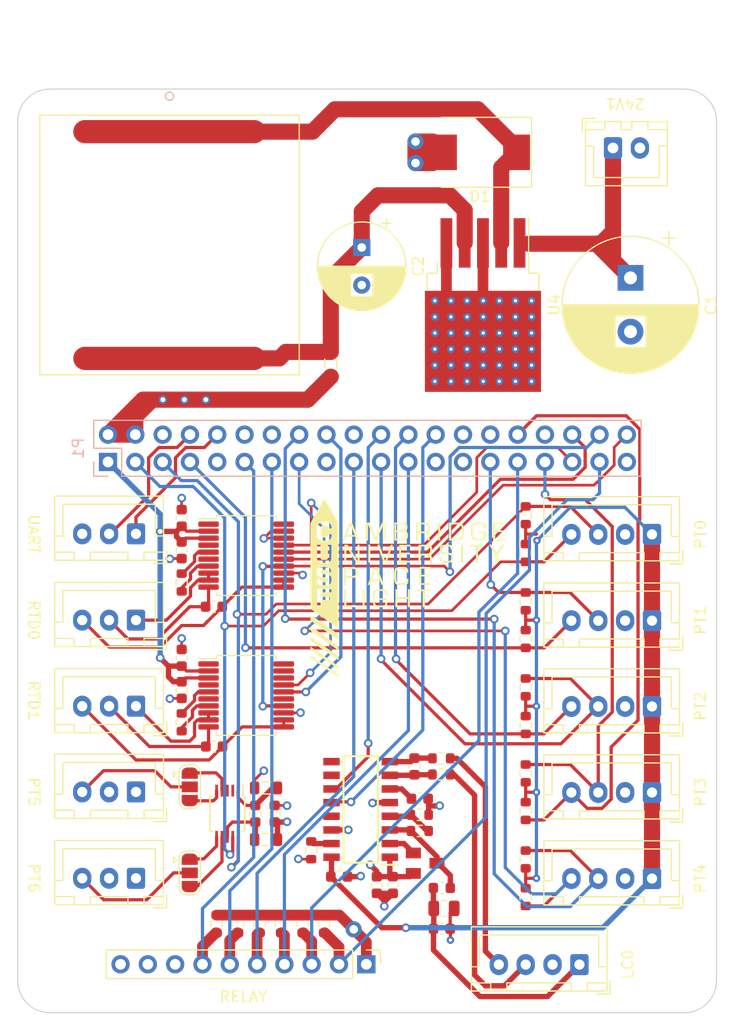
<source format=kicad_pcb>
(kicad_pcb (version 20211014) (generator pcbnew)
  (layers (0 "F.Cu" signal) (1 "In1.Cu" power) (2 "In2.Cu" power) (31 "B.Cu" signal) (34 "B.Paste" user) (35 "F.Paste" user) (36 "B.SilkS" user "B.Silkscreen") (37 "F.SilkS" user "F.Silkscreen") (38 "B.Mask" user) (39 "F.Mask" user) (44 "Edge.Cuts" user))
  (net 0 "")
  (net 1 "+24V")
  (net 2 "GND")
  (net 3 "Net-(C2-Pad1)")
  (net 4 "Net-(C3-Pad1)")
  (net 5 "Net-(C5-Pad1)")
  (net 6 "Net-(C5-Pad2)")
  (net 7 "Net-(C6-Pad1)")
  (net 8 "+3.3V")
  (net 9 "+5V")
  (net 10 "Net-(C10-Pad1)")
  (net 11 "Net-(C10-Pad2)")
  (net 12 "Net-(C16-Pad1)")
  (net 13 "Net-(C17-Pad1)")
  (net 14 "Net-(D1-Pad1)")
  (net 15 "Net-(IC1-Pad2)")
  (net 16 "Net-(IC1-Pad3)")
  (net 17 "Net-(IC1-Pad4)")
  (net 20 "LC_CLK")
  (net 21 "LC_DAT")
  (net 23 "Net-(IC1-Pad15)")
  (net 24 "Net-(JP1-Pad2)")
  (net 25 "Net-(JP2-Pad2)")
  (net 26 "RLY0")
  (net 27 "RLY1")
  (net 28 "RLY2")
  (net 29 "RLY3")
  (net 30 "RLY4")
  (net 31 "RLY5")
  (net 34 "Net-(LC0-Pad3)")
  (net 35 "Net-(LC0-Pad4)")
  (net 36 "SCL1")
  (net 37 "SDA1")
  (net 38 "SCL3")
  (net 39 "SDA3")
  (net 40 "SCL4")
  (net 41 "SDA4")
  (net 42 "SCL5")
  (net 43 "SDA5")
  (net 44 "SCL6")
  (net 45 "SDA6")
  (net 46 "TX")
  (net 47 "RX")
  (net 48 "Net-(RTD0-Pad1)")
  (net 49 "Net-(RTD1-Pad1)")
  (net 50 "Net-(JP1-Pad1)")
  (net 51 "Net-(JP1-Pad3)")
  (net 52 "Net-(JP2-Pad1)")
  (net 53 "Net-(JP2-Pad3)")
  (net 55 "CS1")
  (net 58 "MISO")
  (net 59 "CS0")
  (net 60 "MOSI")
  (net 61 "SCLK")
  (net 62 "Net-(R15-Pad1)")
  (net 63 "Net-(R15-Pad2)")
  (net 64 "Net-(R16-Pad1)")
  (net 65 "Net-(R16-Pad2)")
  (net 71 "Net-(C16-Pad2)")
  (net 72 "Net-(C17-Pad2)")
  (footprint "Capacitor_THT:CP_Radial_D12.5mm_P5.00mm" (layer "F.Cu") (at 81.5 40.176041 -90)
    (fp_text reference "C1")
    (fp_text value "470u")
  )
  (footprint "Resistor_SMD:R_0603_1608Metric" (layer "F.Cu") (at 71.75 81.75 -90)
    (fp_text reference "R22" hide)
    (fp_text value "10k")
  )
  (footprint "Jumper:SolderJumper-3_P1.3mm_Open_RoundedPad1.0x1.5mm" (layer "F.Cu") (at 40.5 95.5 -90)
    (fp_text reference "JP2" hide)
    (fp_text value "SolderJumper_3_Open")
  )
  (footprint "Capacitor_SMD:C_0603_1608Metric" (layer "F.Cu") (at 42.75 70.75)
    (fp_text reference "C16" hide)
    (fp_text value "100n")
  )
  (footprint "Connector_JST:JST_XH_B3B-XH-A_1x03_P2.50mm_Vertical" (layer "F.Cu") (at 35.5 63.975 180)
    (fp_text reference "UART")
    (fp_text value "UART")
  )
  (footprint "Inductor_SMD:L_0805_2012Metric" (layer "F.Cu") (at 47.6 92.4 180)
    (fp_text reference "FB2" hide)
    (fp_text value "100@100M")
  )
  (footprint "Resistor_SMD:R_0603_1608Metric" (layer "F.Cu") (at 71.75 73.75 -90)
    (fp_text reference "R20" hide)
    (fp_text value "10k")
  )
  (footprint "Connector_JST:JST_XH_B4B-XH-A_1x04_P2.50mm_Vertical" (layer "F.Cu") (at 83.5 64.025 180)
    (fp_text reference "PT0")
    (fp_text value "PT0")
  )
  (footprint "Connector_JST:JST_XH_B3B-XH-A_1x03_P2.50mm_Vertical" (layer "F.Cu") (at 35.5 96 180)
    (fp_text reference "PT6")
    (fp_text value "PT6")
  )
  (footprint "Capacitor_SMD:C_0603_1608Metric" (layer "F.Cu") (at 46.6 90 90)
    (fp_text reference "C10" hide)
    (fp_text value "100n")
  )
  (footprint "Resistor_SMD:R_0603_1608Metric" (layer "F.Cu") (at 71.75 62.25 90)
    (fp_text reference "R17" hide)
    (fp_text value "10k")
  )
  (footprint "Capacitor_SMD:C_0603_1608Metric" (layer "F.Cu") (at 57.9 96.625 -90)
    (fp_text reference "C9" hide)
    (fp_text value "10u")
  )
  (footprint "Resistor_SMD:R_0603_1608Metric" (layer "F.Cu") (at 43 100.25 90)
    (fp_text reference "R9" hide)
    (fp_text value "10k")
  )
  (footprint "Capacitor_SMD:C_0603_1608Metric" (layer "F.Cu") (at 61.4 85.6 90)
    (fp_text reference "C5" hide)
    (fp_text value "100n")
  )
  (footprint "Resistor_SMD:R_0603_1608Metric" (layer "F.Cu") (at 63.9 86.35)
    (fp_text reference "R10" hide)
    (fp_text value "100R")
  )
  (footprint "Inductor_SMD:L_0805_2012Metric" (layer "F.Cu") (at 53.62132 48.12132 90)
    (fp_text reference "FB1" hide)
    (fp_text value "100@100MHz")
  )
  (footprint "MountingHole:MountingHole_2.7mm_M2.5" (layer "F.Cu") (at 86 56)
    (fp_text reference "H2" hide)
    (fp_text value "MountingHole")
  )
  (footprint "Package_SO:SSOP-20_5.3x7.2mm_P0.65mm" (layer "F.Cu") (at 45.75 66)
    (fp_text reference "U6" hide)
    (fp_text value "MAX31865xAP")
  )
  (footprint "Resistor_SMD:R_0603_1608Metric" (layer "F.Cu") (at 39.75 81.5 -90)
    (fp_text reference "R16" hide)
    (fp_text value "400R")
  )
  (footprint "MMBT4403:SOT23-BEC" (layer "F.Cu") (at 62.4 94.6 -90)
    (fp_text reference "Q1" hide)
    (fp_text value "MMBT4403")
  )
  (footprint "MountingHole:MountingHole_2.7mm_M2.5" (layer "F.Cu") (at 86 105)
    (fp_text reference "H3" hide)
    (fp_text value "MountingHole")
  )
  (footprint "Connector_JST:JST_XH_B4B-XH-A_1x04_P2.50mm_Vertical" (layer "F.Cu") (at 83.5 80.025 180)
    (fp_text reference "PT2")
    (fp_text value "PT2")
  )
  (footprint "Capacitor_SMD:C_0603_1608Metric" (layer "F.Cu") (at 39.75 65.5 -90)
    (fp_text reference "C13" hide)
    (fp_text value "100n")
  )
  (footprint "Resistor_SMD:R_0603_1608Metric" (layer "F.Cu") (at 71.75 89.75 -90)
    (fp_text reference "R24" hide)
    (fp_text value "10k")
  )
  (footprint "Resistor_SMD:R_0603_1608Metric" (layer "F.Cu") (at 61.9 90.1)
    (fp_text reference "R13" hide)
    (fp_text value "8.2k")
  )
  (footprint "Jumper:SolderJumper-3_P1.3mm_Open_RoundedPad1.0x1.5mm" (layer "F.Cu") (at 40.5 87.5 -90)
    (fp_text reference "JP1" hide)
    (fp_text value "SolderJumper_3_Open")
  )
  (footprint "Resistor_SMD:R_0603_1608Metric" (layer "F.Cu") (at 71.75 65.75 -90)
    (fp_text reference "R18" hide)
    (fp_text value "10k")
  )
  (footprint "Resistor_SMD:R_0603_1608Metric" (layer "F.Cu") (at 71.75 86.25 90)
    (fp_text reference "R23" hide)
    (fp_text value "10k")
  )
  (footprint "Capacitor_SMD:C_0603_1608Metric" (layer "F.Cu") (at 61.9 88.6)
    (fp_text reference "C6" hide)
    (fp_text value "100n")
  )
  (footprint "Capacitor_SMD:C_0603_1608Metric" (layer "F.Cu") (at 39.75 75.5 90)
    (fp_text reference "C14" hide)
    (fp_text value "100n")
  )
  (footprint "Connector_JST:JST_XH_B4B-XH-A_1x04_P2.50mm_Vertical" (layer "F.Cu") (at 76.75 104.025 180)
    (fp_text reference "LC0")
    (fp_text value "LC0")
  )
  (footprint "Diode_SMD:D_SMC" (layer "F.Cu") (at 67.5 28.5 180)
    (fp_text reference "D1")
    (fp_text value "SK34")
  )
  (footprint "Capacitor_SMD:C_0603_1608Metric" (layer "F.Cu") (at 63.95 100.7)
    (fp_text reference "C3" hide)
    (fp_text value "100n")
  )
  (footprint "Resistor_SMD:R_0603_1608Metric" (layer "F.Cu") (at 71.75 97.75 -90)
    (fp_text reference "R26" hide)
    (fp_text value "10k")
  )
  (footprint "Resistor_SMD:R_0603_1608Metric" (layer "F.Cu") (at 51 100.25 90)
    (fp_text reference "R5" hide)
    (fp_text value "10k")
  )
  (footprint "MountingHole:MountingHole_2.7mm_M2.5" (layer "F.Cu") (at 28 105)
    (fp_text reference "H4" hide)
    (fp_text value "MountingHole")
  )
  (footprint "Capacitor_SMD:C_0603_1608Metric" (layer "F.Cu") (at 59.4 96.625 -90)
    (fp_text reference "C8" hide)
    (fp_text value "100n")
  )
  (footprint "PE-54038SNL:PE-54038SNL" (layer "F.Cu") (at 38.62132 37.12132 -90)
    (fp_text reference "L7" hide)
    (fp_text value "68u" hide)
  )
  (footprint "Capacitor_SMD:C_0603_1608Metric" (layer "F.Cu") (at 39.75 62.5 90)
    (fp_text reference "C12" hide)
    (fp_text value "100n")
  )
  (footprint "HX711:SOIC127P600X160-16N" (layer "F.Cu") (at 56.4 89.6 180)
    (fp_text reference "IC1" hide)
    (fp_text value "HX711" hide)
  )
  (footprint "MountingHole:MountingHole_2.7mm_M2.5" (layer "F.Cu") (at 28 56)
    (fp_text reference "H1" hide)
    (fp_text value "MountingHole")
  )
  (footprint "Capacitor_SMD:C_0603_1608Metric" (layer "F.Cu") (at 54.4 95.85)
    (fp_text reference "C7" hide)
    (fp_text value "100n")
  )
  (footprint "Resistor_SMD:R_0603_1608Metric" (layer "F.Cu") (at 63.9 84.85)
    (fp_text reference "R11" hide)
    (fp_text value "100R")
  )
  (footprint "Resistor_SMD:R_0603_1608Metric" (layer "F.Cu") (at 61.9 91.6)
    (fp_text reference "R12" hide)
    (fp_text value "20k")
  )
  (footprint "Connector_JST:JST_XH_B2B-XH-A_1x02_P2.50mm_Vertical" (layer "F.Cu") (at 79.87132 28.09632)
    (fp_text reference "24V1")
    (fp_text value "Pin")
  )
  (footprint "Inductor_SMD:L_0805_2012Metric" (layer "F.Cu") (at 47.6 87.6)
    (fp_text reference "FB3" hide)
    (fp_text value "100@100M")
  )
  (footprint "Resistor_SMD:R_0603_1608Metric" (layer "F.Cu") (at 71.75 78.25 90)
    (fp_text reference "R21" hide)
    (fp_text value "10k")
  )
  (footprint "Connector_JST:JST_XH_B3B-XH-A_1x03_P2.50mm_Vertical" (layer "F.Cu") (at 35.5 72 180)
    (fp_text reference "RTD0")
    (fp_text value "RTD0")
  )
  (footprint "Capacitor_SMD:C_0603_1608Metric" (layer "F.Cu") (at 39.75 78.5 -90)
    (fp_text reference "C15" hide)
    (fp_text value "100n")
  )
  (footprint "Capacitor_SMD:C_0603_1608Metric" (layer "F.Cu") (at 48.4 90 90)
    (fp_text reference "C11" hide)
    (fp_text value "10u")
  )
  (footprint "Resistor_SMD:R_0603_1608Metric" (layer "F.Cu") (at 71.75 70.25 90)
    (fp_text reference "R19" hide)
    (fp_text value "10k")
  )
  (footprint "Resistor_SMD:R_0603_1608Metric" (layer "F.Cu") (at 45 100.25 90)
    (fp_text reference "R8" hide)
    (fp_text value "10k")
  )
  (footprint "Resistor_SMD:R_0603_1608Metric" (layer "F.Cu") (at 47 100.25 90)
    (fp_text reference "R7" hide)
    (fp_text value "10k")
  )
  (footprint "Package_SO:TSSOP-10_3x3mm_P0.5mm" (layer "F.Cu") (at 44 90 -90)
    (fp_text reference "U5" hide)
    (fp_text value "ADS1115IDGS")
  )
  (footprint "Connector_JST:JST_XH_B3B-XH-A_1x03_P2.50mm_Vertical" (layer "F.Cu") (at 35.5 80 180)
    (fp_text reference "RTD1")
    (fp_text value "RTD1")
  )
  (footprint "Capacitor_SMD:C_0603_1608Metric" (layer "F.Cu") (at 42.775 83.75)
    (fp_text reference "C17" hide)
    (fp_text value "100n")
  )
  (footprint "Connector_JST:JST_XH_B3B-XH-A_1x03_P2.50mm_Vertical" (layer "F.Cu") (at 35.5 87.975 180)
    (fp_text reference "PT5")
    (fp_text value "PT5")
  )
  (footprint "Connector_PinHeader_2.54mm:PinHeader_1x10_P2.54mm_Vertical" (layer "F.Cu") (at 56.925 104 -90)
    (fp_text reference "RELAY")
    (fp_text value "Relay")
  )
  (footprint "Resistor_SMD:R_0603_1608Metric" (layer "F.Cu") (at 71.75 94.25 90)
    (fp_text reference "R25" hide)
    (fp_text value "10k")
  )
  (footprint "Connector_JST:JST_XH_B4B-XH-A_1x04_P2.50mm_Vertical" (layer "F.Cu") (at 83.5 88.025 180)
    (fp_text reference "PT3")
    (fp_text value "PT3")
  )
  (footprint "Capacitor_SMD:C_0805_2012Metric" (layer "F.Cu") (at 64.15 98.8)
    (fp_text reference "C4" hide)
    (fp_text value "10u")
  )
  (footprint "Resistor_SMD:R_0603_1608Metric" (layer "F.Cu") (at 53 100.25 90)
    (fp_text reference "R4" hide)
    (fp_text value "10k")
  )
  (footprint "Resistor_SMD:R_0603_1608Metric" (layer "F.Cu") (at 39.75 68.5 -90)
    (fp_text reference "R15" hide)
    (fp_text value "400R")
  )
  (footprint "Resistor_SMD:R_0603_1608Metric" (layer "F.Cu") (at 51.8 93.4 90)
    (fp_text reference "R14" hide)
    (fp_text value "10k")
  )
  (footprint "Connector_JST:JST_XH_B4B-XH-A_1x04_P2.50mm_Vertical" (layer "F.Cu") (at 83.5 72.05 180)
    (fp_text reference "PT1")
    (fp_text value "PT1")
  )
  (footprint "Resistor_SMD:R_0603_1608Metric" (layer "F.Cu") (at 49 100.25 90)
    (fp_text reference "R6" hide)
    (fp_text value "10k")
  )
  (footprint "Connector_JST:JST_XH_B4B-XH-A_1x04_P2.50mm_Vertical" (layer "F.Cu") (at 83.5 96.025 180)
    (fp_text reference "PT4")
    (fp_text value "PT4")
  )
  (footprint "Package_SO:SSOP-20_5.3x7.2mm_P0.65mm" (layer "F.Cu") (at 45.75 79)
    (fp_text reference "U7" hide)
    (fp_text value "MAX31865xAP")
  )
  (footprint "Package_TO_SOT_SMD:TO-263-5_TabPin3" (layer "F.Cu") (at 67.775 42.7 -90)
    (fp_text reference "U4")
    (fp_text value "LM2596S-5")
  )
  (footprint "Inductor_SMD:L_0603_1608Metric" (layer "F.Cu") (at 63.95 96.9)
    (fp_text reference "L6" hide)
    (fp_text value "3.3u")
  )
  (footprint "Capacitor_THT:CP_Radial_D8.0mm_P3.50mm" (layer "F.Cu") (at 56.5 37.347349 -90)
    (fp_text reference "C2")
    (fp_text value "180u")
  )
  (footprint "Connector_PinSocket_2.54mm:PinSocket_2x20_P2.54mm_Vertical" (layer "B.Cu") (at 32.9 57.29 -90)
    (fp_text reference "P1")
    (fp_text value "Raspberry Pi GPIO Header")
  )
  (gr_poly (pts (xy 69.788167 63.094134) (xy 68.920334 63.094134) (xy 68.920334 63.644467) (xy 69.339433 63.6487) (xy 69.756417 63.65505) (xy 69.756417 63.803217) (xy 69.339433 63.809567) (xy 68.920334 63.8138) (xy 68.920334 64.427633) (xy 69.788167 64.427633) (xy 69.788167 64.596967) (xy 69.263233 64.596967) (xy 69.057453 64.595842) (xy 68.886996 64.592734) (xy 68.769719 64.588037) (xy 68.736605 64.585218) (xy 68.727405 64.583712) (xy 68.723483 64.58215) (xy 68.721921 64.576691) (xy 68.720416 64.56298) (xy 68.717596 64.512532) (xy 68.715074 64.434252) (xy 68.7129 64.33159) (xy 68.709791 64.066907) (xy 68.708666 63.746067) (xy 68.708666 62.9248) (xy 69.788167 62.9248)) (layer "F.SilkS") (width 0) (fill solid))
  (gr_poly (pts (xy 60.336444 67.045789) (xy 60.419536 67.050977) (xy 60.458627 67.054881) (xy 60.495781 67.059638) (xy 60.530771 67.065232) (xy 60.56337 67.071648) (xy 60.593352 67.07887) (xy 60.620491 67.086882) (xy 60.64456 67.09567) (xy 60.665334 67.105217) (xy 60.673208 67.109631) (xy 60.680954 67.114532) (xy 60.688566 67.119911) (xy 60.696038 67.125759) (xy 60.703366 67.132068) (xy 60.710545 67.138829) (xy 60.71757 67.146032) (xy 60.724435 67.153669) (xy 60.731136 67.16173) (xy 60.737668 67.170208) (xy 60.744025 67.179092) (xy 60.750203 67.188374) (xy 60.756196 67.198046) (xy 60.762 67.208098) (xy 60.773019 67.229306) (xy 60.78322 67.251929) (xy 60.792561 67.275894) (xy 60.801003 67.30113) (xy 60.808506 67.327566) (xy 60.81503 67.355131) (xy 60.820533 67.383753) (xy 60.824975 67.413361) (xy 60.828317 67.443883) (xy 60.841017 67.581467) (xy 60.74365 67.581467) (xy 60.724643 67.581444) (xy 60.707977 67.581186) (xy 60.693463 67.580407) (xy 60.686954 67.579732) (xy 60.680911 67.578821) (xy 60.675312 67.577637) (xy 60.670133 67.576144) (xy 60.66535 67.574307) (xy 60.660939 67.572091) (xy 60.656877 67.569458) (xy 60.653141 67.566375) (xy 60.649706 67.562805) (xy 60.646548 67.558713) (xy 60.643645 67.554062) (xy 60.640973 67.548818) (xy 60.638508 67.542944) (xy 60.636226 67.536405) (xy 60.634103 67.529165) (xy 60.632117 67.521189) (xy 60.630243 67.512441) (xy 60.628457 67.502885) (xy 60.625059 67.481208) (xy 60.621731 67.455872) (xy 60.614534 67.393083) (xy 60.61357 67.383519) (xy 60.612285 67.373918) (xy 60.610701 67.364341) (xy 60.608845 67.354851) (xy 60.606741 67.34551) (xy 60.604413 67.33638) (xy 60.601887 67.327523) (xy 60.599188 67.319) (xy 60.596339 67.310874) (xy 60.593367 67.303208) (xy 60.590295 67.296062) (xy 60.587149 67.289499) (xy 60.583954 67.283581) (xy 60.580733 67.27837) (xy 60.577513 67.273928) (xy 60.574317 67.270316) (xy 60.5661 67.263787) (xy 60.555062 67.25769) (xy 60.525249 67.246793) (xy 60.486327 67.237621) (xy 60.439743 67.230166) (xy 60.386946 67.224423) (xy 60.329383 67.220385) (xy 60.268503 67.218046) (xy 60.205752 67.2174) (xy 60.142581 67.218441) (xy 60.080435 67.221162) (xy 60.020764 67.225558) (xy 59.965015 67.231621) (xy 59.914636 67.239347) (xy 59.871075 67.248728) (xy 59.835781 67.259759) (xy 59.821686 67.265891) (xy 59.8102 67.272433) (xy 59.802268 67.277956) (xy 59.794737 67.283846) (xy 59.787601 67.290164) (xy 59.780852 67.296965) (xy 59.774483 67.304309) (xy 59.768487 67.312254) (xy 59.762855 67.320858) (xy 59.757581 67.330179) (xy 59.752658 67.340275) (xy 59.748078 67.351204) (xy 59.743833 67.363024) (xy 59.739916 67.375794) (xy 59.736321 67.389572) (xy 59.733039 67.404416) (xy 59.730063 67.420384) (xy 59.727386 67.437533) (xy 59.725 67.455923) (xy 59.722899 67.475612) (xy 59.721074 67.496656) (xy 59.719519 67.519116) (xy 59.717186 67.568511) (xy 59.715843 67.624263) (xy 59.715431 67.686836) (xy 59.715889 67.756695) (xy 59.71716 67.834306) (xy 59.719184 67.920133) (xy 59.723591 68.080797) (xy 59.729436 68.208496) (xy 59.733162 68.26134) (xy 59.737564 68.30757) (xy 59.742747 68.34773) (xy 59.748817 68.38236) (xy 59.755879 68.412006) (xy 59.764039 68.437208) (xy 59.773402 68.458509) (xy 59.784073 68.476453) (xy 59.796158 68.491581) (xy 59.809762 68.504437) (xy 59.824991 68.515562) (xy 59.841951 68.5255) (xy 59.859238 68.533137) (xy 59.879248 68.540164) (xy 59.901826 68.546564) (xy 59.926815 68.552322) (xy 59.954062 68.557423) (xy 59.983411 68.561851) (xy 60.014708 68.565591) (xy 60.047796 68.568627) (xy 60.082522 68.570944) (xy 60.118729 68.572526) (xy 60.156264 68.573357) (xy 60.194971 68.573423) (xy 60.234694 68.572707) (xy 60.27528 68.571194) (xy 60.316573 68.56887) (xy 60.358417 68.565717) (xy 60.40165 68.561979) (xy 60.44026 68.557738) (xy 60.474536 68.552741) (xy 60.504765 68.546733) (xy 60.518452 68.54327) (xy 60.531236 68.53946) (xy 60.543152 68.53527) (xy 60.554238 68.530668) (xy 60.564527 68.525622) (xy 60.574058 68.520102) (xy 60.582866 68.514074) (xy 60.590986 68.507508) (xy 60.598455 68.500372) (xy 60.605309 68.492633) (xy 60.611584 68.48426) (xy 60.617316 68.475221) (xy 60.622541 68.465484) (xy 60.627295 68.455018) (xy 60.631615 68.443791) (xy 60.635535 68.431771) (xy 60.642324 68.405225) (xy 60.64795 68.375126) (xy 60.652701 68.341219) (xy 60.656867 68.30325) (xy 60.671684 68.15085) (xy 60.758467 68.1572) (xy 60.84525 68.16355) (xy 60.841017 68.326534) (xy 60.839655 68.360757) (xy 60.837168 68.393552) (xy 60.833571 68.424876) (xy 60.828879 68.454691) (xy 60.823109 68.482955) (xy 60.816274 68.509629) (xy 60.808392 68.534672) (xy 60.799478 68.558044) (xy 60.789546 68.579704) (xy 60.778613 68.599612) (xy 60.766693 68.617729) (xy 60.753804 68.634012) (xy 60.739959 68.648423) (xy 60.725175 68.660921) (xy 60.709467 68.671466) (xy 60.69285 68.680017) (xy 60.661737 68.691768) (xy 60.623038 68.702391) (xy 60.577746 68.711847) (xy 60.526857 68.720101) (xy 60.471368 68.727115) (xy 60.412272 68.732851) (xy 60.350566 68.737272) (xy 60.287244 68.740342) (xy 60.223302 68.742022) (xy 60.159736 68.742277) (xy 60.09754 68.741067) (xy 60.037709 68.738357) (xy 59.98124 68.73411) (xy 59.929127 68.728287) (xy 59.882365 68.720851) (xy 59.841951 68.711767) (xy 59.80213 68.700257) (xy 59.765874 68.687752) (xy 59.74902 68.681032) (xy 59.73298 68.67395) (xy 59.71773 68.66647) (xy 59.703243 68.658552) (xy 59.689493 68.65016) (xy 59.676457 68.641257) (xy 59.664107 68.631803) (xy 59.652418 68.621763) (xy 59.641365 68.611097) (xy 59.630921 68.59977) (xy 59.621063 68.587742) (xy 59.611763 68.574977) (xy 59.602996 68.561437) (xy 59.594738 68.547084) (xy 59.586961 68.53188) (xy 59.579641 68.515789) (xy 59.572752 68.498772) (xy 59.566268 68.480792) (xy 59.560164 68.461812) (xy 59.554415 68.441793) (xy 59.543876 68.398489) (xy 59.534447 68.350582) (xy 59.525923 68.297769) (xy 59.5181 68.23975) (xy 59.512736 68.187499) (xy 59.508526 68.128431) (xy 59.503416 67.994911) (xy 59.502474 67.849337) (xy 59.5054 67.701852) (xy 59.511899 67.562603) (xy 59.521672 67.441734) (xy 59.527694 67.391362) (xy 59.534422 67.34939) (xy 59.54182 67.317086) (xy 59.54985 67.295717) (xy 59.557531 67.281316) (xy 59.56551 67.267473) (xy 59.57381 67.254177) (xy 59.582456 67.241415) (xy 59.591473 67.229176) (xy 59.600884 67.217447) (xy 59.610715 67.206217) (xy 59.62099 67.195473) (xy 59.631733 67.185203) (xy 59.642969 67.175396) (xy 59.654721 67.166039) (xy 59.667015 67.157121) (xy 59.679875 67.148628) (xy 59.693325 67.140551) (xy 59.70739 67.132875) (xy 59.722094 67.12559) (xy 59.737462 67.118683) (xy 59.753517 67.112142) (xy 59.770285 67.105955) (xy 59.787789 67.100111) (xy 59.806055 67.094597) (xy 59.825106 67.089401) (xy 59.844968 67.084511) (xy 59.865664 67.079916) (xy 59.909656 67.071559) (xy 59.95728 67.064235) (xy 60.008729 67.057848) (xy 60.0642 67.0523) (xy 60.156966 67.046326) (xy 60.248317 67.044197)) (layer "F.SilkS") (width 0) (fill solid))
  (gr_poly (pts (xy 51.789573 72.599948) (xy 51.795201 72.600919) (xy 51.807084 72.604316) (xy 52.213252 72.878259) (xy 53.053007 73.46236) (xy 53.891571 74.052414) (xy 54.294167 74.344216) (xy 54.30038 74.351466) (xy 54.306314 74.359679) (xy 54.311963 74.368787) (xy 54.317322 74.378723) (xy 54.327147 74.400813) (xy 54.33574 74.42541) (xy 54.343056 74.451979) (xy 54.349048 74.479984) (xy 54.353669 74.508889) (xy 54.356873 74.538156) (xy 54.358614 74.567249) (xy 54.358845 74.595632) (xy 54.35752 74.622769) (xy 54.354591 74.648123) (xy 54.350013 74.671158) (xy 54.347091 74.681638) (xy 54.343739 74.691338) (xy 54.339952 74.700189) (xy 54.335723 74.708125) (xy 54.331047 74.715079) (xy 54.325917 74.720984) (xy 54.317597 74.72951) (xy 54.313705 74.733314) (xy 54.309955 74.736805) (xy 54.306322 74.739978) (xy 54.302779 74.742829) (xy 54.299298 74.745351) (xy 54.295854 74.747541) (xy 54.292419 74.749393) (xy 54.288966 74.750901) (xy 54.285469 74.752062) (xy 54.281901 74.75287) (xy 54.278236 74.753319) (xy 54.274446 74.753406) (xy 54.270505 74.753124) (xy 54.266386 74.752469) (xy 54.262062 74.751435) (xy 54.257507 74.750019) (xy 54.252694 74.748214) (xy 54.247596 74.746015) (xy 54.242187 74.743418) (xy 54.236439 74.740418) (xy 54.230326 74.737009) (xy 54.223821 74.733187) (xy 54.216898 74.728946) (xy 54.209529 74.724282) (xy 54.193349 74.713662) (xy 54.175066 74.701287) (xy 54.154467 74.687116) (xy 52.928917 73.83754) (xy 51.817667 73.0594) (xy 51.803224 73.047078) (xy 51.790027 73.034645) (xy 51.778033 73.021988) (xy 51.772473 73.015541) (xy 51.767198 73.008997) (xy 51.762202 73.00234) (xy 51.75748 72.995559) (xy 51.753026 72.988637) (xy 51.748834 72.981563) (xy 51.7449 72.97432) (xy 51.741218 72.966897) (xy 51.737783 72.959278) (xy 51.734588 72.95145) (xy 51.731629 72.943398) (xy 51.728901 72.93511) (xy 51.726397 72.92657) (xy 51.724112 72.917765) (xy 51.722042 72.908681) (xy 51.72018 72.899304) (xy 51.71706 72.879615) (xy 51.714708 72.858587) (xy 51.713082 72.836108) (xy 51.712139 72.812066) (xy 51.711834 72.78635) (xy 51.712183 72.759981) (xy 51.713235 72.735641) (xy 51.715001 72.713322) (xy 51.717489 72.693018) (xy 51.720709 72.674724) (xy 51.72467 72.658432) (xy 51.729382 72.644138) (xy 51.734853 72.631833) (xy 51.737876 72.626426) (xy 51.741093 72.621514) (xy 51.744504 72.617096) (xy 51.748111 72.613172) (xy 51.751915 72.609741) (xy 51.755917 72.606802) (xy 51.760118 72.604355) (xy 51.764519 72.602398) (xy 51.769122 72.600932) (xy 51.773928 72.599954) (xy 51.778937 72.599465) (xy 51.784152 72.599463)) (layer "F.SilkS") (width 0) (fill solid))
  (gr_poly (pts (xy 67.489599 62.907371) (xy 67.577011 62.910988) (xy 67.658271 62.917656) (xy 67.732189 62.927202) (xy 67.766023 62.933) (xy 67.797574 62.939451) (xy 67.826695 62.946536) (xy 67.853236 62.954231) (xy 67.877049 62.962515) (xy 67.897984 62.971367) (xy 67.905876 62.975456) (xy 67.913672 62.980167) (xy 67.92136 62.985479) (xy 67.928932 62.991368) (xy 67.936376 62.997812) (xy 67.943683 63.004788) (xy 67.950843 63.012275) (xy 67.957846 63.020249) (xy 67.964681 63.028688) (xy 67.971339 63.03757) (xy 67.977809 63.046871) (xy 67.984081 63.056571) (xy 67.995992 63.077073) (xy 68.006992 63.098896) (xy 68.017 63.12186) (xy 68.025935 63.145785) (xy 68.033716 63.170492) (xy 68.040264 63.1958) (xy 68.045496 63.221529) (xy 68.049334 63.247501) (xy 68.051695 63.273534) (xy 68.052298 63.286518) (xy 68.052501 63.29945) (xy 68.052501 63.411634) (xy 67.95725 63.411634) (xy 67.92581 63.411489) (xy 67.91309 63.411145) (xy 67.902184 63.410476) (xy 67.892952 63.409373) (xy 67.88892 63.408624) (xy 67.885254 63.407727) (xy 67.881938 63.406667) (xy 67.878953 63.40543) (xy 67.876281 63.404003) (xy 67.873906 63.402373) (xy 67.87181 63.400526) (xy 67.869976 63.398448) (xy 67.868386 63.396126) (xy 67.867023 63.393547) (xy 67.865869 63.390696) (xy 67.864907 63.38756) (xy 67.864119 63.384126) (xy 67.863488 63.38038) (xy 67.862628 63.371897) (xy 67.862186 63.362003) (xy 67.862 63.33755) (xy 67.861853 63.329352) (xy 67.861421 63.320683) (xy 67.860716 63.311617) (xy 67.859751 63.302228) (xy 67.857089 63.282781) (xy 67.853533 63.262938) (xy 67.849184 63.243292) (xy 67.846743 63.23373) (xy 67.84414 63.224441) (xy 67.841389 63.215499) (xy 67.838501 63.206978) (xy 67.83549 63.198954) (xy 67.832366 63.1915) (xy 67.827329 63.179849) (xy 67.822432 63.169432) (xy 67.817516 63.160144) (xy 67.815002 63.15589) (xy 67.812424 63.151879) (xy 67.809762 63.148097) (xy 67.806996 63.144532) (xy 67.804107 63.141169) (xy 67.801076 63.137997) (xy 67.797881 63.135001) (xy 67.794504 63.132168) (xy 67.790925 63.129487) (xy 67.787123 63.126942) (xy 67.78308 63.124521) (xy 67.778775 63.122211) (xy 67.774188 63.119999) (xy 67.769301 63.117872) (xy 67.764092 63.115815) (xy 67.758543 63.113817) (xy 67.746344 63.109942) (xy 67.732545 63.106142) (xy 67.716987 63.102311) (xy 67.699514 63.098343) (xy 67.679966 63.094134) (xy 67.646827 63.088349) (xy 67.608326 63.083674) (xy 67.565355 63.080079) (xy 67.518802 63.077531) (xy 67.418513 63.075456) (xy 67.314577 63.0772) (xy 67.214114 63.082517) (xy 67.124243 63.091157) (xy 67.085503 63.096646) (xy 67.052082 63.102873) (xy 67.024867 63.109807) (xy 67.00475 63.117417) (xy 66.994143 63.122765) (xy 66.984139 63.128156) (xy 66.97472 63.133681) (xy 66.965869 63.139431) (xy 66.957568 63.1455) (xy 66.9498 63.151978) (xy 66.942547 63.158957) (xy 66.935793 63.16653) (xy 66.929519 63.174788) (xy 66.923708 63.183824) (xy 66.918343 63.193728) (xy 66.913407 63.204593) (xy 66.908881 63.216511) (xy 66.904748 63.229573) (xy 66.900991 63.243871) (xy 66.897593 63.259498) (xy 66.894536 63.276545) (xy 66.891803 63.295104) (xy 66.889376 63.315266) (xy 66.887237 63.337124) (xy 66.88537 63.36077) (xy 66.883757 63.386295) (xy 66.88238 63.413791) (xy 66.881222 63.44335) (xy 66.879494 63.509026) (xy 66.878432 63.584055) (xy 66.877897 63.669174) (xy 66.87775 63.765117) (xy 66.878742 64.03863) (xy 66.880652 64.127885) (xy 66.8841 64.192683) (xy 66.88654 64.217601) (xy 66.889532 64.238432) (xy 66.893132 64.255852) (xy 66.897395 64.270537) (xy 66.902378 64.283164) (xy 66.908136 64.294408) (xy 66.9222 64.31545) (xy 66.926951 64.321494) (xy 66.932428 64.327687) (xy 66.938562 64.333979) (xy 66.945285 64.340321) (xy 66.952529 64.346663) (xy 66.960226 64.352955) (xy 66.968307 64.359148) (xy 66.976704 64.365192) (xy 66.98535 64.371037) (xy 66.994175 64.376635) (xy 67.003112 64.381935) (xy 67.012092 64.386888) (xy 67.021048 64.391443) (xy 67.02991 64.395553) (xy 67.038611 64.399166) (xy 67.047083 64.402234) (xy 67.070364 64.40821) (xy 67.101372 64.413437) (xy 67.139003 64.417907) (xy 67.182153 64.421614) (xy 67.280595 64.426716) (xy 67.387867 64.428692) (xy 67.495139 64.427493) (xy 67.59358 64.42307) (xy 67.63673 64.419633) (xy 67.674361 64.415372) (xy 67.705369 64.41028) (xy 67.72865 64.40435) (xy 67.737599 64.40121) (xy 67.746193 64.397736) (xy 67.754437 64.393915) (xy 67.762335 64.389736) (xy 67.769892 64.385186) (xy 67.777112 64.380254) (xy 67.784001 64.374927) (xy 67.790562 64.369194) (xy 67.796802 64.363042) (xy 67.802723 64.356459) (xy 67.808331 64.349434) (xy 67.813631 64.341954) (xy 67.818627 64.334008) (xy 67.823323 64.325582) (xy 67.827725 64.316667) (xy 67.831837 64.307248) (xy 67.835664 64.297315) (xy 67.839211 64.286855) (xy 67.842481 64.275856) (xy 67.84548 64.264307) (xy 67.848212 64.252195) (xy 67.850683 64.239508) (xy 67.852896 64.226234) (xy 67.854856 64.212362) (xy 67.856569 64.197879) (xy 67.858037 64.182773) (xy 67.859268 64.167032) (xy 67.860264 64.150644) (xy 67.861572 64.115879) (xy 67.862 64.078384) (xy 67.862 63.919633) (xy 67.332834 63.919633) (xy 67.332834 63.7503) (xy 68.052501 63.7503) (xy 68.052501 63.968317) (xy 68.051745 64.039807) (xy 68.049433 64.105958) (xy 68.045496 64.166937) (xy 68.039867 64.222912) (xy 68.032476 64.27405) (xy 68.023256 64.320519) (xy 68.012138 64.362485) (xy 67.999054 64.400117) (xy 67.983937 64.433581) (xy 67.966717 64.463046) (xy 67.947327 64.488679) (xy 67.925699 64.510646) (xy 67.901763 64.529117) (xy 67.875453 64.544257) (xy 67.846699 64.556234) (xy 67.815434 64.565217) (xy 67.789791 64.570223) (xy 67.760012 64.574907) (xy 67.689955 64.583208) (xy 67.609083 64.589922) (xy 67.521217 64.59485) (xy 67.430175 64.597794) (xy 67.339779 64.598554) (xy 67.253847 64.596934) (xy 67.1762 64.592733) (xy 67.097921 64.585062) (xy 67.061907 64.580087) (xy 67.027905 64.574221) (xy 66.995865 64.567366) (xy 66.965734 64.559424) (xy 66.937459 64.550296) (xy 66.910988 64.539883) (xy 66.88627 64.528087) (xy 66.86325 64.514811) (xy 66.841878 64.499954) (xy 66.822101 64.483419) (xy 66.803866 64.465108) (xy 66.787121 64.444921) (xy 66.771815 64.422761) (xy 66.757894 64.398529) (xy 66.745306 64.372127) (xy 66.733999 64.343456) (xy 66.723921 64.312417) (xy 66.715019 64.278913) (xy 66.707241 64.242844) (xy 66.700534 64.204113) (xy 66.694847 64.162621) (xy 66.690127 64.11827) (xy 66.686322 64.07096) (xy 66.683379 64.020594) (xy 66.679871 63.910299) (xy 66.679184 63.786597) (xy 66.6809 63.6487) (xy 66.683343 63.531316) (xy 66.686159 63.4371) (xy 66.689718 63.362429) (xy 66.694394 63.303683) (xy 66.700558 63.257241) (xy 66.704314 63.237502) (xy 66.708582 63.21948) (xy 66.713408 63.202723) (xy 66.718839 63.186779) (xy 66.7317 63.155517) (xy 66.739377 63.139404) (xy 66.747349 63.123994) (xy 66.755654 63.109272) (xy 66.764326 63.095221) (xy 66.773401 63.081826) (xy 66.782915 63.069071) (xy 66.792904 63.05694) (xy 66.803402 63.045417) (xy 66.814446 63.034487) (xy 66.826071 63.024132) (xy 66.838314 63.014338) (xy 66.851209 63.005089) (xy 66.864792 62.996368) (xy 66.8791 62.98816) (xy 66.894167 62.980449) (xy 66.910029 62.973219) (xy 66.926723 62.966454) (xy 66.944282 62.960138) (xy 66.962745 62.954256) (xy 66.982145 62.948791) (xy 67.002518 62.943727) (xy 67.023901 62.939049) (xy 67.046329 62.934741) (xy 67.069838 62.930786) (xy 67.094462 62.92717) (xy 67.120239 62.923876) (xy 67.17539 62.91819) (xy 67.235576 62.913601) (xy 67.301083 62.909984) (xy 67.397226 62.906978)) (layer "F.SilkS") (width 0) (fill solid))
  (gr_poly (pts (xy 65.13785 62.929034) (xy 65.423467 62.93373) (xy 65.517808 62.936847) (xy 65.587642 62.941204) (xy 65.638822 62.947348) (xy 65.659247 62.95126) (xy 65.677203 62.955823) (xy 65.693424 62.961105) (xy 65.708639 62.967175) (xy 65.738984 62.98195) (xy 65.757757 62.992737) (xy 65.775963 63.004444) (xy 65.79358 63.01705) (xy 65.810587 63.030534) (xy 65.82696 63.044874) (xy 65.84268 63.060048) (xy 65.857723 63.076034) (xy 65.872069 63.092811) (xy 65.885696 63.110356) (xy 65.898581 63.128649) (xy 65.910704 63.147668) (xy 65.922042 63.16739) (xy 65.932574 63.187795) (xy 65.942279 63.208859) (xy 65.951133 63.230563) (xy 65.959117 63.252884) (xy 65.967579 63.284659) (xy 65.974723 63.327401) (xy 65.980571 63.379625) (xy 65.985145 63.439845) (xy 65.990557 63.578333) (xy 65.991131 63.730986) (xy 65.987043 63.88592) (xy 65.978464 64.031255) (xy 65.972546 64.096609) (xy 65.96557 64.155109) (xy 65.957559 64.205267) (xy 65.948533 64.2456) (xy 65.939331 64.276209) (xy 65.929186 64.30533) (xy 65.918098 64.332962) (xy 65.906068 64.359106) (xy 65.893095 64.383762) (xy 65.87918 64.40693) (xy 65.864322 64.428609) (xy 65.848521 64.4488) (xy 65.831778 64.467503) (xy 65.814092 64.484717) (xy 65.795464 64.500444) (xy 65.775893 64.514681) (xy 65.755379 64.527431) (xy 65.733923 64.538692) (xy 65.711524 64.548465) (xy 65.688183 64.55675) (xy 65.676905 64.559526) (xy 65.661456 64.562286) (xy 65.618829 64.567697) (xy 65.561865 64.572861) (xy 65.492127 64.577652) (xy 65.411177 64.581948) (xy 65.320578 64.585623) (xy 65.221893 64.588554) (xy 65.116684 64.590617) (xy 64.6235 64.6012) (xy 64.6235 63.0899) (xy 64.814001 63.0899) (xy 64.814001 64.433983) (xy 65.180184 64.4234) (xy 65.27342 64.420101) (xy 65.353784 64.416455) (xy 65.42229 64.412313) (xy 65.479957 64.407525) (xy 65.527801 64.401944) (xy 65.566839 64.395421) (xy 65.598088 64.387806) (xy 65.61111 64.383542) (xy 65.622566 64.37895) (xy 65.640117 64.370817) (xy 65.648379 64.366578) (xy 65.656313 64.362203) (xy 65.663929 64.357674) (xy 65.671238 64.352975) (xy 65.67825 64.348089) (xy 65.684975 64.343) (xy 65.691425 64.337691) (xy 65.697609 64.332144) (xy 65.703538 64.326345) (xy 65.709222 64.320275) (xy 65.714672 64.313918) (xy 65.719899 64.307258) (xy 65.724912 64.300278) (xy 65.729723 64.292961) (xy 65.734342 64.28529) (xy 65.738778 64.277249) (xy 65.743044 64.268822) (xy 65.747148 64.259991) (xy 65.751103 64.25074) (xy 65.754917 64.241052) (xy 65.758602 64.230911) (xy 65.762168 64.220299) (xy 65.768984 64.197599) (xy 65.77545 64.172819) (xy 65.78165 64.145825) (xy 65.787667 64.116483) (xy 65.7938 64.077649) (xy 65.79873 64.031031) (xy 65.805129 63.919435) (xy 65.807163 63.791666) (xy 65.805129 63.657696) (xy 65.799325 63.527496) (xy 65.790048 63.411038) (xy 65.784201 63.361078) (xy 65.777596 63.318293) (xy 65.770273 63.28393) (xy 65.762267 63.259233) (xy 65.750552 63.234126) (xy 65.744718 63.222651) (xy 65.738794 63.211865) (xy 65.732698 63.201745) (xy 65.726353 63.19227) (xy 65.719677 63.183417) (xy 65.712591 63.175162) (xy 65.705016 63.167484) (xy 65.69687 63.160361) (xy 65.688075 63.153769) (xy 65.678551 63.147687) (xy 65.668217 63.142091) (xy 65.656995 63.13696) (xy 65.644803 63.13227) (xy 65.631563 63.128) (xy 65.617194 63.124127) (xy 65.601616 63.120628) (xy 65.58475 63.117481) (xy 65.566516 63.114664) (xy 65.546834 63.112153) (xy 65.525625 63.109927) (xy 65.502807 63.107963) (xy 65.478303 63.106238) (xy 65.423911 63.103418) (xy 65.361811 63.101286) (xy 65.291365 63.099662) (xy 65.211933 63.098367) (xy 64.814001 63.0899) (xy 64.6235 63.0899) (xy 64.6235 62.920567)) (layer "F.SilkS") (width 0) (fill solid))
  (gr_poly (pts (xy 62.909001 67.221634) (xy 62.041168 67.221634) (xy 62.041168 67.771967) (xy 62.460267 67.7762) (xy 62.87725 67.78255) (xy 62.8836 67.862983) (xy 62.88995 67.9413) (xy 62.041168 67.9413) (xy 62.041168 68.555133) (xy 62.909001 68.555133) (xy 62.909001 68.724467) (xy 61.850667 68.724467) (xy 61.850667 67.0523) (xy 62.909001 67.0523)) (layer "F.SilkS") (width 0) (fill solid))
  (gr_poly (pts (xy 65.815184 64.9822) (xy 65.904084 64.98855) (xy 65.910434 65.8204) (xy 65.914667 66.650133) (xy 65.724167 66.650133) (xy 65.724167 64.97585)) (layer "F.SilkS") (width 0) (fill solid))
  (gr_poly (pts (xy 58.718 64.596967) (xy 58.527501 64.596967) (xy 58.523267 63.84555) (xy 58.516917 63.092017) (xy 58.210001 63.8392) (xy 57.903084 64.586383) (xy 57.805717 64.592733) (xy 57.710467 64.599084) (xy 57.40355 63.866717) (xy 57.098751 63.13435) (xy 57.0924 63.8646) (xy 57.088167 64.596967) (xy 56.99715 64.596967) (xy 56.978278 64.596677) (xy 56.960076 64.595842) (xy 56.943014 64.594511) (xy 56.927565 64.592734) (xy 56.914199 64.590559) (xy 56.908445 64.589338) (xy 56.903389 64.588037) (xy 56.899089 64.586662) (xy 56.895604 64.585218) (xy 56.892994 64.583712) (xy 56.891317 64.58215) (xy 56.889755 64.576691) (xy 56.888249 64.56298) (xy 56.88543 64.512532) (xy 56.882908 64.434252) (xy 56.880734 64.33159) (xy 56.877625 64.066907) (xy 56.876501 63.746067) (xy 56.876501 62.9248) (xy 57.225751 62.9248) (xy 57.511501 63.6233) (xy 57.622659 63.89301) (xy 57.714965 64.112515) (xy 57.779093 64.259392) (xy 57.797676 64.298587) (xy 57.803087 64.308398) (xy 57.805717 64.311217) (xy 57.831051 64.253075) (xy 57.894088 64.103254) (xy 57.984906 63.884378) (xy 58.093584 63.619067) (xy 58.372984 62.935384) (xy 58.54655 62.929034) (xy 58.718 62.922683)) (layer "F.SilkS") (width 0) (fill solid))
  (gr_poly (pts (xy 61.0421 65.066867) (xy 61.04845 65.1473) (xy 60.608183 65.151534) (xy 60.167917 65.157884) (xy 60.161567 65.4394) (xy 60.155217 65.7188) (xy 61.004 65.7188) (xy 61.004 65.888133) (xy 60.157334 65.888133) (xy 60.157334 66.4808) (xy 60.597601 66.485033) (xy 61.03575 66.491383) (xy 61.0421 66.571817) (xy 61.04845 66.650133) (xy 59.966833 66.650133) (xy 59.971067 65.8204) (xy 59.977417 64.98855) (xy 61.03575 64.98855)) (layer "F.SilkS") (width 0) (fill solid))
  (gr_poly (pts (xy 59.818667 69.867467) (xy 60.301267 69.863233) (xy 60.78175 69.856883) (xy 60.7881 69.492816) (xy 60.792334 69.126633) (xy 60.982834 69.126633) (xy 60.982834 70.7988) (xy 60.792334 70.7988) (xy 60.792334 70.0368) (xy 59.818667 70.0368) (xy 59.818667 70.7988) (xy 59.628167 70.7988) (xy 59.628167 69.126633) (xy 59.818667 69.126633)) (layer "F.SilkS") (width 0) (fill solid))
  (gr_poly (pts (xy 63.798 64.596967) (xy 63.607501 64.596967) (xy 63.607501 62.9248) (xy 63.798 62.9248)) (layer "F.SilkS") (width 0) (fill solid))
  (gr_poly (pts (xy 57.299834 66.650133) (xy 57.109334 66.650133) (xy 57.109334 64.977967) (xy 57.299834 64.977967)) (layer "F.SilkS") (width 0) (fill solid))
  (gr_poly (pts (xy 51.791231 71.57216) (xy 51.798089 71.574124) (xy 51.816716 71.581805) (xy 51.842351 71.5948) (xy 51.875545 71.613485) (xy 51.91685 71.638234) (xy 51.966818 71.669424) (xy 52.026001 71.707428) (xy 52.094951 71.752623) (xy 52.264358 71.866084) (xy 52.479456 72.012808) (xy 52.74466 72.195796) (xy 53.064384 72.41805) (xy 53.589119 72.785887) (xy 53.977726 73.063633) (xy 54.223457 73.24613) (xy 54.290637 73.300047) (xy 54.319567 73.328216) (xy 54.32453 73.337108) (xy 54.329105 73.346369) (xy 54.333301 73.356071) (xy 54.337129 73.366284) (xy 54.340597 73.377079) (xy 54.343715 73.388529) (xy 54.346491 73.400705) (xy 54.348936 73.413677) (xy 54.351058 73.427518) (xy 54.352867 73.442297) (xy 54.354373 73.458088) (xy 54.355584 73.474961) (xy 54.356509 73.492987) (xy 54.357159 73.512238) (xy 54.357542 73.532785) (xy 54.357667 73.554699) (xy 54.357092 73.619824) (xy 54.356286 73.647322) (xy 54.355054 73.671679) (xy 54.353339 73.693071) (xy 54.351082 73.711676) (xy 54.348222 73.72767) (xy 54.344703 73.741231) (xy 54.340464 73.752534) (xy 54.335446 73.761757) (xy 54.329592 73.769075) (xy 54.326332 73.772076) (xy 54.322841 73.774667) (xy 54.315136 73.778709) (xy 54.306417 73.781377) (xy 54.296624 73.782848) (xy 54.285701 73.783299) (xy 54.278899 73.781218) (xy 54.267407 73.775879) (xy 54.251493 73.767444) (xy 54.231428 73.75608) (xy 54.179921 73.725219) (xy 54.115044 73.68461) (xy 54.038956 73.635567) (xy 53.953814 73.579405) (xy 53.861776 73.517439) (xy 53.765001 73.450984) (xy 52.870147 72.829113) (xy 52.267194 72.405085) (xy 51.916258 72.150523) (xy 51.822831 72.077924) (xy 51.777451 72.037049) (xy 51.765878 72.023542) (xy 51.755713 72.011343) (xy 51.746876 72.000075) (xy 51.742929 71.994671) (xy 51.739285 71.989358) (xy 51.735931 71.984089) (xy 51.732859 71.978815) (xy 51.730058 71.973491) (xy 51.727519 71.968068) (xy 51.72523 71.962499) (xy 51.723183 71.956737) (xy 51.721367 71.950735) (xy 51.719771 71.944446) (xy 51.718387 71.937821) (xy 51.717203 71.930815) (xy 51.71621 71.923378) (xy 51.715398 71.915466) (xy 51.714756 71.907029) (xy 51.714274 71.898021) (xy 51.713752 71.878102) (xy 51.713751 71.85533) (xy 51.71419 71.829327) (xy 51.716067 71.766117) (xy 51.722417 71.571383) (xy 51.785917 71.571383)) (layer "F.SilkS") (width 0) (fill solid))
  (gr_poly (pts (xy 62.909001 69.317133) (xy 62.379833 69.317133) (xy 62.379833 70.7988) (xy 62.168167 70.7988) (xy 62.168167 69.317133) (xy 61.639 69.317133) (xy 61.639 69.126633) (xy 62.909001 69.126633)) (layer "F.SilkS") (width 0) (fill solid))
  (gr_poly (pts (xy 62.545629 64.990568) (xy 62.636376 64.992829) (xy 62.70289 64.996752) (xy 62.729082 64.999531) (xy 62.751644 65.002958) (xy 62.771384 65.00711) (xy 62.789111 65.012065) (xy 62.805636 65.017901) (xy 62.821766 65.024695) (xy 62.856083 65.041467) (xy 62.883686 65.056645) (xy 62.896484 65.064361) (xy 62.908632 65.072208) (xy 62.920146 65.080223) (xy 62.931041 65.088441) (xy 62.941333 65.096897) (xy 62.951036 65.105628) (xy 62.960165 65.114669) (xy 62.968735 65.124056) (xy 62.976763 65.133824) (xy 62.984262 65.14401) (xy 62.991247 65.154647) (xy 62.997735 65.165774) (xy 63.00374 65.177424) (xy 63.009277 65.189634) (xy 63.014362 65.202439) (xy 63.019008 65.215875) (xy 63.023233 65.229978) (xy 63.02705 65.244783) (xy 63.030475 65.260326) (xy 63.033522 65.276642) (xy 63.036208 65.293768) (xy 63.038547 65.311739) (xy 63.040554 65.33059) (xy 63.042244 65.350358) (xy 63.044736 65.392784) (xy 63.046142 65.439303) (xy 63.046584 65.4902) (xy 63.046266 65.535244) (xy 63.045236 65.576111) (xy 63.043375 65.61309) (xy 63.040564 65.64647) (xy 63.036688 65.676537) (xy 63.031626 65.703582) (xy 63.025263 65.727892) (xy 63.017479 65.749756) (xy 63.008158 65.769462) (xy 62.997181 65.787298) (xy 62.98443 65.803553) (xy 62.969788 65.818515) (xy 62.953137 65.832472) (xy 62.934359 65.845713) (xy 62.913336 65.858527) (xy 62.88995 65.8712) (xy 62.822217 65.905067) (xy 62.879367 65.9347) (xy 62.890774 65.94027) (xy 62.901589 65.945898) (xy 62.911829 65.951629) (xy 62.92151 65.957508) (xy 62.930649 65.963581) (xy 62.939261 65.969893) (xy 62.947363 65.97649) (xy 62.954971 65.983417) (xy 62.962102 65.990718) (xy 62.968772 65.99844) (xy 62.974997 66.006629) (xy 62.980793 66.015328) (xy 62.986177 66.024584) (xy 62.991165 66.034441) (xy 62.995772 66.044946) (xy 63.000017 66.056144) (xy 63.003914 66.068079) (xy 63.00748 66.080798) (xy 63.010731 66.094346) (xy 63.013684 66.108767) (xy 63.016355 66.124108) (xy 63.01876 66.140413) (xy 63.020915 66.157729) (xy 63.022837 66.176099) (xy 63.026046 66.216188) (xy 63.028517 66.261043) (xy 63.030381 66.311026) (xy 63.031767 66.3665) (xy 63.040234 66.650133) (xy 62.8455 66.650133) (xy 62.8455 66.4554) (xy 62.843664 66.368993) (xy 62.841909 66.330426) (xy 62.839547 66.294765) (xy 62.836539 66.261869) (xy 62.83285 66.2316) (xy 62.828441 66.203817) (xy 62.823275 66.178381) (xy 62.817316 66.155153) (xy 62.810526 66.133993) (xy 62.802867 66.114762) (xy 62.794304 66.09732) (xy 62.784797 66.081527) (xy 62.774311 66.067244) (xy 62.762808 66.054331) (xy 62.750251 66.04265) (xy 62.740638 66.034429) (xy 62.735966 66.03069) (xy 62.731296 66.027188) (xy 62.726562 66.023916) (xy 62.721699 66.020865) (xy 62.716641 66.018029) (xy 62.711323 66.015398) (xy 62.70568 66.012966) (xy 62.699646 66.010724) (xy 62.693155 66.008666) (xy 62.686142 66.006783) (xy 62.678542 66.005067) (xy 62.670288 66.003511) (xy 62.661316 66.002106) (xy 62.65156 66.000846) (xy 62.640955 65.999722) (xy 62.629434 65.998727) (xy 62.616933 65.997853) (xy 62.603386 65.997092) (xy 62.588727 65.996437) (xy 62.572891 65.995879) (xy 62.537426 65.995025) (xy 62.496467 65.994469) (xy 62.449489 65.994149) (xy 62.335384 65.993967) (xy 61.977667 65.993967) (xy 61.977667 66.650133) (xy 61.766 66.650133) (xy 61.770234 65.8204) (xy 61.775372 65.1473) (xy 61.977667 65.1473) (xy 61.977667 65.830984) (xy 62.333267 65.8204) (xy 62.426983 65.817101) (xy 62.50594 65.813455) (xy 62.571652 65.809312) (xy 62.625631 65.804525) (xy 62.669391 65.798944) (xy 62.704444 65.79242) (xy 62.732304 65.784805) (xy 62.74401 65.780542) (xy 62.754484 65.77595) (xy 62.762459 65.771434) (xy 62.770114 65.766611) (xy 62.777451 65.76147) (xy 62.784473 65.756003) (xy 62.791181 65.750199) (xy 62.797579 65.74405) (xy 62.803668 65.737544) (xy 62.809451 65.730673) (xy 62.81493 65.723427) (xy 62.820107 65.715796) (xy 62.824986 65.707771) (xy 62.829567 65.699341) (xy 62.833854 65.690497) (xy 62.837849 65.68123) (xy 62.841554 65.671529) (xy 62.844971 65.661386) (xy 62.848103 65.650789) (xy 62.850952 65.639731) (xy 62.85352 65.6282) (xy 62.855811 65.616187) (xy 62.857825 65.603683) (xy 62.859565 65.590678) (xy 62.861035 65.577162) (xy 62.862235 65.563126) (xy 62.863169 65.548559) (xy 62.863838 65.533453) (xy 62.864393 65.501581) (xy 62.863919 65.467434) (xy 62.862433 65.430934) (xy 62.859496 65.385937) (xy 62.857485 65.365354) (xy 62.855004 65.345998) (xy 62.85197 65.327831) (xy 62.848299 65.310815) (xy 62.84391 65.294913) (xy 62.83872 65.280088) (xy 62.832646 65.266301) (xy 62.825606 65.253515) (xy 62.817517 65.241693) (xy 62.808297 65.230797) (xy 62.797863 65.220789) (xy 62.786133 65.211632) (xy 62.773023 65.203287) (xy 62.758452 65.195719) (xy 62.742337 65.188888) (xy 62.724595 65.182758) (xy 62.705144 65.17729) (xy 62.683902 65.172448) (xy 62.660785 65.168193) (xy 62.635711 65.164488) (xy 62.608598 65.161296) (xy 62.579363 65.158578) (xy 62.514196 65.154417) (xy 62.439551 65.151703) (xy 62.354767 65.150137) (xy 62.259184 65.149417) (xy 61.977667 65.1473) (xy 61.775372 65.1473) (xy 61.776584 64.98855) (xy 62.265534 64.98855)) (layer "F.SilkS") (width 0) (fill solid))
  (gr_poly (pts (xy 51.788184 74.501447) (xy 51.87526 74.556326) (xy 52.167943 74.752171) (xy 53.03184 75.350956) (xy 53.894547 75.964426) (xy 54.185742 76.178626) (xy 54.308984 76.27885) (xy 54.318408 76.293668) (xy 54.326827 76.30869) (xy 54.334229 76.323824) (xy 54.340602 76.338976) (xy 54.345933 76.354055) (xy 54.350209 76.368965) (xy 54.353419 76.383616) (xy 54.355551 76.397912) (xy 54.35659 76.411763) (xy 54.356526 76.425073) (xy 54.355346 76.437752) (xy 54.353037 76.449704) (xy 54.349587 76.460839) (xy 54.347431 76.46607) (xy 54.344984 76.471061) (xy 54.342246 76.475801) (xy 54.339215 76.480279) (xy 54.335889 76.484482) (xy 54.332267 76.488399) (xy 54.326261 76.494325) (xy 54.323485 76.496965) (xy 54.320832 76.499388) (xy 54.318282 76.501591) (xy 54.315812 76.503571) (xy 54.313404 76.505326) (xy 54.311034 76.506854) (xy 54.308684 76.508153) (xy 54.306331 76.50922) (xy 54.303955 76.510053) (xy 54.301534 76.51065) (xy 54.299049 76.511007) (xy 54.296477 76.511124) (xy 54.293799 76.510997) (xy 54.290992 76.510625) (xy 54.288037 76.510004) (xy 54.284912 76.509134) (xy 54.281596 76.50801) (xy 54.278069 76.506631) (xy 54.274309 76.504995) (xy 54.270296 76.5031) (xy 54.266008 76.500942) (xy 54.261425 76.49852) (xy 54.251289 76.492874) (xy 54.239721 76.486143) (xy 54.211617 76.46935) (xy 53.768242 76.168684) (xy 52.955376 75.603898) (xy 52.163147 75.047446) (xy 51.781684 74.771783) (xy 51.770784 74.761461) (xy 51.761059 74.751815) (xy 51.752444 74.742678) (xy 51.744874 74.733882) (xy 51.74146 74.729559) (xy 51.738284 74.725259) (xy 51.735335 74.72096) (xy 51.732608 74.716642) (xy 51.730093 74.712284) (xy 51.727782 74.707865) (xy 51.725667 74.703363) (xy 51.72374 74.698758) (xy 51.721993 74.694029) (xy 51.720418 74.689156) (xy 51.719006 74.684116) (xy 51.71775 74.67889) (xy 51.716641 74.673455) (xy 51.715671 74.667793) (xy 51.714116 74.655697) (xy 51.71302 74.642436) (xy 51.712318 74.627841) (xy 51.711944 74.611746) (xy 51.711834 74.593983) (xy 51.712169 74.562423) (xy 51.712629 74.549046) (xy 51.713322 74.537164) (xy 51.714276 74.526695) (xy 51.715518 74.51756) (xy 51.717076 74.509677) (xy 51.718978 74.502966) (xy 51.721252 74.497347) (xy 51.723926 74.492739) (xy 51.725422 74.490788) (xy 51.727028 74.489061) (xy 51.728749 74.487545) (xy 51.730586 74.486232) (xy 51.734628 74.484172) (xy 51.739181 74.482801) (xy 51.744274 74.482037) (xy 51.749934 74.4818)) (layer "F.SilkS") (width 0) (fill solid))
  (gr_poly (pts (xy 58.231167 67.862983) (xy 58.542317 68.699066) (xy 58.543005 68.700629) (xy 58.54348 68.702142) (xy 58.543741 68.703606) (xy 58.543784 68.70502) (xy 58.543725 68.705708) (xy 58.54361 68.706384) (xy 58.54344 68.707048) (xy 58.543214 68.707699) (xy 58.542934 68.708337) (xy 58.542597 68.708964) (xy 58.541755 68.710179) (xy 58.540686 68.711345) (xy 58.539389 68.712461) (xy 58.537862 68.713528) (xy 58.536103 68.714545) (xy 58.53411 68.715512) (xy 58.531881 68.71643) (xy 58.529414 68.717298) (xy 58.526707 68.718117) (xy 58.523758 68.718886) (xy 58.520565 68.719605) (xy 58.517126 68.720275) (xy 58.51344 68.720895) (xy 58.509505 68.721465) (xy 58.505317 68.721986) (xy 58.500877 68.722458) (xy 58.49618 68.722879) (xy 58.491227 68.723251) (xy 58.486014 68.723574) (xy 58.48054 68.723847) (xy 58.474803 68.72407) (xy 58.468801 68.724244) (xy 58.462531 68.724368) (xy 58.449184 68.724467) (xy 58.345467 68.724467) (xy 58.284084 68.555133) (xy 58.222701 68.3858) (xy 57.799367 68.390033) (xy 57.376034 68.396383) (xy 57.318884 68.555133) (xy 57.261734 68.713883) (xy 57.153784 68.720233) (xy 57.045834 68.726584) (xy 57.069117 68.667317) (xy 57.242987 68.194491) (xy 57.453783 68.194491) (xy 57.454294 68.196095) (xy 57.455363 68.197628) (xy 57.457011 68.19909) (xy 57.459257 68.200485) (xy 57.462123 68.201812) (xy 57.465628 68.203072) (xy 57.469794 68.204268) (xy 57.474641 68.205399) (xy 57.48019 68.206468) (xy 57.48646 68.207475) (xy 57.493473 68.208422) (xy 57.501249 68.209309) (xy 57.519173 68.21091) (xy 57.540396 68.212289) (xy 57.565083 68.213453) (xy 57.593397 68.214412) (xy 57.625503 68.215177) (xy 57.661565 68.215755) (xy 57.701748 68.216156) (xy 57.746216 68.21639) (xy 57.795134 68.216466) (xy 57.931295 68.215375) (xy 58.043048 68.212498) (xy 58.086113 68.210576) (xy 58.118686 68.20843) (xy 58.139303 68.206136) (xy 58.14467 68.204956) (xy 58.1465 68.203767) (xy 58.131663 68.155712) (xy 58.092492 68.043561) (xy 57.973198 67.714287) (xy 57.852714 67.39057) (xy 57.812055 67.285365) (xy 57.795134 67.247033) (xy 57.780615 67.285795) (xy 57.744069 67.385675) (xy 57.691252 67.531593) (xy 57.627917 67.708467) (xy 57.50859 68.037873) (xy 57.45435 68.191067) (xy 57.453808 68.192816) (xy 57.453783 68.194491) (xy 57.242987 68.194491) (xy 57.363334 67.867217) (xy 57.649084 67.0904) (xy 57.65032 67.087497) (xy 57.651654 67.08474) (xy 57.653099 67.082124) (xy 57.654665 67.079647) (xy 57.656364 67.077305) (xy 57.658209 67.075094) (xy 57.66021 67.073011) (xy 57.662379 67.071053) (xy 57.664728 67.069215) (xy 57.667269 67.067495) (xy 57.670012 67.065888) (xy 57.672971 67.064392) (xy 57.676155 67.063004) (xy 57.679578 67.061718) (xy 57.68325 67.060533) (xy 57.687184 67.059444) (xy 57.69139 67.058448) (xy 57.695881 67.057542) (xy 57.700668 67.056721) (xy 57.705762 67.055984) (xy 57.711176 67.055325) (xy 57.716921 67.054742) (xy 57.723009 67.054231) (xy 57.729451 67.053788) (xy 57.743444 67.053095) (xy 57.758993 67.052635) (xy 57.776192 67.052379) (xy 57.795134 67.0523) (xy 57.926367 67.0523)) (layer "F.SilkS") (width 0) (fill solid))
  (gr_poly (pts (xy 53.028951 60.728484) (xy 53.033483 60.729246) (xy 53.038036 60.730518) (xy 53.042618 60.732297) (xy 53.047235 60.734586) (xy 53.051895 60.737382) (xy 53.056606 60.740688) (xy 53.061374 60.744501) (xy 53.066208 60.748824) (xy 53.071114 60.753654) (xy 53.0761 60.758993) (xy 53.081173 60.764841) (xy 53.08634 60.771197) (xy 53.09161 60.778062) (xy 53.096988 60.785435) (xy 53.102484 60.793317) (xy 53.19768 60.949591) (xy 53.35407 61.2188) (xy 53.761032 61.936581) (xy 54.144578 62.627772) (xy 54.271698 62.863743) (xy 54.325917 62.973484) (xy 54.330808 62.997559) (xy 54.335182 63.037893) (xy 54.339065 63.099039) (xy 54.342487 63.185547) (xy 54.348055 63.452859) (xy 54.352111 63.876242) (xy 54.354877 64.492109) (xy 54.356576 65.336874) (xy 54.357667 67.85875) (xy 54.351846 71.871685) (xy 54.341594 72.512605) (xy 54.333764 72.631713) (xy 54.323801 72.669933) (xy 54.320508 72.673452) (xy 54.317004 72.676857) (xy 54.313327 72.680132) (xy 54.309513 72.683261) (xy 54.3056 72.686229) (xy 54.301625 72.68902) (xy 54.297625 72.691619) (xy 54.293638 72.69401) (xy 54.2897 72.696178) (xy 54.285849 72.698107) (xy 54.282122 72.699782) (xy 54.278557 72.701187) (xy 54.27519 72.702307) (xy 54.272058 72.703126) (xy 54.269199 72.703629) (xy 54.266651 72.7038) (xy 54.257653 72.699456) (xy 54.236637 72.686709) (xy 54.161082 72.63772) (xy 53.893588 72.457737) (xy 53.504651 72.191236) (xy 53.034751 71.8656) (xy 52.561742 71.537087) (xy 52.166917 71.259969) (xy 51.891155 71.063417) (xy 51.775334 70.9766) (xy 51.722417 70.9258) (xy 51.722212 70.7988) (xy 52.346834 70.7988) (xy 52.664334 70.7988) (xy 52.664334 70.121466) (xy 53.104601 70.117233) (xy 53.542751 70.110883) (xy 53.549101 69.97965) (xy 53.555451 69.8463) (xy 52.664334 69.8463) (xy 52.664334 69.4018) (xy 53.680334 69.4018) (xy 53.680334 69.126633) (xy 52.346834 69.126633) (xy 52.346834 70.7988) (xy 51.722212 70.7988) (xy 51.718013 68.1953) (xy 52.340484 68.1953) (xy 52.353184 68.345583) (xy 52.358 68.392022) (xy 52.364627 68.434616) (xy 52.373239 68.473538) (xy 52.378343 68.491677) (xy 52.384008 68.508964) (xy 52.390256 68.525419) (xy 52.397109 68.541065) (xy 52.404588 68.555924) (xy 52.412715 68.570016) (xy 52.421512 68.583365) (xy 52.431 68.595991) (xy 52.441202 68.607916) (xy 52.452138 68.619163) (xy 52.463831 68.629752) (xy 52.476302 68.639705) (xy 52.489573 68.649045) (xy 52.503666 68.657792) (xy 52.518602 68.665969) (xy 52.534403 68.673597) (xy 52.551091 68.680697) (xy 52.568687 68.687293) (xy 52.606692 68.699055) (xy 52.648591 68.709055) (xy 52.694558 68.717468) (xy 52.744767 68.724467) (xy 52.81518 68.732111) (xy 52.877456 68.737597) (xy 52.934374 68.740949) (xy 52.988713 68.742194) (xy 53.04325 68.741355) (xy 53.100764 68.738457) (xy 53.164033 68.733525) (xy 53.235834 68.726584) (xy 53.296054 68.719197) (xy 53.350684 68.710353) (xy 53.399987 68.699785) (xy 53.422723 68.693772) (xy 53.444226 68.687227) (xy 53.46453 68.680118) (xy 53.483666 68.672411) (xy 53.501669 68.664074) (xy 53.51857 68.655072) (xy 53.534403 68.645372) (xy 53.549201 68.634942) (xy 53.562997 68.623747) (xy 53.575824 68.611754) (xy 53.587714 68.598931) (xy 53.5987 68.585243) (xy 53.608816 68.570658) (xy 53.618095 68.555142) (xy 53.626569 68.538661) (xy 53.634271 68.521183) (xy 53.641235 68.502674) (xy 53.647493 68.483101) (xy 53.653078 68.46243) (xy 53.658023 68.440628) (xy 53.666125 68.393498) (xy 53.672063 68.341444) (xy 53.676101 68.2842) (xy 53.678693 68.213868) (xy 53.678288 68.150263) (xy 53.674515 68.093021) (xy 53.67125 68.066672) (xy 53.667006 68.041776) (xy 53.661735 68.018287) (xy 53.655391 67.996161) (xy 53.647929 67.975351) (xy 53.639303 67.955811) (xy 53.629466 67.937496) (xy 53.618371 67.92036) (xy 53.605974 67.904357) (xy 53.592228 67.889442) (xy 53.577086 67.875568) (xy 53.560503 67.862691) (xy 53.542432 67.850764) (xy 53.534049 67.84605) (xy 54.347084 67.84605) (xy 54.348407 70.532364) (xy 54.349763 70.798502) (xy 54.351317 70.242116) (xy 54.351317 65.437284) (xy 54.347084 67.84605) (xy 53.534049 67.84605) (xy 53.522828 67.839741) (xy 53.501644 67.829578) (xy 53.478835 67.820227) (xy 53.454353 67.811644) (xy 53.428153 67.803783) (xy 53.370414 67.790042) (xy 53.30525 67.778639) (xy 53.232291 67.769208) (xy 53.151167 67.761383) (xy 53.116544 67.758539) (xy 53.078572 67.754901) (xy 52.997444 67.746038) (xy 52.917507 67.73638) (xy 52.848484 67.727517) (xy 52.820374 67.722787) (xy 52.795452 67.717959) (xy 52.77353 67.712783) (xy 52.754425 67.707011) (xy 52.745869 67.703825) (xy 52.737948 67.700397) (xy 52.730638 67.696696) (xy 52.723915 67.692691) (xy 52.717756 67.688351) (xy 52.712139 67.683645) (xy 52.707039 67.678543) (xy 52.702434 67.673012) (xy 52.6983 67.667023) (xy 52.694614 67.660544) (xy 52.691353 67.653544) (xy 52.688494 67.645992) (xy 52.686012 67.637857) (xy 52.683886 67.629108) (xy 52.682092 67.619715) (xy 52.680606 67.609645) (xy 52.678466 67.587354) (xy 52.677282 67.561987) (xy 52.676867 67.533296) (xy 52.677034 67.501034) (xy 52.678032 67.474942) (xy 52.680358 67.45135) (xy 52.684196 67.430126) (xy 52.686741 67.420362) (xy 52.689734 67.411141) (xy 52.693198 67.402448) (xy 52.697157 67.394265) (xy 52.701633 67.386576) (xy 52.706651 67.379366) (xy 52.712233 67.372618) (xy 52.718402 67.366316) (xy 52.725182 67.360443) (xy 52.732596 67.354983) (xy 52.740668 67.34992) (xy 52.74942 67.345238) (xy 52.758876 67.34092) (xy 52.769059 67.33695) (xy 52.7917 67.329989) (xy 52.817528 67.324225) (xy 52.846729 67.319528) (xy 52.87949 67.315767) (xy 52.915996 67.312812) (xy 52.956434 67.310533) (xy 52.994378 67.309017) (xy 53.030393 67.308425) (xy 53.064437 67.308738) (xy 53.096465 67.309938) (xy 53.126434 67.312006) (xy 53.154301 67.314924) (xy 53.180022 67.318672) (xy 53.192065 67.320853) (xy 53.203555 67.323233) (xy 53.214487 67.325813) (xy 53.224855 67.328588) (xy 53.234654 67.331557) (xy 53.243879 67.334718) (xy 53.252524 67.338068) (xy 53.260584 67.341604) (xy 53.268053 67.345325) (xy 53.274926 67.349229) (xy 53.281198 67.353312) (xy 53.286862 67.357572) (xy 53.291915 67.362008) (xy 53.296349 67.366617) (xy 53.30016 67.371396) (xy 53.303343 67.376343) (xy 53.305892 67.381456) (xy 53.307801 67.386733) (xy 53.31759 67.428802) (xy 53.323576 67.455492) (xy 53.326408 67.468949) (xy 53.328967 67.481983) (xy 53.331286 67.491694) (xy 53.333622 67.50024) (xy 53.336195 67.507694) (xy 53.33922 67.51413) (xy 53.342915 67.519625) (xy 53.345081 67.522042) (xy 53.347496 67.524251) (xy 53.350188 67.526261) (xy 53.353182 67.528083) (xy 53.356506 67.529725) (xy 53.360188 67.531196) (xy 53.368732 67.533664) (xy 53.379031 67.535562) (xy 53.391302 67.536963) (xy 53.405763 67.537943) (xy 53.422629 67.538576) (xy 53.442118 67.538935) (xy 53.489834 67.539134) (xy 53.638001 67.539134) (xy 53.638001 67.43965) (xy 53.636919 67.414971) (xy 53.634511 67.390256) (xy 53.630838 67.365664) (xy 53.625962 67.341357) (xy 53.619945 67.317497) (xy 53.612849 67.294245) (xy 53.604735 67.271761) (xy 53.595667 67.250208) (xy 53.585706 67.229747) (xy 53.574914 67.210537) (xy 53.569226 67.201453) (xy 53.563353 67.192742) (xy 53.557303 67.184425) (xy 53.551085 67.176522) (xy 53.544705 67.169053) (xy 53.538172 67.162038) (xy 53.531493 67.155498) (xy 53.524676 67.149452) (xy 53.517729 67.143921) (xy 53.51066 67.138924) (xy 53.503475 67.134483) (xy 53.496184 67.130617) (xy 53.451545 67.111365) (xy 53.398627 67.094873) (xy 53.338677 67.081122) (xy 53.272942 67.070093) (xy 53.202667 67.061768) (xy 53.129099 67.056128) (xy 53.053485 67.053155) (xy 52.977071 67.052829) (xy 52.901104 67.055133) (xy 52.826829 67.060047) (xy 52.755494 67.067554) (xy 52.688345 67.077634) (xy 52.626628 67.090269) (xy 52.571589 67.10544) (xy 52.524476 67.123129) (xy 52.504281 67.132912) (xy 52.486534 67.143317) (xy 52.470132 67.155041) (xy 52.455032 67.168051) (xy 52.441197 67.182445) (xy 52.42859 67.198317) (xy 52.417174 67.215765) (xy 52.406911 67.234883) (xy 52.397764 67.255769) (xy 52.389696 67.278519) (xy 52.382671 67.303228) (xy 52.376649 67.329993) (xy 52.371595 67.358909) (xy 52.367471 67.390074) (xy 52.364241 67.423582) (xy 52.361866 67.459531) (xy 52.360309 67.498016) (xy 52.359534 67.539134) (xy 52.359819 67.603571) (xy 52.36261 67.661429) (xy 52.368426 67.713123) (xy 52.372632 67.736788) (xy 52.37779 67.759068) (xy 52.383965 67.780015) (xy 52.391222 67.799681) (xy 52.399626 67.818117) (xy 52.409243 67.835376) (xy 52.420136 67.851509) (xy 52.432373 67.866569) (xy 52.446017 67.880607) (xy 52.461134 67.893675) (xy 52.477789 67.905826) (xy 52.496047 67.91711) (xy 52.515972 67.927581) (xy 52.537632 67.93729) (xy 52.561089 67.946289) (xy 52.58641 67.95463) (xy 52.642903 67.969544) (xy 52.707631 67.98245) (xy 52.781114 67.993762) (xy 52.863875 68.003896) (xy 52.956434 68.013267) (xy 53.025878 68.020091) (xy 53.086931 68.026488) (xy 53.140134 68.032773) (xy 53.186026 68.039262) (xy 53.206399 68.042682) (xy 53.225146 68.046273) (xy 53.242335 68.050072) (xy 53.258034 68.05412) (xy 53.27231 68.058457) (xy 53.285229 68.063121) (xy 53.296861 68.068153) (xy 53.307271 68.073592) (xy 53.316529 68.079477) (xy 53.3247 68.085848) (xy 53.331852 68.092745) (xy 53.338054 68.100207) (xy 53.343372 68.108274) (xy 53.347874 68.116984) (xy 53.351626 68.126379) (xy 53.354698 68.136496) (xy 53.357156 68.147377) (xy 53.359067 68.159059) (xy 53.360499 68.171584) (xy 53.361519 68.18499) (xy 53.362595 68.214603) (xy 53.362834 68.248217) (xy 53.362688 68.262071) (xy 53.362259 68.275804) (xy 53.361564 68.289345) (xy 53.360618 68.302622) (xy 53.359436 68.315564) (xy 53.358034 68.3281) (xy 53.356428 68.340159) (xy 53.354632 68.351669) (xy 53.352662 68.362559) (xy 53.350535 68.372757) (xy 53.348265 68.382192) (xy 53.345867 68.390794) (xy 53.343359 68.39849) (xy 53.340754 68.40521) (xy 53.338068 68.410881) (xy 53.335317 68.415433) (xy 53.326516 68.425053) (xy 53.314519 68.434049) (xy 53.299501 68.442394) (xy 53.28164 68.45006) (xy 53.261113 68.45702) (xy 53.238095 68.463244) (xy 53.212765 68.468706) (xy 53.185299 68.473377) (xy 53.155872 68.477229) (xy 53.124663 68.480235) (xy 53.091848 68.482367) (xy 53.057604 68.483597) (xy 53.022107 68.483896) (xy 52.985534 68.483237) (xy 52.948062 68.481592) (xy 52.909867 68.478933) (xy 52.87746 68.475876) (xy 52.847661 68.472236) (xy 52.833717 68.470186) (xy 52.820398 68.467976) (xy 52.807696 68.465602) (xy 52.7956 68.463058) (xy 52.784103 68.460341) (xy 52.773196 68.457446) (xy 52.762869 68.454368) (xy 52.753114 68.451102) (xy 52.743922 68.447644) (xy 52.735283 68.44399) (xy 52.72719 68.440133) (xy 52.719632 68.436071) (xy 52.712601 68.431797) (xy 52.706089 68.427308) (xy 52.700086 68.422599) (xy 52.694583 68.417666) (xy 52.689572 68.412502) (xy 52.685043 68.407105) (xy 52.680988 68.401469) (xy 52.677398 68.395589) (xy 52.674263 68.389462) (xy 52.671575 68.383082) (xy 52.669326 68.376444) (xy 52.667505 68.369544) (xy 52.666104 68.362378) (xy 52.665115 68.354941) (xy 52.664528 68.347227) (xy 52.664334 68.339233) (xy 52.66378 68.315641) (xy 52.662775 68.294763) (xy 52.66112 68.276432) (xy 52.658612 68.260487) (xy 52.656976 68.253357) (xy 52.65505 68.246761) (xy 52.652811 68.240679) (xy 52.650233 68.235091) (xy 52.64729 68.229975) (xy 52.643957 68.225312) (xy 52.64021 68.221081) (xy 52.636024 68.21726) (xy 52.631372 68.213831) (xy 52.626229 68.210771) (xy 52.620572 68.208062) (xy 52.614373 68.205681) (xy 52.607609 68.203609) (xy 52.600254 68.201824) (xy 52.592282 68.200307) (xy 52.583669 68.199037) (xy 52.564418 68.197156) (xy 52.542299 68.196015) (xy 52.51711 68.195451) (xy 52.488651 68.1953) (xy 52.340484 68.1953) (xy 51.718013 68.1953) (xy 51.716067 66.9888) (xy 51.716803 65.640484) (xy 52.346834 65.640484) (xy 52.347156 65.814447) (xy 52.348223 65.959042) (xy 52.350183 66.077443) (xy 52.353184 66.172825) (xy 52.355122 66.212877) (xy 52.357376 66.248364) (xy 52.359965 66.279684) (xy 52.362907 66.307234) (xy 52.366222 66.33141) (xy 52.369927 66.35261) (xy 52.374042 66.37123) (xy 52.378584 66.387667) (xy 52.387523 66.415706) (xy 52.397713 66.441919) (xy 52.40921 66.466364) (xy 52.422075 66.489102) (xy 52.436366 66.510189) (xy 52.452142 66.529686) (xy 52.469463 66.547651) (xy 52.488386 66.564144) (xy 52.508971 66.579223) (xy 52.531277 66.592946) (xy 52.555363 66.605374) (xy 52.581288 66.616564) (xy 52.60911 66.626577) (xy 52.638888 66.63547) (xy 52.670682 66.643302) (xy 52.704551 66.650133) (xy 52.729306 66.6538) (xy 52.762891 66.656847) (xy 52.803819 66.659249) (xy 52.850601 66.660981) (xy 52.901748 66.662019) (xy 52.955772 66.662337) (xy 53.011186 66.661912) (xy 53.066501 66.660717) (xy 53.132728 66.658291) (xy 53.193492 66.6549) (xy 53.249085 66.650424) (xy 53.275033 66.647742) (xy 53.299797 66.644743) (xy 53.323414 66.641412) (xy 53.34592 66.637734) (xy 53.367352 66.633694) (xy 53.387746 66.629277) (xy 53.407139 66.624468) (xy 53.425566 66.619251) (xy 53.443065 66.613612) (xy 53.459671 66.607535) (xy 53.475422 66.601006) (xy 53.490354 66.594009) (xy 53.504502 66.586529) (xy 53.517905 66.578551) (xy 53.530597 66.57006) (xy 53.542615 66.561041) (xy 53.553997 66.551478) (xy 53.564777 66.541356) (xy 53.574994 66.530662) (xy 53.584682 66.519378) (xy 53.593879 66.50749) (xy 53.602621 66.494984) (xy 53.610944 66.481844) (xy 53.618886 66.468054) (xy 53.626481 66.4536) (xy 53.633767 66.438467) (xy 53.643834 66.411467) (xy 53.65199 66.374867) (xy 53.65851 66.323832) (xy 53.663665 66.253523) (xy 53.667729 66.159104) (xy 53.670974 66.035738) (xy 53.676101 65.682816) (xy 53.682451 64.999133) (xy 53.362834 64.999133) (xy 53.362834 65.62355) (xy 53.362441 65.771415) (xy 53.361279 65.9008) (xy 53.359374 66.01188) (xy 53.356749 66.104827) (xy 53.353429 66.179816) (xy 53.349439 66.23702) (xy 53.347201 66.259006) (xy 53.344805 66.276612) (xy 53.342254 66.289858) (xy 53.339551 66.298767) (xy 53.332588 66.31172) (xy 53.324329 66.323613) (xy 53.314668 66.334476) (xy 53.303501 66.344341) (xy 53.290722 66.353239) (xy 53.276224 66.3612) (xy 53.259904 66.368256) (xy 53.241655 66.374437) (xy 53.221372 66.379776) (xy 53.198949 66.384301) (xy 53.174282 66.388046) (xy 53.147265 66.39104) (xy 53.117792 66.393315) (xy 53.085757 66.394901) (xy 53.051057 66.39583) (xy 53.013584 66.396133) (xy 52.976111 66.39583) (xy 52.941411 66.394901) (xy 52.909376 66.393315) (xy 52.879903 66.39104) (xy 52.866094 66.389635) (xy 52.852886 66.388046) (xy 52.840265 66.386269) (xy 52.828219 66.384301) (xy 52.816733 66.382138) (xy 52.805796 66.379776) (xy 52.795394 66.37721) (xy 52.785513 66.374437) (xy 52.776141 66.371454) (xy 52.767264 66.368256) (xy 52.758869 66.364839) (xy 52.750944 66.3612) (xy 52.743474 66.357335) (xy 52.736446 66.353239) (xy 52.729848 66.348909) (xy 52.723667 66.344341) (xy 52.717888 66.339532) (xy 52.7125 66.334476) (xy 52.707488 66.329171) (xy 52.702839 66.323613) (xy 52.698541 66.317797) (xy 52.69458 66.31172) (xy 52.690943 66.305378) (xy 52.687617 66.298767) (xy 52.682363 66.276612) (xy 52.677729 66.23702) (xy 52.673739 66.179816) (xy 52.670419 66.104827) (xy 52.665888 65.9008) (xy 52.664334 65.62355) (xy 52.664334 64.999133) (xy 52.346834 64.999133) (xy 52.346834 65.640484) (xy 51.716803 65.640484) (xy 51.717873 63.680049) (xy 52.346474 63.680049) (xy 52.350803 63.846344) (xy 52.361779 64.010158) (xy 52.369597 64.087701) (xy 52.378882 64.160504) (xy 52.389568 64.227191) (xy 52.40159 64.286391) (xy 52.414884 64.33673) (xy 52.429384 64.376834) (xy 52.438352 64.395298) (xy 52.447847 64.412627) (xy 52.45795 64.428877) (xy 52.468741 64.444104) (xy 52.480301 64.458363) (xy 52.49271 64.471711) (xy 52.50605 64.484204) (xy 52.520401 64.495896) (xy 52.535843 64.506844) (xy 52.552457 64.517104) (xy 52.570323 64.526731) (xy 52.589523 64.535782) (xy 52.610137 64.544312) (xy 52.632245 64.552376) (xy 52.655928 64.560032) (xy 52.681267 64.567333) (xy 52.723124 64.576694) (xy 52.771052 64.584172) (xy 52.824077 64.58982) (xy 52.881226 64.593693) (xy 52.941525 64.595841) (xy 53.004001 64.596318) (xy 53.06768 64.595176) (xy 53.131588 64.592469) (xy 53.194752 64.588249) (xy 53.256199 64.582568) (xy 53.314954 64.575479) (xy 53.370044 64.567036) (xy 53.420496 64.55729) (xy 53.465335 64.546295) (xy 53.503589 64.534103) (xy 53.534284 64.520767) (xy 53.548763 64.512051) (xy 53.562805 64.501047) (xy 53.57637 64.487848) (xy 53.589416 64.472547) (xy 53.601905 64.455236) (xy 53.613795 64.436009) (xy 53.625047 64.414959) (xy 53.635619 64.392179) (xy 53.645473 64.367762) (xy 53.654566 64.341801) (xy 53.66286 64.314389) (xy 53.670313 64.285618) (xy 53.676886 64.255583) (xy 53.682537 64.224376) (xy 53.687228 64.192089) (xy 53.690917 64.158817) (xy 53.705734 64.0043) (xy 53.388234 64.0043) (xy 53.375534 64.1186) (xy 53.371365 64.148647) (xy 53.366588 64.175419) (xy 53.360893 64.199116) (xy 53.35397 64.219936) (xy 53.349952 64.229328) (xy 53.34551 64.238076) (xy 53.340606 64.246204) (xy 53.335202 64.253736) (xy 53.329257 64.260698) (xy 53.322735 64.267114) (xy 53.315596 64.273009) (xy 53.307801 64.278408) (xy 53.299311 64.283336) (xy 53.290088 64.287818) (xy 53.280093 64.291877) (xy 53.269287 64.29554) (xy 53.245088 64.301774) (xy 53.217181 64.306719) (xy 53.185255 64.310572) (xy 53.149001 64.313532) (xy 53.108108 64.315797) (xy 53.062267 64.317567) (xy 52.995828 64.319821) (xy 52.93745 64.320519) (xy 52.886613 64.318897) (xy 52.842795 64.314193) (xy 52.823356 64.310447) (xy 52.805477 64.305645) (xy 52.789092 64.299691) (xy 52.774136 64.292489) (xy 52.760545 64.283945) (xy 52.748252 64.273963) (xy 52.737194 64.262448) (xy 52.727305 64.249304) (xy 52.718519 64.234437) (xy 52.710772 64.21775) (xy 52.703999 64.199148) (xy 52.698134 64.178537) (xy 52.68887 64.130902) (xy 52.682458 64.074084) (xy 52.678378 64.007319) (xy 52.676108 63.929845) (xy 52.674917 63.739717) (xy 52.675161 63.621613) (xy 52.675517 63.571615) (xy 52.676075 63.527124) (xy 52.676868 63.487743) (xy 52.677931 63.453074) (xy 52.679298 63.422721) (xy 52.681003 63.396288) (xy 52.68308 63.373376) (xy 52.685563 63.353591) (xy 52.688486 63.336533) (xy 52.690123 63.328904) (xy 52.691884 63.321807) (xy 52.693771 63.315195) (xy 52.69579 63.309016) (xy 52.697944 63.303223) (xy 52.700239 63.297763) (xy 52.702677 63.29259) (xy 52.705264 63.287651) (xy 52.710901 63.278283) (xy 52.721669 63.264169) (xy 52.734143 63.251193) (xy 52.74834 63.239351) (xy 52.76428 63.228641) (xy 52.781982 63.21906) (xy 52.801463 63.210604) (xy 52.822742 63.20327) (xy 52.845838 63.197056) (xy 52.87077 63.191959) (xy 52.897556 63.187974) (xy 52.926215 63.185099) (xy 52.956765 63.183331) (xy 52.989225 63.182667) (xy 53.023613 63.183104) (xy 53.059949 63.184638) (xy 53.098251 63.187267) (xy 53.133777 63.190267) (xy 53.165864 63.193803) (xy 53.194696 63.198015) (xy 53.207948 63.200418) (xy 53.220455 63.203043) (xy 53.23224 63.205906) (xy 53.243324 63.209025) (xy 53.253733 63.212418) (xy 53.263487 63.216102) (xy 53.27261 63.220095) (xy 53.281126 63.224413) (xy 53.289056 63.229075) (xy 53.296424 63.234098) (xy 53.303252 63.239499) (xy 53.309563 63.245296) (xy 53.315381 63.251506) (xy 53.320728 63.258146) (xy 53.325627 63.265235) (xy 53.330101 63.272789) (xy 53.334172 63.280826) (xy 53.337864 63.289363) (xy 53.341199 63.298418) (xy 53.344201 63.308008) (xy 53.346892 63.318151) (xy 53.349295 63.328864) (xy 53.353328 63.352071) (xy 53.356484 63.377767) (xy 53.369184 63.475133) (xy 53.680334 63.475133) (xy 53.680334 63.40105) (xy 53.679496 63.363483) (xy 53.677006 63.327033) (xy 53.672897 63.291773) (xy 53.667204 63.257778) (xy 53.663774 63.241279) (xy 53.65996 63.225123) (xy 53.655768 63.209321) (xy 53.651201 63.193881) (xy 53.646263 63.178814) (xy 53.640959 63.164128) (xy 53.635293 63.149833) (xy 53.629269 63.135938) (xy 53.622892 63.122452) (xy 53.616166 63.109384) (xy 53.609094 63.096745) (xy 53.601682 63.084542) (xy 53.593934 63.072787) (xy 53.585853 63.061487) (xy 53.577445 63.050652) (xy 53.568713 63.040291) (xy 53.559661 63.030414) (xy 53.550295 63.02103) (xy 53.540617 63.012148) (xy 53.530634 63.003778) (xy 53.520347 62.995929) (xy 53.509763 62.98861) (xy 53.498885 62.981831) (xy 53.487717 62.9756) (xy 53.45243 62.960814) (xy 53.40921 62.948195) (xy 53.359158 62.937728) (xy 53.303369 62.929397) (xy 53.242942 62.923187) (xy 53.178973 62.919083) (xy 53.112562 62.917068) (xy 53.044805 62.917127) (xy 52.9768 62.919246) (xy 52.909644 62.923407) (xy 52.844436 62.929596) (xy 52.782272 62.937798) (xy 52.724251 62.947996) (xy 52.671469 62.960176) (xy 52.625026 62.974321) (xy 52.586017 62.990417) (xy 52.565666 63.000951) (xy 52.546632 63.011985) (xy 52.528844 63.023619) (xy 52.512232 63.035958) (xy 52.496723 63.049103) (xy 52.482247 63.063157) (xy 52.468732 63.078221) (xy 52.456107 63.094398) (xy 52.4443 63.111791) (xy 52.433241 63.130501) (xy 52.422858 63.150632) (xy 52.413079 63.172285) (xy 52.403834 63.195563) (xy 52.39505 63.220567) (xy 52.386657 63.247401) (xy 52.378584 63.276167) (xy 52.368155 63.325572) (xy 52.359844 63.383972) (xy 52.353585 63.449994) (xy 52.349314 63.522263) (xy 52.346966 63.599406) (xy 52.346474 63.680049) (xy 51.717873 63.680049) (xy 51.717919 63.59499) (xy 51.728867 63.094563) (xy 51.737974 62.999268) (xy 51.749934 62.952317) (xy 51.807489 62.839232) (xy 51.937722 62.597709) (xy 52.323551 61.896629) (xy 52.722079 61.183644) (xy 52.947967 60.793317) (xy 52.95327 60.785435) (xy 52.958469 60.778062) (xy 52.963572 60.771197) (xy 52.968584 60.764841) (xy 52.973514 60.758993) (xy 52.97837 60.753654) (xy 52.983158 60.748824) (xy 52.987886 60.744501) (xy 52.992562 60.740688) (xy 52.997192 60.737382) (xy 53.001784 60.734586) (xy 53.006345 60.732297) (xy 53.010883 60.730518) (xy 53.015405 60.729246) (xy 53.019919 60.728484) (xy 53.024432 60.728229)) (layer "F.SilkS") (width 0) (fill solid))
  (gr_poly (pts (xy 56.770667 70.7988) (xy 56.580167 70.7988) (xy 56.580167 69.126633) (xy 56.770667 69.126633)) (layer "F.SilkS") (width 0) (fill solid))
  (gr_poly (pts (xy 58.33623 69.117052) (xy 58.420828 69.119498) (xy 58.49613 69.123743) (xy 58.562723 69.130139) (xy 58.621192 69.139041) (xy 58.672124 69.150801) (xy 58.694947 69.157864) (xy 58.716104 69.165774) (xy 58.735671 69.174575) (xy 58.753719 69.184312) (xy 58.770323 69.195029) (xy 58.785554 69.20677) (xy 58.799488 69.219579) (xy 58.812196 69.2335) (xy 58.823753 69.248578) (xy 58.834231 69.264856) (xy 58.843703 69.28238) (xy 58.852243 69.301192) (xy 58.866821 69.342861) (xy 58.878549 69.390216) (xy 58.888013 69.443611) (xy 58.895801 69.5034) (xy 58.910617 69.613467) (xy 58.696834 69.613467) (xy 58.696834 69.5288) (xy 58.696663 69.519485) (xy 58.696164 69.509845) (xy 58.695355 69.499951) (xy 58.694254 69.489873) (xy 58.692881 69.479684) (xy 58.691253 69.469455) (xy 58.689389 69.459256) (xy 58.687309 69.44916) (xy 58.68503 69.439238) (xy 58.682571 69.429561) (xy 58.679951 69.420199) (xy 58.677188 69.411226) (xy 58.674302 69.402711) (xy 58.67131 69.394726) (xy 58.668231 69.387343) (xy 58.665084 69.380633) (xy 58.661213 69.373476) (xy 58.657112 69.366681) (xy 58.652738 69.360239) (xy 58.648047 69.354142) (xy 58.642994 69.348379) (xy 58.637536 69.342943) (xy 58.63163 69.337822) (xy 58.625231 69.333008) (xy 58.618295 69.328492) (xy 58.610779 69.324265) (xy 58.60264 69.320316) (xy 58.593832 69.316637) (xy 58.584313 69.313219) (xy 58.574038 69.310051) (xy 58.562965 69.307126) (xy 58.551048 69.304433) (xy 58.538245 69.301964) (xy 58.524511 69.299708) (xy 58.509802 69.297657) (xy 58.494076 69.295801) (xy 58.477288 69.294131) (xy 58.459393 69.292638) (xy 58.44035 69.291313) (xy 58.420113 69.290146) (xy 58.375883 69.288248) (xy 58.326355 69.286871) (xy 58.271178 69.285941) (xy 58.210001 69.285383) (xy 58.127069 69.285755) (xy 58.054049 69.287367) (xy 57.990288 69.290964) (xy 57.961675 69.293739) (xy 57.935132 69.297289) (xy 57.910575 69.301708) (xy 57.887925 69.307087) (xy 57.867098 69.313521) (xy 57.848013 69.321102) (xy 57.830589 69.329923) (xy 57.814743 69.340077) (xy 57.800395 69.351658) (xy 57.787461 69.364758) (xy 57.77586 69.37947) (xy 57.765511 69.395888) (xy 57.756332 69.414104) (xy 57.748241 69.434211) (xy 57.741155 69.456303) (xy 57.734994 69.480472) (xy 57.729676 69.506812) (xy 57.725118 69.535415) (xy 57.717959 69.599783) (xy 57.712861 69.674321) (xy 57.709171 69.759773) (xy 57.706234 69.856883) (xy 57.703944 69.995748) (xy 57.704977 70.120077) (xy 57.709285 70.229623) (xy 57.716817 70.324137) (xy 57.721777 70.36568) (xy 57.727524 70.403372) (xy 57.734053 70.437181) (xy 57.741357 70.467078) (xy 57.74943 70.493031) (xy 57.758266 70.515009) (xy 57.767858 70.532981) (xy 57.778201 70.546916) (xy 57.783976 70.55295) (xy 57.790197 70.558751) (xy 57.796875 70.564321) (xy 57.804022 70.569662) (xy 57.81165 70.574777) (xy 57.81977 70.579668) (xy 57.828394 70.584337) (xy 57.837533 70.588786) (xy 57.8472 70.593019) (xy 57.857405 70.597037) (xy 57.879478 70.604438) (xy 57.903845 70.611008) (xy 57.9306 70.616766) (xy 57.959836 70.62173) (xy 57.991645 70.625919) (xy 58.02612 70.629352) (xy 58.063355 70.632046) (xy 58.103443 70.634021) (xy 58.146476 70.635295) (xy 58.192547 70.635888) (xy 58.24175 70.635816) (xy 58.340866 70.63458) (xy 58.384611 70.632984) (xy 58.424677 70.63069) (xy 58.461207 70.627665) (xy 58.494349 70.623873) (xy 58.524247 70.619282) (xy 58.551048 70.613856) (xy 58.574897 70.607563) (xy 58.595941 70.600367) (xy 58.614323 70.592234) (xy 58.630192 70.583131) (xy 58.643691 70.573024) (xy 58.654967 70.561878) (xy 58.664166 70.549659) (xy 58.671434 70.536333) (xy 58.67728 70.521502) (xy 58.682881 70.503508) (xy 58.688191 70.482811) (xy 58.693163 70.459868) (xy 58.69775 70.43514) (xy 58.701906 70.409085) (xy 58.70874 70.354829) (xy 58.713292 70.300771) (xy 58.714595 70.274964) (xy 58.715189 70.250583) (xy 58.715026 70.228087) (xy 58.714061 70.207936) (xy 58.712245 70.190587) (xy 58.709534 70.1765) (xy 58.696834 70.121466) (xy 58.16555 70.121466) (xy 58.171901 70.04315) (xy 58.178251 69.962716) (xy 58.897917 69.962716) (xy 58.893684 70.20825) (xy 58.892348 70.276987) (xy 58.889839 70.339736) (xy 58.886029 70.396811) (xy 58.880785 70.448525) (xy 58.87398 70.495191) (xy 58.865481 70.537123) (xy 58.855159 70.574633) (xy 58.842884 70.608035) (xy 58.828525 70.637642) (xy 58.811952 70.663767) (xy 58.793036 70.686724) (xy 58.771645 70.706824) (xy 58.747649 70.724382) (xy 58.720919 70.739711) (xy 58.691324 70.753124) (xy 58.658734 70.764934) (xy 58.632893 70.772197) (xy 58.601828 70.77889) (xy 58.566168 70.784988) (xy 58.526542 70.790466) (xy 58.43791 70.799462) (xy 58.340969 70.805679) (xy 58.240754 70.80892) (xy 58.1423 70.808986) (xy 58.050643 70.805679) (xy 58.008936 70.802698) (xy 57.970817 70.7988) (xy 57.915039 70.79089) (xy 57.864215 70.781263) (xy 57.818092 70.769639) (xy 57.796713 70.762991) (xy 57.776415 70.755739) (xy 57.757164 70.747849) (xy 57.73893 70.739284) (xy 57.72168 70.730012) (xy 57.705382 70.719996) (xy 57.690006 70.709201) (xy 57.675518 70.697594) (xy 57.661888 70.685138) (xy 57.649084 70.6718) (xy 57.637073 70.657544) (xy 57.625824 70.642335) (xy 57.615306 70.626139) (xy 57.605485 70.60892) (xy 57.596332 70.590644) (xy 57.587813 70.571276) (xy 57.579897 70.550781) (xy 57.572553 70.529123) (xy 57.565748 70.506269) (xy 57.559451 70.482184) (xy 57.548253 70.430177) (xy 57.538704 70.372826) (xy 57.53055 70.30985) (xy 57.522175 70.211392) (xy 57.51752 70.091701) (xy 57.516337 69.959508) (xy 57.51838 69.823546) (xy 57.523398 69.692544) (xy 57.531146 69.575234) (xy 57.541373 69.480348) (xy 57.54734 69.444042) (xy 57.553834 69.416617) (xy 57.561292 69.394624) (xy 57.570143 69.37313) (xy 57.580339 69.352188) (xy 57.591835 69.331851) (xy 57.604583 69.312171) (xy 57.618537 69.293201) (xy 57.633651 69.274994) (xy 57.649878 69.257602) (xy 57.667171 69.241079) (xy 57.685485 69.225476) (xy 57.704772 69.210847) (xy 57.724986 69.197244) (xy 57.746081 69.18472) (xy 57.76801 69.173328) (xy 57.790726 69.163121) (xy 57.814184 69.15415) (xy 57.830497 69.148839) (xy 57.847054 69.144005) (xy 57.864102 69.13963) (xy 57.881884 69.135695) (xy 57.900646 69.132183) (xy 57.920633 69.129073) (xy 57.94209 69.126347) (xy 57.965261 69.123988) (xy 57.990392 69.121975) (xy 58.017727 69.120292) (xy 58.047512 69.118918) (xy 58.079991 69.117836) (xy 58.154012 69.116472) (xy 58.24175 69.11605)) (layer "F.SilkS") (width 0) (fill solid))
  (gr_poly (pts (xy 58.1846 65.09015) (xy 58.218136 65.18206) (xy 58.278263 65.352352) (xy 58.44495 65.828867) (xy 58.531006 66.073871) (xy 58.603171 66.274425) (xy 58.653905 66.409892) (xy 58.668879 66.446768) (xy 58.675667 66.459633) (xy 58.67793 66.456413) (xy 58.682261 66.446962) (xy 58.696668 66.410653) (xy 58.717971 66.353259) (xy 58.745252 66.277336) (xy 58.814077 66.080122) (xy 58.895801 65.83945) (xy 59.05799 65.369021) (xy 59.117554 65.198894) (xy 59.151917 65.104967) (xy 59.166783 65.066528) (xy 59.173181 65.050951) (xy 59.179169 65.037564) (xy 59.184959 65.026186) (xy 59.187845 65.021194) (xy 59.190761 65.016637) (xy 59.193733 65.012493) (xy 59.196787 65.008738) (xy 59.199949 65.005351) (xy 59.203246 65.002308) (xy 59.206705 64.999589) (xy 59.210351 64.997169) (xy 59.214211 64.995026) (xy 59.218311 64.993139) (xy 59.222678 64.991484) (xy 59.227338 64.990039) (xy 59.232317 64.988782) (xy 59.237642 64.98769) (xy 59.249434 64.985911) (xy 59.262926 64.984523) (xy 59.29585 64.9822) (xy 59.315925 64.981001) (xy 59.334612 64.980546) (xy 59.351512 64.980786) (xy 59.36623 64.981671) (xy 59.372646 64.98234) (xy 59.378367 64.983151) (xy 59.383345 64.984099) (xy 59.387529 64.985177) (xy 59.390869 64.986379) (xy 59.393316 64.987699) (xy 59.394821 64.98913) (xy 59.395205 64.989886) (xy 59.395334 64.990667) (xy 59.389385 65.01123) (xy 59.372348 65.0627) (xy 59.309873 65.244667) (xy 59.10535 65.828867) (xy 58.813251 66.650133) (xy 58.671434 66.650133) (xy 58.615011 66.649737) (xy 58.569305 66.648546) (xy 58.551834 66.647653) (xy 58.538679 66.646561) (xy 58.530386 66.645272) (xy 58.528233 66.644552) (xy 58.527501 66.643783) (xy 58.504879 66.577902) (xy 58.443363 66.404071) (xy 58.24175 65.837334) (xy 58.040138 65.263717) (xy 57.978622 65.082477) (xy 57.961854 65.030057) (xy 57.956 65.0076) (xy 57.956081 65.005653) (xy 57.956325 65.003779) (xy 57.956735 65.001978) (xy 57.957311 65.00025) (xy 57.958056 64.998592) (xy 57.958972 64.997005) (xy 57.960061 64.995488) (xy 57.961325 64.99404) (xy 57.962766 64.99266) (xy 57.964385 64.991348) (xy 57.966185 64.990102) (xy 57.968167 64.988922) (xy 57.970334 64.987807) (xy 57.972687 64.986757) (xy 57.975229 64.98577) (xy 57.977961 64.984846) (xy 57.980885 64.983984) (xy 57.984003 64.983183) (xy 57.987318 64.982443) (xy 57.99083 64.981762) (xy 57.994543 64.98114) (xy 57.998457 64.980577) (xy 58.002576 64.98007) (xy 58.0069 64.979621) (xy 58.011432 64.979227) (xy 58.016173 64.978888) (xy 58.021126 64.978603) (xy 58.026293 64.978372) (xy 58.037275 64.978067) (xy 58.049134 64.977967) (xy 58.144384 64.977967)) (layer "F.SilkS") (width 0) (fill solid))
  (gr_poly (pts (xy 67.840833 65.168467) (xy 67.311667 65.168467) (xy 67.311667 66.650133) (xy 67.121166 66.650133) (xy 67.121166 65.168467) (xy 66.568716 65.168467) (xy 66.575066 65.079567) (xy 66.581417 64.98855) (xy 67.212183 64.9822) (xy 67.840833 64.977967)) (layer "F.SilkS") (width 0) (fill solid))
  (gr_poly (pts (xy 55.077334 70.6083) (xy 55.924 70.6083) (xy 55.924 70.7988) (xy 54.865667 70.7988) (xy 54.865667 69.126633) (xy 55.077334 69.126633)) (layer "F.SilkS") (width 0) (fill solid))
  (gr_poly (pts (xy 55.272067 65.130367) (xy 55.895161 66.148748) (xy 56.091217 66.463867) (xy 56.091812 66.463682) (xy 56.092406 66.461572) (xy 56.093586 66.451762) (xy 56.09588 66.411083) (xy 56.098026 66.344804) (xy 56.099948 66.255904) (xy 56.102826 66.022145) (xy 56.103917 65.733617) (xy 56.103917 64.98855) (xy 56.294417 64.98855) (xy 56.300767 65.8204) (xy 56.305 66.650133) (xy 55.976917 66.650133) (xy 55.528184 65.91565) (xy 55.077334 65.183283) (xy 55.077334 66.650133) (xy 54.865667 66.650133) (xy 54.8699 65.8204) (xy 54.876251 64.98855) (xy 55.026534 64.9822) (xy 55.178934 64.97585)) (layer "F.SilkS") (width 0) (fill solid))
  (gr_poly (pts (xy 69.734192 64.976115) (xy 69.74769 64.97776) (xy 69.758037 64.980348) (xy 69.761852 64.982011) (xy 69.764664 64.983928) (xy 69.766404 64.986106) (xy 69.767 64.98855) (xy 69.765414 64.99218) (xy 69.760758 65.000523) (xy 69.742857 65.030354) (xy 69.677042 65.135658) (xy 69.579477 65.288588) (xy 69.460084 65.473267) (xy 69.153167 65.945284) (xy 69.153167 66.650133) (xy 68.9415 66.650133) (xy 68.9415 65.95375) (xy 68.645167 65.485967) (xy 68.530106 65.302445) (xy 68.435881 65.149681) (xy 68.372216 65.043352) (xy 68.354882 65.012499) (xy 68.348834 64.999133) (xy 68.348969 64.997955) (xy 68.34937 64.996803) (xy 68.35003 64.995677) (xy 68.350942 64.994578) (xy 68.352099 64.993506) (xy 68.353494 64.992464) (xy 68.35512 64.991451) (xy 68.356969 64.990468) (xy 68.359036 64.989517) (xy 68.361313 64.988597) (xy 68.363793 64.987709) (xy 68.36647 64.986855) (xy 68.372382 64.98525) (xy 68.378996 64.983788) (xy 68.386254 64.982474) (xy 68.394102 64.981316) (xy 68.402483 64.980318) (xy 68.411341 64.979488) (xy 68.420621 64.978832) (xy 68.430267 64.978356) (xy 68.440223 64.978065) (xy 68.450434 64.977967) (xy 68.552033 64.977967) (xy 68.8018 65.36955) (xy 69.051567 65.761134) (xy 69.27805 65.403417) (xy 69.368372 65.260674) (xy 69.44659 65.139363) (xy 69.504566 65.052182) (xy 69.523422 65.02536) (xy 69.534167 65.011834) (xy 69.537069 65.008895) (xy 69.540967 65.006037) (xy 69.545789 65.003267) (xy 69.551464 65.000589) (xy 69.565086 64.995537) (xy 69.581263 64.990931) (xy 69.599424 64.986822) (xy 69.618999 64.983258) (xy 69.639417 64.98029) (xy 69.660109 64.977967) (xy 69.680502 64.976338) (xy 69.700027 64.975453) (xy 69.718114 64.975362)) (layer "F.SilkS") (width 0) (fill solid))
  (gr_poly (pts (xy 55.358851 67.056534) (xy 55.63071 67.061528) (xy 55.721396 67.064905) (xy 55.789063 67.069498) (xy 55.839069 67.075778) (xy 55.859124 67.079697) (xy 55.876772 67.084215) (xy 55.892685 67.089391) (xy 55.90753 67.095282) (xy 55.936701 67.10945) (xy 55.948955 67.116137) (xy 55.960721 67.123114) (xy 55.972004 67.130395) (xy 55.982813 67.137996) (xy 55.993153 67.145934) (xy 56.003031 67.154224) (xy 56.012456 67.162882) (xy 56.021433 67.171925) (xy 56.02997 67.181367) (xy 56.038074 67.191225) (xy 56.045752 67.201515) (xy 56.05301 67.212253) (xy 56.059855 67.223454) (xy 56.066296 67.235135) (xy 56.072338 67.247311) (xy 56.077988 67.259998) (xy 56.083254 67.273212) (xy 56.088142 67.28697) (xy 56.09266 67.301286) (xy 56.096815 67.316176) (xy 56.100613 67.331658) (xy 56.104061 67.347746) (xy 56.107166 67.364457) (xy 56.109936 67.381805) (xy 56.112378 67.399809) (xy 56.114497 67.418482) (xy 56.117799 67.457902) (xy 56.119899 67.500193) (xy 56.12085 67.545483) (xy 56.120029 67.626001) (xy 56.116361 67.697999) (xy 56.113268 67.730946) (xy 56.109233 67.761935) (xy 56.104179 67.791024) (xy 56.09803 67.818269) (xy 56.090709 67.843728) (xy 56.08214 67.867458) (xy 56.072245 67.889518) (xy 56.060947 67.909963) (xy 56.048171 67.928852) (xy 56.033839 67.946242) (xy 56.017874 67.96219) (xy 56.0002 67.976754) (xy 55.980741 67.989991) (xy 55.959419 68.001958) (xy 55.936157 68.012712) (xy 55.910879 68.022312) (xy 55.883508 68.030814) (xy 55.853968 68.038276) (xy 55.822181 68.044755) (xy 55.788071 68.050308) (xy 55.751561 68.054993) (xy 55.712575 68.058868) (xy 55.626865 68.064414) (xy 55.530329 68.067405) (xy 55.422351 68.0683) (xy 55.077334 68.0683) (xy 55.077334 68.724467) (xy 54.865667 68.724467) (xy 54.865667 67.221634) (xy 55.077334 67.221634) (xy 55.077334 67.898966) (xy 55.3906 67.898966) (xy 55.454828 67.898487) (xy 55.517865 67.897114) (xy 55.578124 67.894948) (xy 55.634017 67.892087) (xy 55.683957 67.888631) (xy 55.726357 67.884679) (xy 55.759628 67.88033) (xy 55.782184 67.875683) (xy 55.793416 67.872424) (xy 55.804102 67.868977) (xy 55.814254 67.865319) (xy 55.823885 67.861425) (xy 55.833005 67.857268) (xy 55.841627 67.852824) (xy 55.849763 67.848068) (xy 55.857425 67.842974) (xy 55.864625 67.837518) (xy 55.871375 67.831673) (xy 55.877687 67.825415) (xy 55.883573 67.818719) (xy 55.889045 67.81156) (xy 55.894115 67.803911) (xy 55.898796 67.795749) (xy 55.903098 67.787048) (xy 55.907035 67.777782) (xy 55.910618 67.767927) (xy 55.913859 67.757457) (xy 55.91677 67.746347) (xy 55.919363 67.734573) (xy 55.921651 67.722108) (xy 55.923645 67.708927) (xy 55.925357 67.695006) (xy 55.926799 67.680319) (xy 55.927983 67.664841) (xy 55.929627 67.631411) (xy 55.930384 67.594514) (xy 55.930351 67.55395) (xy 55.92919 67.49864) (xy 55.926824 67.449907) (xy 55.924967 67.427875) (xy 55.922542 67.407331) (xy 55.91946 67.388222) (xy 55.915633 67.370495) (xy 55.910972 67.354098) (xy 55.905388 67.338979) (xy 55.898793 67.325085) (xy 55.891097 67.312365) (xy 55.882212 67.300765) (xy 55.87205 67.290234) (xy 55.86052 67.28072) (xy 55.847536 67.272169) (xy 55.833007 67.26453) (xy 55.816846 67.25775) (xy 55.798963 67.251777) (xy 55.779269 67.246558) (xy 55.757677 67.242042) (xy 55.734096 67.238176) (xy 55.708439 67.234907) (xy 55.680617 67.232184) (xy 55.618121 67.228164) (xy 55.545898 67.225697) (xy 55.463239 67.224366) (xy 55.369434 67.22375) (xy 55.077334 67.221634) (xy 54.865667 67.221634) (xy 54.865667 67.048067)) (layer "F.SilkS") (width 0) (fill solid))
  (gr_poly (pts (xy 60.036684 62.929034) (xy 60.283143 62.934391) (xy 60.376012 62.93774) (xy 60.451021 62.941734) (xy 60.509957 62.946521) (xy 60.554605 62.952251) (xy 60.586752 62.959072) (xy 60.598696 62.962938) (xy 60.608183 62.967134) (xy 60.616971 62.97171) (xy 60.625473 62.976709) (xy 60.633692 62.98213) (xy 60.641629 62.987974) (xy 60.649283 62.994241) (xy 60.656655 63.000931) (xy 60.663747 63.008046) (xy 60.670559 63.015585) (xy 60.677092 63.023549) (xy 60.683347 63.031938) (xy 60.689324 63.040753) (xy 60.695025 63.049994) (xy 60.70045 63.059661) (xy 60.705599 63.069754) (xy 60.710474 63.080275) (xy 60.715075 63.091223) (xy 60.719404 63.102599) (xy 60.72346 63.114404) (xy 60.727246 63.126637) (xy 60.73076 63.139299) (xy 60.734005 63.15239) (xy 60.736981 63.165912) (xy 60.739689 63.179863) (xy 60.742129 63.194245) (xy 60.746211 63.224303) (xy 60.749232 63.256087) (xy 60.751198 63.289602) (xy 60.752117 63.32485) (xy 60.752109 63.358955) (xy 60.751257 63.390719) (xy 60.749513 63.420282) (xy 60.746825 63.447782) (xy 60.743146 63.473361) (xy 60.738425 63.497156) (xy 60.732612 63.519308) (xy 60.725659 63.539956) (xy 60.717514 63.559241) (xy 60.70813 63.5773) (xy 60.697456 63.594274) (xy 60.685442 63.610303) (xy 60.672039 63.625525) (xy 60.657198 63.640081) (xy 60.640868 63.654109) (xy 60.623 63.66775) (xy 60.561617 63.714317) (xy 60.62935 63.748184) (xy 60.642632 63.755372) (xy 60.655483 63.763427) (xy 60.667894 63.77232) (xy 60.679857 63.782025) (xy 60.691362 63.792515) (xy 60.702402 63.803762) (xy 60.712966 63.815738) (xy 60.723046 63.828418) (xy 60.732633 63.841774) (xy 60.741718 63.855779) (xy 60.750292 63.870405) (xy 60.758347 63.885626) (xy 60.765873 63.901415) (xy 60.772861 63.917743) (xy 60.779303 63.934585) (xy 60.78519 63.951913) (xy 60.790512 63.969699) (xy 60.795261 63.987918) (xy 60.799428 64.006541) (xy 60.803004 64.025541) (xy 60.80598 64.044892) (xy 60.808347 64.064566) (xy 60.810096 64.084537) (xy 60.811218 64.104776) (xy 60.811705 64.125257) (xy 60.811548 64.145953) (xy 60.810736 64.166836) (xy 60.809263 64.18788) (xy 60.807118 64.209057) (xy 60.804293 64.23034) (xy 60.800779 64.251702) (xy 60.796567 64.273117) (xy 60.790802 64.298855) (xy 60.784578 64.322949) (xy 60.777833 64.345494) (xy 60.770506 64.366581) (xy 60.762533 64.386304) (xy 60.753853 64.404755) (xy 60.744405 64.422029) (xy 60.734125 64.438217) (xy 60.722953 64.453413) (xy 60.710825 64.46771) (xy 60.697681 64.4812) (xy 60.683457 64.493978) (xy 60.668093 64.506135) (xy 60.651526 64.517766) (xy 60.633693 64.528962) (xy 60.614534 64.539817) (xy 60.599763 64.547318) (xy 60.585169 64.553985) (xy 60.570085 64.559876) (xy 60.562151 64.56255) (xy 60.553845 64.565052) (xy 60.545083 64.567389) (xy 60.535781 64.56957) (xy 60.525858 64.571601) (xy 60.515228 64.573489) (xy 60.491518 64.576869) (xy 60.463986 64.579769) (xy 60.431963 64.582247) (xy 60.394785 64.584362) (xy 60.351783 64.586173) (xy 60.302292 64.587739) (xy 60.245645 64.58912) (xy 60.181175 64.590373) (xy 60.0261 64.592733) (xy 59.522334 64.6012) (xy 59.522334 63.8138) (xy 59.712834 63.8138) (xy 59.712834 64.433983) (xy 60.093834 64.4234) (xy 60.20851 64.420258) (xy 60.29925 64.416918) (xy 60.369501 64.412982) (xy 60.422711 64.408054) (xy 60.444003 64.405094) (xy 60.462328 64.401737) (xy 60.478117 64.397934) (xy 60.4918 64.393634) (xy 60.503809 64.388789) (xy 60.514575 64.383349) (xy 60.524528 64.377263) (xy 60.5341 64.370483) (xy 60.540746 64.365103) (xy 60.547185 64.359292) (xy 60.553406 64.353066) (xy 60.559401 64.34644) (xy 60.56516 64.339429) (xy 60.570675 64.332049) (xy 60.575935 64.324315) (xy 60.580932 64.316244) (xy 60.585655 64.30785) (xy 60.590097 64.299149) (xy 60.594247 64.290157) (xy 60.598096 64.280889) (xy 60.601636 64.27136) (xy 60.604856 64.261587) (xy 60.607747 64.251584) (xy 60.6103 64.241367) (xy 60.613779 64.221212) (xy 60.616303 64.199087) (xy 60.617909 64.175357) (xy 60.618635 64.150383) (xy 60.618517 64.124529) (xy 60.617593 64.098157) (xy 60.6159 64.07163) (xy 60.613475 64.045311) (xy 60.610356 64.019562) (xy 60.60658 63.994746) (xy 60.602183 63.971227) (xy 60.597203 63.949366) (xy 60.591678 63.929527) (xy 60.585644 63.912072) (xy 60.579139 63.897365) (xy 60.5722 63.885767) (xy 60.56847 63.881289) (xy 60.564016 63.876983) (xy 60.558818 63.872846) (xy 60.552861 63.868875) (xy 60.546125 63.865069) (xy 60.538593 63.861424) (xy 60.530247 63.857939) (xy 60.52107 63.854612) (xy 60.511042 63.85144) (xy 60.500148 63.84842) (xy 60.475685 63.84283) (xy 60.447539 63.837822) (xy 60.415567 63.833379) (xy 60.379626 63.829482) (xy 60.339574 63.826112) (xy 60.295267 63.82325) (xy 60.246565 63.820878) (xy 60.193322 63.818977) (xy 60.135398 63.817529) (xy 60.07265 63.816515) (xy 60.004934 63.815917) (xy 59.712834 63.8138) (xy 59.522334 63.8138) (xy 59.522334 63.644467) (xy 59.712834 63.644467) (xy 60.049383 63.644467) (xy 60.117969 63.643987) (xy 60.18452 63.642615) (xy 60.247399 63.640448) (xy 60.304971 63.637588) (xy 60.355597 63.634132) (xy 60.397641 63.630179) (xy 60.429466 63.62583) (xy 60.441034 63.623538) (xy 60.449433 63.621183) (xy 60.456838 63.618454) (xy 60.463972 63.615421) (xy 60.470838 63.612077) (xy 60.477438 63.608417) (xy 60.483774 63.604435) (xy 60.48985 63.600124) (xy 60.495666 63.595479) (xy 60.501226 63.590492) (xy 60.506531 63.585158) (xy 60.511585 63.57947) (xy 60.516389 63.573423) (xy 60.520945 63.56701) (xy 60.525257 63.560225) (xy 60.529326 63.553062) (xy 60.533155 63.545514) (xy 60.536746 63.537575) (xy 60.540101 63.52924) (xy 60.543223 63.520501) (xy 60.546114 63.511354) (xy 60.548776 63.50179) (xy 60.551212 63.491805) (xy 60.553424 63.481393) (xy 60.555414 63.470546) (xy 60.557185 63.459259) (xy 60.558739 63.447525) (xy 60.560078 63.435339) (xy 60.561205 63.422693) (xy 60.562121 63.409583) (xy 60.563333 63.381942) (xy 60.563733 63.352367) (xy 60.563406 63.325939) (xy 60.562406 63.301377) (xy 60.560706 63.278613) (xy 60.558276 63.25758) (xy 60.555091 63.238208) (xy 60.55112 63.220431) (xy 60.546338 63.204178) (xy 60.540715 63.189384) (xy 60.534224 63.175978) (xy 60.526837 63.163893) (xy 60.518525 63.15306) (xy 60.509263 63.143412) (xy 60.49902 63.13488) (xy 60.487769 63.127397) (xy 60.475483 63.120893) (xy 60.462134 63.1153) (xy 60.45485 63.11297) (xy 60.444245 63.110744) (xy 60.430522 63.108631) (xy 60.41388 63.106635) (xy 60.372651 63.103022) (xy 60.322169 63.099954) (xy 60.264048 63.097482) (xy 60.199898 63.095655) (xy 60.131334 63.094522) (xy 60.059967 63.094134) (xy 59.712834 63.094134) (xy 59.712834 63.644467) (xy 59.522334 63.644467) (xy 59.522334 62.920567)) (layer "F.SilkS") (width 0) (fill solid))
  (gr_poly (pts (xy 55.473151 62.929034) (xy 55.610734 62.935384) (xy 55.915534 63.748184) (xy 56.13064 64.327621) (xy 56.196224 64.508398) (xy 56.220334 64.580034) (xy 56.220205 64.581013) (xy 56.219821 64.581967) (xy 56.21919 64.582893) (xy 56.218316 64.583791) (xy 56.217207 64.58466) (xy 56.215869 64.585498) (xy 56.214307 64.586305) (xy 56.212529 64.587078) (xy 56.210539 64.587817) (xy 56.208345 64.588521) (xy 56.203367 64.589819) (xy 56.197646 64.590962) (xy 56.19123 64.59194) (xy 56.184168 64.592744) (xy 56.176512 64.593366) (xy 56.16831 64.593795) (xy 56.159612 64.594023) (xy 56.150467 64.59404) (xy 56.140926 64.593837) (xy 56.131037 64.593405) (xy 56.12085 64.592733) (xy 56.01925 64.586383) (xy 55.957867 64.412817) (xy 55.894367 64.237133) (xy 55.062517 64.237133) (xy 54.999017 64.412817) (xy 54.935517 64.586383) (xy 54.836034 64.592733) (xy 54.824127 64.593403) (xy 54.813011 64.593825) (xy 54.802682 64.593999) (xy 54.793138 64.593924) (xy 54.784375 64.593602) (xy 54.776391 64.593031) (xy 54.769182 64.592213) (xy 54.762744 64.591146) (xy 54.757076 64.589831) (xy 54.752173 64.588269) (xy 54.748034 64.586458) (xy 54.744653 64.584399) (xy 54.74203 64.582092) (xy 54.74016 64.579537) (xy 54.739506 64.578167) (xy 54.73904 64.576734) (xy 54.738667 64.573683) (xy 54.752599 64.528051) (xy 54.791385 64.415397) (xy 54.916542 64.064253) (xy 55.127104 64.064253) (xy 55.127133 64.06547) (xy 55.127276 64.066646) (xy 55.12754 64.067783) (xy 55.12793 64.06888) (xy 55.128452 64.069939) (xy 55.129114 64.070961) (xy 55.129921 64.071945) (xy 55.130879 64.072893) (xy 55.131994 64.073806) (xy 55.133273 64.074683) (xy 55.134721 64.075527) (xy 55.136346 64.076336) (xy 55.138152 64.077113) (xy 55.140146 64.077857) (xy 55.142335 64.07857) (xy 55.144724 64.079252) (xy 55.14732 64.079903) (xy 55.150128 64.080525) (xy 55.156408 64.081684) (xy 55.163612 64.082732) (xy 55.17179 64.083675) (xy 55.180992 64.084519) (xy 55.191265 64.08527) (xy 55.202661 64.085932) (xy 55.215227 64.086511) (xy 55.229014 64.087013) (xy 55.244069 64.087442) (xy 55.260444 64.087805) (xy 55.278186 64.088107) (xy 55.31797 64.088548) (xy 55.363816 64.08881) (xy 55.416117 64.088935) (xy 55.475267 64.088967) (xy 55.837217 64.088967) (xy 55.788534 63.957733) (xy 55.617084 63.485717) (xy 55.568202 63.353061) (xy 55.526067 63.242036) (xy 55.495045 63.16395) (xy 55.485065 63.140795) (xy 55.479501 63.130117) (xy 55.47869 63.129914) (xy 55.477458 63.130874) (xy 55.473775 63.136173) (xy 55.468548 63.145795) (xy 55.461873 63.159519) (xy 55.444563 63.198392) (xy 55.422615 63.251031) (xy 55.396798 63.315677) (xy 55.367879 63.390566) (xy 55.33663 63.473939) (xy 55.303817 63.564034) (xy 55.13025 64.052983) (xy 55.128987 64.056066) (xy 55.128009 64.058969) (xy 55.127642 64.060354) (xy 55.127365 64.061696) (xy 55.127184 64.062995) (xy 55.127104 64.064253) (xy 54.916542 64.064253) (xy 54.925463 64.039225) (xy 55.104784 63.545579) (xy 55.293234 63.034867) (xy 55.335567 62.922683)) (layer "F.SilkS") (width 0) (fill solid))
  (gr_poly (pts (xy 64.461592 64.989189) (xy 64.534968 64.991279) (xy 64.600661 64.99508) (xy 64.65912 65.000853) (xy 64.710794 65.008859) (xy 64.756135 65.019358) (xy 64.77657 65.025623) (xy 64.79559 65.032609) (xy 64.813252 65.040349) (xy 64.82961 65.048875) (xy 64.844723 65.05822) (xy 64.858645 65.068415) (xy 64.871433 65.079494) (xy 64.883143 65.09149) (xy 64.893832 65.104434) (xy 64.903555 65.118359) (xy 64.912369 65.133299) (xy 64.92033 65.149285) (xy 64.933917 65.184526) (xy 64.944767 65.224344) (xy 64.953328 65.268998) (xy 64.960051 65.31875) (xy 64.974866 65.443634) (xy 64.873267 65.443634) (xy 64.840946 65.443427) (xy 64.827735 65.443048) (xy 64.816315 65.442377) (xy 64.806558 65.441334) (xy 64.798332 65.439839) (xy 64.794753 65.438896) (xy 64.791508 65.43781) (xy 64.78858 65.43657) (xy 64.785954 65.435167) (xy 64.783614 65.43359) (xy 64.781542 65.43183) (xy 64.779723 65.429875) (xy 64.778141 65.427717) (xy 64.776778 65.425345) (xy 64.77562 65.422749) (xy 64.774649 65.419919) (xy 64.77385 65.416845) (xy 64.772699 65.409923) (xy 64.772039 65.401904) (xy 64.771738 65.392706) (xy 64.771667 65.38225) (xy 64.771198 65.362339) (xy 64.769802 65.343117) (xy 64.767495 65.324626) (xy 64.764292 65.30691) (xy 64.760208 65.290013) (xy 64.755259 65.273978) (xy 64.74946 65.258848) (xy 64.742827 65.244667) (xy 64.735376 65.231478) (xy 64.727122 65.219325) (xy 64.71808 65.20825) (xy 64.708266 65.198299) (xy 64.697696 65.189512) (xy 64.686384 65.181936) (xy 64.674347 65.175611) (xy 64.6616 65.170583) (xy 64.641713 65.16505) (xy 64.615219 65.160347) (xy 64.583051 65.156463) (xy 64.546143 65.153385) (xy 64.461836 65.149599) (xy 64.369765 65.148887) (xy 64.277397 65.151153) (xy 64.192197 65.156296) (xy 64.154618 65.159915) (xy 64.121631 65.164217) (xy 64.09417 65.169188) (xy 64.073167 65.174817) (xy 64.064609 65.1779) (xy 64.056393 65.181203) (xy 64.048515 65.184735) (xy 64.04097 65.188505) (xy 64.033755 65.192521) (xy 64.026863 65.196792) (xy 64.02029 65.201328) (xy 64.014032 65.206137) (xy 64.008085 65.211228) (xy 64.002442 65.21661) (xy 63.997101 65.222292) (xy 63.992055 65.228283) (xy 63.987301 65.234592) (xy 63.982834 65.241228) (xy 63.978649 65.248199) (xy 63.974742 65.255515) (xy 63.971107 65.263184) (xy 63.96774 65.271216) (xy 63.964637 65.279619) (xy 63.961793 65.288402) (xy 63.959204 65.297574) (xy 63.956863 65.307144) (xy 63.954768 65.317121) (xy 63.952913 65.327515) (xy 63.951294 65.338332) (xy 63.949906 65.349584) (xy 63.948744 65.361278) (xy 63.947803 65.373424) (xy 63.946569 65.399105) (xy 63.946166 65.4267) (xy 63.946611 65.467952) (xy 63.948233 65.504603) (xy 63.949622 65.5213) (xy 63.951468 65.536963) (xy 63.953826 65.551631) (xy 63.95675 65.565342) (xy 63.960293 65.578135) (xy 63.964512 65.590049) (xy 63.969458 65.601123) (xy 63.975188 65.611396) (xy 63.981755 65.620905) (xy 63.989213 65.629691) (xy 63.997617 65.637792) (xy 64.007021 65.645246) (xy 64.017479 65.652092) (xy 64.029045 65.65837) (xy 64.041775 65.664117) (xy 64.055721 65.669373) (xy 64.070938 65.674176) (xy 64.087481 65.678565) (xy 64.105404 65.682579) (xy 64.124761 65.686256) (xy 64.167993 65.692757) (xy 64.217613 65.698378) (xy 64.274054 65.703427) (xy 64.337751 65.708217) (xy 64.443486 65.716588) (xy 64.537321 65.725382) (xy 64.619956 65.735118) (xy 64.692094 65.746317) (xy 64.754433 65.759501) (xy 64.807675 65.77519) (xy 64.831104 65.784136) (xy 64.852521 65.793905) (xy 64.872014 65.80456) (xy 64.889671 65.816167) (xy 64.905579 65.828791) (xy 64.919826 65.842497) (xy 64.9325 65.85735) (xy 64.943687 65.873416) (xy 64.953476 65.890759) (xy 64.961955 65.909445) (xy 64.96921 65.929538) (xy 64.97533 65.951104) (xy 64.984512 65.998915) (xy 64.990204 66.053399) (xy 64.993105 66.115076) (xy 64.993917 66.184467) (xy 64.993557 66.251142) (xy 64.99223 66.305117) (xy 64.991087 66.328086) (xy 64.989563 66.348773) (xy 64.987611 66.367476) (xy 64.985185 66.384492) (xy 64.982238 66.400119) (xy 64.978724 66.414654) (xy 64.974595 66.428396) (xy 64.969807 66.441642) (xy 64.964311 66.454689) (xy 64.958062 66.467836) (xy 64.943117 66.495617) (xy 64.935946 66.507805) (xy 64.928686 66.519377) (xy 64.921285 66.53035) (xy 64.91369 66.540741) (xy 64.905851 66.550565) (xy 64.897715 66.559841) (xy 64.88923 66.568584) (xy 64.880345 66.576811) (xy 64.871006 66.584539) (xy 64.861163 66.591784) (xy 64.850764 66.598564) (xy 64.839756 66.604894) (xy 64.828087 66.610792) (xy 64.815707 66.616274) (xy 64.802562 66.621356) (xy 64.7886 66.626056) (xy 64.773771 66.630391) (xy 64.758021 66.634376) (xy 64.7413 66.638028) (xy 64.723554 66.641365) (xy 64.704733 66.644403) (xy 64.684784 66.647157) (xy 64.663654 66.649647) (xy 64.641294 66.651886) (xy 64.617649 66.653894) (xy 64.592669 66.655685) (xy 64.538495 66.658687) (xy 64.478355 66.661025) (xy 64.411834 66.662834) (xy 64.336374 66.664615) (xy 64.268529 66.665182) (xy 64.207976 66.664508) (xy 64.154394 66.662569) (xy 64.107459 66.65934) (xy 64.06685 66.654797) (xy 64.032243 66.648914) (xy 64.003317 66.641667) (xy 63.972093 66.632089) (xy 63.957447 66.626931) (xy 63.943426 66.6215) (xy 63.930014 66.615775) (xy 63.917197 66.609734) (xy 63.904958 66.603356) (xy 63.893283 66.596621) (xy 63.882158 66.589508) (xy 63.871565 66.581996) (xy 63.861492 66.574063) (xy 63.851922 66.56569) (xy 63.84284 66.556854) (xy 63.834231 66.547536) (xy 63.826081 66.537714) (xy 63.818373 66.527367) (xy 63.811094 66.516474) (xy 63.804227 66.505015) (xy 63.797758 66.492968) (xy 63.791671 66.480312) (xy 63.785952 66.467028) (xy 63.780585 66.453092) (xy 63.775555 66.438486) (xy 63.770847 66.423187) (xy 63.766447 66.407175) (xy 63.762338 66.39043) (xy 63.754935 66.354652) (xy 63.748518 66.315687) (xy 63.742967 66.273367) (xy 63.72815 66.142133) (xy 63.946166 66.142133) (xy 63.946166 66.247967) (xy 63.946569 66.274022) (xy 63.947799 66.298254) (xy 63.949892 66.320725) (xy 63.95288 66.341497) (xy 63.956799 66.360632) (xy 63.961682 66.378191) (xy 63.967563 66.394238) (xy 63.974477 66.408833) (xy 63.982457 66.42204) (xy 63.986858 66.428142) (xy 63.991539 66.433919) (xy 63.996503 66.439381) (xy 64.001755 66.444534) (xy 64.013139 66.453945) (xy 64.025727 66.462215) (xy 64.039552 66.469406) (xy 64.054649 66.475581) (xy 64.07105 66.4808) (xy 64.09406 66.485961) (xy 64.123562 66.490337) (xy 64.158608 66.493939) (xy 64.198249 66.496774) (xy 64.287521 66.500185) (xy 64.383788 66.500644) (xy 64.479459 66.498225) (xy 64.566945 66.493004) (xy 64.605247 66.489365) (xy 64.638656 66.485054) (xy 64.666223 66.480079) (xy 64.687 66.47445) (xy 64.695763 66.471256) (xy 64.704192 66.467625) (xy 64.712289 66.463556) (xy 64.720056 66.459046) (xy 64.727495 66.454093) (xy 64.734606 66.448693) (xy 64.741392 66.442846) (xy 64.747854 66.436548) (xy 64.753994 66.429798) (xy 64.759812 66.422593) (xy 64.765311 66.41493) (xy 64.770493 66.406808) (xy 64.775358 66.398223) (xy 64.779908 66.389175) (xy 64.784145 66.379659) (xy 64.788071 66.369675) (xy 64.791686 66.359219) (xy 64.794993 66.34829) (xy 64.797994 66.336885) (xy 64.800688 66.325002) (xy 64.803079 66.312638) (xy 64.805168 66.299791) (xy 64.806955 66.286459) (xy 64.808444 66.272639) (xy 64.809635 66.25833) (xy 64.81053 66.243528) (xy 64.81113 66.228231) (xy 64.811437 66.212438) (xy 64.811453 66.196146) (xy 64.811179 66.179352) (xy 64.809767 66.14425) (xy 64.807425 66.107726) (xy 64.80462 66.075694) (xy 64.802792 66.061248) (xy 64.800545 66.047786) (xy 64.797777 66.035263) (xy 64.794388 66.023633) (xy 64.790277 66.012849) (xy 64.785342 66.002866) (xy 64.779483 65.993637) (xy 64.772597 65.985116) (xy 64.764585 65.977256) (xy 64.755344 65.970013) (xy 64.744774 65.96334) (xy 64.732773 65.95719) (xy 64.719241 65.951517) (xy 64.704076 65.946276) (xy 64.687177 65.94142) (xy 64.668442 65.936904) (xy 64.647772 65.93268) (xy 64.625063 65.928703) (xy 64.600217 65.924927) (xy 64.57313 65.921305) (xy 64.511833 65.914342) (xy 64.440363 65.907444) (xy 64.263666 65.892367) (xy 64.21598 65.88816) (xy 64.171997 65.883421) (xy 64.131498 65.878061) (xy 64.094267 65.871994) (xy 64.060087 65.865133) (xy 64.028742 65.857392) (xy 64.000013 65.848684) (xy 63.973684 65.838921) (xy 63.949537 65.828017) (xy 63.927357 65.815886) (xy 63.906925 65.80244) (xy 63.888025 65.787592) (xy 63.870439 65.771256) (xy 63.853951 65.753345) (xy 63.838344 65.733772) (xy 63.8234 65.71245) (xy 63.814216 65.697449) (xy 63.80571 65.681465) (xy 63.790724 65.646834) (xy 63.778417 65.609126) (xy 63.768764 65.568914) (xy 63.76174 65.526766) (xy 63.75732 65.483255) (xy 63.755481 65.43895) (xy 63.756196 65.394421) (xy 63.759441 65.35024) (xy 63.765192 65.306976) (xy 63.773423 65.265201) (xy 63.78411 65.225484) (xy 63.797227 65.188397) (xy 63.812751 65.15451) (xy 63.821407 65.138944) (xy 63.830656 65.124393) (xy 63.840494 65.110927) (xy 63.850917 65.098617) (xy 63.866999 65.08273) (xy 63.87526 65.075361) (xy 63.883726 65.068363) (xy 63.892439 65.061728) (xy 63.901444 65.055447) (xy 63.910784 65.049512) (xy 63.920503 65.043914) (xy 63.930643 65.038645) (xy 63.941248 65.033696) (xy 63.952361 65.029058) (xy 63.964026 65.024724) (xy 63.976287 65.020684) (xy 63.989187 65.01693) (xy 64.002768 65.013453) (xy 64.017075 65.010246) (xy 64.032151 65.007299) (xy 64.04804 65.004604) (xy 64.082427 64.999935) (xy 64.120585 64.996172) (xy 64.16286 64.993246) (xy 64.209601 64.99109) (xy 64.261153 64.989633) (xy 64.317865 64.98881) (xy 64.380084 64.98855)) (layer "F.SilkS") (width 0) (fill solid))
  (gr_poly (pts (xy 51.783271 73.597297) (xy 51.789833 73.59814) (xy 51.796722 73.599573) (xy 51.803942 73.601592) (xy 51.811499 73.604193) (xy 51.827641 73.61112) (xy 51.845184 73.620316) (xy 52.964371 74.390254) (xy 54.162934 75.226866) (xy 54.185329 75.244271) (xy 54.206462 75.26232) (xy 54.226311 75.280965) (xy 54.244855 75.300156) (xy 54.262073 75.319843) (xy 54.277941 75.339976) (xy 54.292439 75.360506) (xy 54.305544 75.381383) (xy 54.317236 75.402558) (xy 54.327492 75.423981) (xy 54.336291 75.445603) (xy 54.343611 75.467373) (xy 54.34943 75.489242) (xy 54.353727 75.511161) (xy 54.35648 75.53308) (xy 54.357667 75.55495) (xy 54.357083 75.582289) (xy 54.356336 75.59474) (xy 54.355273 75.606382) (xy 54.353883 75.61722) (xy 54.352156 75.627257) (xy 54.35008 75.636496) (xy 54.347646 75.644941) (xy 54.344843 75.652595) (xy 54.34166 75.659463) (xy 54.338088 75.665546) (xy 54.334115 75.67085) (xy 54.329731 75.675376) (xy 54.324927 75.67913) (xy 54.31969 75.682113) (xy 54.314011 75.684331) (xy 54.307879 75.685786) (xy 54.301285 75.686481) (xy 54.294216 75.686421) (xy 54.286664 75.685608) (xy 54.278617 75.684047) (xy 54.270065 75.68174) (xy 54.260997 75.678692) (xy 54.251404 75.674905) (xy 54.241274 75.670383) (xy 54.230597 75.66513) (xy 54.219363 75.65915) (xy 54.207562 75.652444) (xy 54.182213 75.636875) (xy 54.154467 75.618449) (xy 53.572219 75.218532) (xy 52.787365 74.671771) (xy 52.090221 74.181365) (xy 51.771101 73.950516) (xy 51.762063 73.941286) (xy 51.753969 73.932533) (xy 51.746767 73.92409) (xy 51.743486 73.919932) (xy 51.740409 73.91579) (xy 51.737531 73.911641) (xy 51.734844 73.907465) (xy 51.732344 73.903241) (xy 51.730024 73.898947) (xy 51.727877 73.894564) (xy 51.725898 73.89007) (xy 51.72408 73.885445) (xy 51.722417 73.880666) (xy 51.720903 73.875714) (xy 51.719532 73.870568) (xy 51.718297 73.865206) (xy 51.717192 73.859607) (xy 51.716211 73.853751) (xy 51.715348 73.847617) (xy 51.713951 73.834431) (xy 51.71295 73.81988) (xy 51.712297 73.803797) (xy 51.711941 73.786015) (xy 51.711834 73.766367) (xy 51.712262 73.737612) (xy 51.71357 73.711648) (xy 51.715797 73.688437) (xy 51.718978 73.667942) (xy 51.723151 73.650126) (xy 51.725622 73.642211) (xy 51.728354 73.634951) (xy 51.731353 73.628343) (xy 51.734623 73.622382) (xy 51.73817 73.617062) (xy 51.741996 73.612379) (xy 51.746109 73.608329) (xy 51.750511 73.604907) (xy 51.755207 73.602107) (xy 51.760203 73.599927) (xy 51.765503 73.59836) (xy 51.771111 73.597403) (xy 51.777032 73.59705)) (layer "F.SilkS") (width 0) (fill solid))
  (gr_poly (pts (xy 62.221943 62.926652) (xy 62.387771 62.931679) (xy 62.455678 62.935136) (xy 62.51153 62.939088) (xy 62.553789 62.943437) (xy 62.580917 62.948084) (xy 62.60144 62.954889) (xy 62.621675 62.963338) (xy 62.641532 62.973338) (xy 62.66092 62.984795) (xy 62.679751 62.997615) (xy 62.697933 63.011708) (xy 62.715377 63.026978) (xy 62.731994 63.043334) (xy 62.747693 63.060681) (xy 62.762384 63.078928) (xy 62.775977 63.097981) (xy 62.788383 63.117748) (xy 62.799512 63.138134) (xy 62.809273 63.159047) (xy 62.817577 63.180395) (xy 62.824334 63.202083) (xy 62.830442 63.227808) (xy 62.835297 63.256968) (xy 62.838937 63.288981) (xy 62.841399 63.323263) (xy 62.84272 63.359232) (xy 62.842937 63.396304) (xy 62.842087 63.433898) (xy 62.840208 63.471429) (xy 62.837337 63.508316) (xy 62.833511 63.543975) (xy 62.828767 63.577823) (xy 62.823143 63.609277) (xy 62.816675 63.637755) (xy 62.809401 63.662673) (xy 62.801358 63.683449) (xy 62.792584 63.6995) (xy 62.788673 63.705221) (xy 62.784121 63.711237) (xy 62.77898 63.717494) (xy 62.773302 63.723941) (xy 62.767141 63.730524) (xy 62.760548 63.737191) (xy 62.753578 63.743889) (xy 62.746281 63.750565) (xy 62.738712 63.757166) (xy 62.730923 63.763641) (xy 62.722966 63.769936) (xy 62.714895 63.775998) (xy 62.706762 63.781775) (xy 62.698619 63.787214) (xy 62.69052 63.792262) (xy 62.682516 63.796867) (xy 62.608433 63.841317) (xy 62.671934 63.868834) (xy 62.682956 63.873449) (xy 62.693411 63.878195) (xy 62.703313 63.883119) (xy 62.71268 63.888264) (xy 62.721525 63.893676) (xy 62.729865 63.899399) (xy 62.737715 63.905479) (xy 62.745091 63.911961) (xy 62.752008 63.918889) (xy 62.758481 63.926308) (xy 62.764527 63.934264) (xy 62.77016 63.942801) (xy 62.775397 63.951965) (xy 62.780252 63.961799) (xy 62.784741 63.97235) (xy 62.78888 63.983663) (xy 62.792684 63.995781) (xy 62.796168 64.008751) (xy 62.799349 64.022616) (xy 62.802241 64.037423) (xy 62.804861 64.053215) (xy 62.807223 64.070039) (xy 62.809343 64.087938) (xy 62.811237 64.106959) (xy 62.81292 64.127145) (xy 62.814408 64.148542) (xy 62.816859 64.195148) (xy 62.818716 64.247136) (xy 62.820101 64.304867) (xy 62.828567 64.596967) (xy 62.640184 64.596967) (xy 62.6296 64.332383) (xy 62.624213 64.234384) (xy 62.620908 64.192434) (xy 62.617065 64.154815) (xy 62.612591 64.121252) (xy 62.607388 64.091468) (xy 62.60136 64.065188) (xy 62.594411 64.042136) (xy 62.586445 64.022035) (xy 62.577366 64.00461) (xy 62.567078 63.989585) (xy 62.555484 63.976684) (xy 62.542489 63.965631) (xy 62.527996 63.95615) (xy 62.51191 63.947965) (xy 62.494134 63.9408) (xy 62.4869 63.93847) (xy 62.476444 63.936244) (xy 62.462968 63.934131) (xy 62.446674 63.932135) (xy 62.406436 63.928522) (xy 62.357344 63.925454) (xy 62.301008 63.922982) (xy 62.239042 63.921155) (xy 62.173058 63.920022) (xy 62.104667 63.919633) (xy 61.768117 63.919633) (xy 61.761767 64.254067) (xy 61.755417 64.586383) (xy 61.655934 64.592733) (xy 61.554333 64.599084) (xy 61.554333 63.754533) (xy 61.766 63.754533) (xy 62.121601 63.746067) (xy 62.193944 63.743309) (xy 62.263781 63.739882) (xy 62.329402 63.735909) (xy 62.389094 63.731515) (xy 62.441147 63.726823) (xy 62.483848 63.721957) (xy 62.515486 63.717041) (xy 62.526622 63.714604) (xy 62.53435 63.7122) (xy 62.541586 63.709001) (xy 62.54861 63.705361) (xy 62.555421 63.701286) (xy 62.562015 63.69678) (xy 62.568393 63.691849) (xy 62.574552 63.6865) (xy 62.580491 63.680736) (xy 62.586208 63.674563) (xy 62.591702 63.667988) (xy 62.596972 63.661015) (xy 62.602014 63.653649) (xy 62.606829 63.645897) (xy 62.611415 63.637764) (xy 62.615769 63.629254) (xy 62.619891 63.620374) (xy 62.623779 63.611129) (xy 62.627432 63.601525) (xy 62.630847 63.591566) (xy 62.634023 63.581258) (xy 62.636959 63.570607) (xy 62.639653 63.559618) (xy 62.642104 63.548296) (xy 62.64431 63.536647) (xy 62.646269 63.524677) (xy 62.64798 63.51239) (xy 62.649442 63.499792) (xy 62.65161 63.473687) (xy 62.652762 63.446402) (xy 62.652884 63.417983) (xy 62.65244 63.388866) (xy 62.651119 63.361061) (xy 62.648935 63.334589) (xy 62.645905 63.309471) (xy 62.642045 63.285731) (xy 62.637368 63.263388) (xy 62.631892 63.242466) (xy 62.625631 63.222986) (xy 62.618602 63.204969) (xy 62.610819 63.188437) (xy 62.602298 63.173412) (xy 62.593054 63.159916) (xy 62.583104 63.14797) (xy 62.572462 63.137595) (xy 62.561145 63.128815) (xy 62.549167 63.12165) (xy 62.541298 63.118202) (xy 62.531163 63.114998) (xy 62.518727 63.112037) (xy 62.503956 63.109314) (xy 62.486817 63.106827) (xy 62.467274 63.104572) (xy 62.445295 63.102547) (xy 62.420844 63.100748) (xy 62.393888 63.099173) (xy 62.364393 63.097817) (xy 62.297647 63.095754) (xy 62.220335 63.094535) (xy 62.132183 63.094134) (xy 61.766 63.094134) (xy 61.766 63.754533) (xy 61.554333 63.754533) (xy 61.554333 62.9248) (xy 62.026351 62.9248)) (layer "F.SilkS") (width 0) (fill solid))
  (gr_poly (pts (xy 51.75576 75.306867) (xy 51.760481 75.30735) (xy 51.765483 75.308211) (xy 51.77077 75.309449) (xy 51.776349 75.311063) (xy 51.782225 75.31305) (xy 51.788403 75.315408) (xy 51.794888 75.318135) (xy 51.808805 75.32469) (xy 51.824017 75.3327) (xy 51.857888 75.354433) (xy 51.937027 75.407742) (xy 52.210574 75.594902) (xy 53.074967 76.192066) (xy 53.60129 76.560664) (xy 53.985134 76.83421) (xy 54.123007 76.935153) (xy 54.224516 77.012109) (xy 54.289413 77.065006) (xy 54.31745 77.093767) (xy 54.326656 77.109274) (xy 54.334442 77.12476) (xy 54.340826 77.140103) (xy 54.345827 77.155183) (xy 54.349464 77.169878) (xy 54.351755 77.184068) (xy 54.35272 77.197631) (xy 54.352376 77.210448) (xy 54.351719 77.216538) (xy 54.350742 77.222396) (xy 54.349447 77.228006) (xy 54.347836 77.233355) (xy 54.345913 77.238425) (xy 54.343678 77.243203) (xy 54.341136 77.247674) (xy 54.338287 77.251821) (xy 54.335134 77.255631) (xy 54.331679 77.259088) (xy 54.327925 77.262176) (xy 54.323875 77.264881) (xy 54.31953 77.267188) (xy 54.314893 77.269081) (xy 54.309965 77.270545) (xy 54.304751 77.271566) (xy 54.301943 77.271771) (xy 54.298684 77.271597) (xy 54.294981 77.271049) (xy 54.290843 77.270131) (xy 54.281291 77.267208) (xy 54.27009 77.262868) (xy 54.257301 77.257151) (xy 54.242987 77.250098) (xy 54.227209 77.241748) (xy 54.21003 77.232143) (xy 54.191511 77.221323) (xy 54.171715 77.209327) (xy 54.150703 77.196196) (xy 54.128538 77.181972) (xy 54.105282 77.166692) (xy 54.080996 77.150399) (xy 54.029584 77.114933) (xy 52.833667 76.2852) (xy 52.453659 76.020616) (xy 52.130405 75.792545) (xy 51.898431 75.625593) (xy 51.827465 75.572726) (xy 51.792267 75.544366) (xy 51.780551 75.533212) (xy 51.769972 75.522703) (xy 51.760479 75.51274) (xy 51.752018 75.503224) (xy 51.744536 75.494054) (xy 51.737982 75.485133) (xy 51.732303 75.47636) (xy 51.727444 75.467637) (xy 51.723355 75.458864) (xy 51.719982 75.449943) (xy 51.717273 75.440774) (xy 51.715174 75.431257) (xy 51.713634 75.421294) (xy 51.712599 75.410785) (xy 51.712016 75.399631) (xy 51.711834 75.387733) (xy 51.712164 75.372302) (xy 51.712584 75.365214) (xy 51.713182 75.358542) (xy 51.713962 75.352284) (xy 51.714931 75.346438) (xy 51.716094 75.341002) (xy 51.717456 75.335974) (xy 51.719023 75.331352) (xy 51.7208 75.327134) (xy 51.722792 75.323319) (xy 51.725005 75.319904) (xy 51.727445 75.316888) (xy 51.730116 75.314268) (xy 51.733025 75.312043) (xy 51.736176 75.31021) (xy 51.739575 75.308768) (xy 51.743227 75.307714) (xy 51.747139 75.307048) (xy 51.751315 75.306766)) (layer "F.SilkS") (width 0) (fill solid))
  (gr_line (start 86.5 22.62132) (end 27.5 22.62132) (layer "Edge.Cuts") (width 0.1))
  (gr_arc (start 27.5 108.5) (mid 25.3787 107.621312) (end 24.5 105.5) (layer "Edge.Cuts") (width 0.1))
  (gr_line (start 24.5 25.62132) (end 24.5 105.5) (layer "Edge.Cuts") (width 0.1))
  (gr_line (start 89.5 105.5) (end 89.5 25.62132) (layer "Edge.Cuts") (width 0.1))
  (gr_arc (start 86.5 22.62132) (mid 88.621333 23.499993) (end 89.5 25.62132) (layer "Edge.Cuts") (width 0.1))
  (gr_arc (start 24.5 25.62132) (mid 25.378678 23.499993) (end 27.5 22.62132) (layer "Edge.Cuts") (width 0.1))
  (gr_arc (start 89.5 105.5) (mid 88.621326 107.621326) (end 86.5 108.5) (layer "Edge.Cuts") (width 0.1))
  (gr_line (start 86.5 108.5) (end 27.5 108.5) (layer "Edge.Cuts") (width 0.1))
  (segment (start 78.323959 37) (end 72 37) (width 1.5) (layer "F.Cu") (net 1))
  (segment (start 79.87132 28.09632) (end 79.87132 35.87132) (width 1.5) (layer "F.Cu") (net 1))
  (segment (start 79.87132 35.87132) (end 79.87132 38.547361) (width 1.5) (layer "F.Cu") (net 1))
  (segment (start 78.74264 37) (end 79.87132 35.87132) (width 1.5) (layer "F.Cu") (net 1))
  (segment (start 78.323959 37) (end 78.74264 37) (width 1.5) (layer "F.Cu") (net 1))
  (segment (start 81.5 40.176041) (end 78.323959 37) (width 1.5) (layer "F.Cu") (net 1))
  (segment (start 79.87132 38.547361) (end 81.5 40.176041) (width 1.5) (layer "F.Cu") (net 1))
  (segment (start 46.5375 86.853) (end 47.3905 86) (width 0.25) (layer "F.Cu") (net 2))
  (segment (start 64.75 100.725) (end 64.725 100.7) (width 0.3) (layer "F.Cu") (net 2))
  (segment (start 61.5 27.5) (end 63.1 27.5) (width 1.5) (layer "F.Cu") (net 2))
  (segment (start 45 99.425) (end 47 99.425) (width 1) (layer "F.Cu") (net 2))
  (segment (start 49.25 63.725) (end 48.0655 63.725) (width 0.25) (layer "F.Cu") (net 2))
  (segment (start 58.65 97.4) (end 59.4 97.4) (width 0.5) (layer "F.Cu") (net 2))
  (segment (start 56.925 101.925) (end 55.75 100.75) (width 1) (layer "F.Cu") (net 2))
  (segment (start 48.0655 63.725) (end 47.3905 64.4) (width 0.25) (layer "F.Cu") (net 2))
  (segment (start 57.9 97.4) (end 58.65 97.4) (width 0.5) (layer "F.Cu") (net 2))
  (segment (start 38.675 66.275) (end 38.65 66.3) (width 0.25) (layer "F.Cu") (net 2))
  (segment (start 58.6 98.6) (end 58.6 97.45) (width 0.5) (layer "F.Cu") (net 2))
  (segment (start 47.4155 64.375) (end 47.3905 64.4) (width 0.25) (layer "F.Cu") (net 2))
  (segment (start 49.25 64.375) (end 47.4155 64.375) (width 0.25) (layer "F.Cu") (net 2))
  (segment (start 48.4 89.225) (end 49.525 89.225) (width 0.25) (layer "F.Cu") (net 2))
  (segment (start 49.25 67.625) (end 50.825 67.625) (width 0.25) (layer "F.Cu") (net 2))
  (segment (start 58.6 98.6) (end 58.6 98.1) (width 0.5) (layer "F.Cu") (net 2))
  (segment (start 62.725 89.275) (end 62.725 88.65) (width 0.5) (layer "F.Cu") (net 2))
  (segment (start 63.1 27.5) (end 64.1 28.5) (width 1.5) (layer "F.Cu") (net 2))
  (segment (start 39.75 79.275) (end 38.675 79.275) (width 0.25) (layer "F.Cu") (net 2))
  (segment (start 58.6 97.45) (end 58.65 97.4) (width 0.5) (layer "F.Cu") (net 2))
  (segment (start 56.925 104) (end 56.925 101.925) (width 1) (layer "F.Cu") (net 2))
  (segment (start 63.1 29.5) (end 64.1 28.5) (width 1.5) (layer "F.Cu") (net 2))
  (segment (start 64.725 99.175) (end 65.1 98.8) (width 0.3) (layer "F.Cu") (net 2))
  (segment (start 39.75 61.725) (end 39.75 60.65) (width 0.25) (layer "F.Cu") (net 2))
  (segment (start 58.6 98.6) (end 58.65 98.55) (width 0.5) (layer "F.Cu") (net 2))
  (segment (start 62.725 89.275) (end 63.725 89.275) (width 0.5) (layer "F.Cu") (net 2))
  (segment (start 58.6 98.2) (end 59.4 97.4) (width 0.5) (layer "F.Cu") (net 2))
  (segment (start 46.5375 87.6) (end 46.5375 86.853) (width 0.25) (layer "F.Cu") (net 2))
  (segment (start 50.775 80.625) (end 50.8 80.6) (width 0.25) (layer "F.Cu") (net 2))
  (segment (start 51 99.425) (end 49 99.425) (width 1) (layer "F.Cu") (net 2))
  (segment (start 64.75 101.75) (end 64.75 100.725) (width 0.3) (layer "F.Cu") (net 2))
  (segment (start 58.6 98.1) (end 57.9 97.4) (width 0.5) (layer "F.Cu") (net 2))
  (segment (start 55.245 91.505) (end 55.25 91.5) (width 0.5) (layer "F.Cu") (net 2))
  (segment (start 53 99.425) (end 51 99.425) (width 1) (layer "F.Cu") (net 2))
  (segment (start 64.725 100.7) (end 64.725 99.175) (width 0.3) (layer "F.Cu") (net 2))
  (segment (start 54.425 99.425) (end 53 99.425) (width 1) (layer "F.Cu") (net 2))
  (segment (start 45 99.425) (end 43 99.425) (width 1) (layer "F.Cu") (net 2))
  (segment (start 57.535 88.965) (end 57.5 89) (width 0.5) (layer "F.Cu") (net 2))
  (segment (start 55.175 95.85) (end 56.35 95.85) (width 0.5) (layer "F.Cu") (net 2))
  (segment (start 49 99.425) (end 47 99.425) (width 1) (layer "F.Cu") (net 2))
  (segment (start 50.825 67.625) (end 51 67.8) (width 0.25) (layer "F.Cu") (net 2))
  (segment (start 61.5 29.5) (end 62.5 28.5) (width 1.5) (layer "F.Cu") (net 2))
  (segment (start 53.688 91.505) (end 55.245 91.505) (width 0.5) (layer "F.Cu") (net 2))
  (segment (start 64.375 36.925) (end 64.375 42.675) (width 1) (layer "F.Cu") (net 2))
  (segment (start 49.25 80.625) (end 50.775 80.625) (width 0.25) (layer "F.Cu") (net 2))
  (segment (start 63.725 89.275) (end 63.75 89.25) (width 0.5) (layer "F.Cu") (net 2))
  (segment (start 62.725 88.65) (end 62.675 88.6) (width 0.5) (layer "F.Cu") (net 2))
  (segment (start 59.112 88.965) (end 57.535 88.965) (width 0.5) (layer "F.Cu") (net 2))
  (segment (start 61.5 27.5) (end 61.5 29.5) (width 1.5) (layer "F.Cu") (net 2))
  (segment (start 39.75 66.275) (end 38.675 66.275) (width 0.25) (layer "F.Cu") (net 2))
  (segment (start 67.775 36.925) (end 67.775 46.075) (width 1) (layer "F.Cu") (net 2))
  (segment (start 62.725 90.1) (end 62.725 89.275) (width 0.5) (layer "F.Cu") (net 2))
  (segment (start 58.6 98.6) (end 58.6 98.2) (width 0.5) (layer "F.Cu") (net 2))
  (segment (start 39.75 74.725) (end 39.75 73.7) (width 0.25) (layer "F.Cu") (net 2))
  (segment (start 49.525 89.225) (end 49.55 89.25) (width 0.25) (layer "F.Cu") (net 2))
  (segment (start 55.75 100.75) (end 54.425 99.425) (width 1) (layer "F.Cu") (net 2))
  (segment (start 38.675 79.275) (end 38.65 79.3) (width 0.25) (layer "F.Cu") (net 2))
  (segment (start 56.35 95.85) (end 56.4 95.8) (width 0.5) (layer "F.Cu") (net 2))
  (segment (start 61.5 29.5) (end 63.1 29.5) (width 1.5) (layer "F.Cu") (net 2))
  (via (at 72.3 42.3) (size 0.7) (drill 0.3) (layers "F.Cu" "B.Cu") (net 2))
  (via (at 55.25 91.5) (size 0.8) (drill 0.455) (layers "F.Cu" "B.Cu") (net 2))
  (via (at 58.6 98.6) (size 0.8) (drill 0.455) (layers "F.Cu" "B.Cu") (net 2))
  (via (at 72.3 45.3) (size 0.7) (drill 0.3) (layers "F.Cu" "B.Cu") (net 2))
  (via (at 69.3 45.3) (size 0.7) (drill 0.3) (layers "F.Cu" "B.Cu") (net 2))
  (via (at 67.8 46.8) (size 0.7) (drill 0.3) (layers "F.Cu" "B.Cu") (net 2))
  (via (at 55.75 100.75) (size 1.5) (drill 0.8) (layers "F.Cu" "B.Cu") (net 2))
  (via (at 66.3 45.3) (size 0.7) (drill 0.3) (layers "F.Cu" "B.Cu") (net 2))
  (via (at 63.3 43.8) (size 0.7) (drill 0.3) (layers "F.Cu" "B.Cu") (net 2))
  (via (at 72.3 43.8) (size 0.7) (drill 0.3) (layers "F.Cu" "B.Cu") (net 2))
  (via (at 70.8 48.3) (size 0.7) (drill 0.3) (layers "F.Cu" "B.Cu") (net 2))
  (via (at 70.8 49.8) (size 0.7) (drill 0.3) (layers "F.Cu" "B.Cu") (net 2))
  (via (at 64.75 101.75) (size 0.7) (drill 0.3) (layers "F.Cu" "B.Cu") (net 2))
  (via (at 50.8 80.6) (size 0.8) (drill 0.455) (layers "F.Cu" "B.Cu") (net 2))
  (via (at 64.8 42.3) (size 0.7) (drill 0.3) (layers "F.Cu" "B.Cu") (net 2))
  (via (at 66.3 42.3) (size 0.7) (drill 0.3) (layers "F.Cu" "B.Cu") (net 2))
  (via (at 38.65 79.3) (size 0.8) (drill 0.455) (layers "F.Cu" "B.Cu") (net 2))
  (via (at 57.5 89) (size 0.8) (drill 0.455) (layers "F.Cu" "B.Cu") (net 2))
  (via (at 67.8 45.3) (size 0.7) (drill 0.3) (layers "F.Cu" "B.Cu") (net 2))
  (via (at 66.3 46.8) (size 0.7) (drill 0.3) (layers "F.Cu" "B.Cu") (net 2))
  (via (at 70.8 46.8) (size 0.7) (drill 0.3) (layers "F.Cu" "B.Cu") (net 2))
  (via (at 56.4 95.8) (size 0.8) (drill 0.455) (layers "F.Cu" "B.Cu") (net 2))
  (via (at 69.3 42.3) (size 0.7) (drill 0.3) (layers "F.Cu" "B.Cu") (net 2))
  (via (at 63.3 49.8) (size 0.7) (drill 0.3) (layers "F.Cu" "B.Cu") (net 2))
  (via (at 38.65 66.3) (size 0.8) (drill 0.455) (layers "F.Cu" "B.Cu") (net 2))
  (via (at 66.3 43.8) (size 0.7) (drill 0.3) (layers "F.Cu" "B.Cu") (net 2))
  (via (at 72.3 48.3) (size 0.7) (drill 0.3) (layers "F.Cu" "B.Cu") (net 2))
  (via (at 70.8 43.8) (size 0.7) (drill 0.3) (layers "F.Cu" "B.Cu") (net 2))
  (via (at 49.55 89.25) (size 0.8) (drill 0.455) (layers "F.Cu" "B.Cu") (net 2))
  (via (at 70.8 45.3) (size 0.7) (drill 0.3) (layers "F.Cu" "B.Cu") (net 2))
  (via (at 66.3 49.8) (size 0.7) (drill 0.3) (layers "F.Cu" "B.Cu") (net 2))
  (via (at 69.3 43.8) (size 0.7) (drill 0.3) (layers "F.Cu" "B.Cu") (net 2))
  (via (at 69.3 48.3) (size 0.7) (drill 0.3) (layers "F.Cu" "B.Cu") (net 2))
  (via (at 64.8 49.8) (size 0.7) (drill 0.3) (layers "F.Cu" "B.Cu") (net 2))
  (via (at 47.3905 64.4) (size 0.8) (drill 0.455) (layers "F.Cu" "B.Cu") (net 2))
  (via (at 69.3 46.8) (size 0.7) (drill 0.3) (layers "F.Cu" "B.Cu") (net 2))
  (via (at 47.3905 86) (size 0.8) (drill 0.455) (layers "F.Cu" "B.Cu") (net 2))
  (via (at 64.8 45.3) (size 0.7) (drill 0.3) (layers "F.Cu" "B.Cu") (net 2))
  (via (at 72.3 49.8) (size 0.7) (drill 0.3) (layers "F.Cu" "B.Cu") (net 2))
  (via (at 67.8 43.8) (size 0.7) (drill 0.3) (layers "F.Cu" "B.Cu") (net 2))
  (via (at 63.3 46.8) (size 0.7) (drill 0.3) (layers "F.Cu" "B.Cu") (net 2))
  (via (at 63.75 89.25) (size 0.8) (drill 0.455) (layers "F.Cu" "B.Cu") (net 2))
  (via (at 67.8 42.3) (size 0.7) (drill 0.3) (layers "F.Cu" "B.Cu") (net 2))
  (via (at 67.8 49.8) (size 0.7) (drill 0.3) (layers "F.Cu" "B.Cu") (net 2))
  (via (at 69.3 49.8) (size 0.7) (drill 0.3) (layers "F.Cu" "B.Cu") (net 2))
  (via (at 67.8 48.3) (size 0.7) (drill 0.3) (layers "F.Cu" "B.Cu") (net 2))
  (via (at 61.5 27.5) (size 1.5) (drill 0.8) (layers "F.Cu" "B.Cu") (net 2))
  (via (at 63.3 45.3) (size 0.7) (drill 0.3) (layers "F.Cu" "B.Cu") (net 2))
  (via (at 70.8 42.3) (size 0.7) (drill 0.3) (layers "F.Cu" "B.Cu") (net 2))
  (via (at 39.75 73.7) (size 0.8) (drill 0.455) (layers "F.Cu" "B.Cu") (net 2))
  (via (at 64.8 46.8) (size 0.7) (drill 0.3) (layers "F.Cu" "B.Cu") (net 2))
  (via (at 63.3 42.3) (size 0.7) (drill 0.3) (layers "F.Cu" "B.Cu") (net 2))
  (via (at 51 67.8) (size 0.8) (drill 0.455) (layers "F.Cu" "B.Cu") (net 2))
  (via (at 64.8 43.8) (size 0.7) (drill 0.3) (layers "F.Cu" "B.Cu") (net 2))
  (via (at 61.5 29.5) (size 1.5) (drill 0.8) (layers "F.Cu" "B.Cu") (net 2))
  (via (at 64.8 48.3) (size 0.7) (drill 0.3) (layers "F.Cu" "B.Cu") (net 2))
  (via (at 72.3 46.8) (size 0.7) (drill 0.3) (layers "F.Cu" "B.Cu") (net 2))
  (via (at 66.3 48.3) (size 0.7) (drill 0.3) (layers "F.Cu" "B.Cu") (net 2))
  (via (at 63.3 48.3) (size 0.7) (drill 0.3) (layers "F.Cu" "B.Cu") (net 2))
  (via (at 39.75 60.65) (size 0.8) (drill 0.455) (layers "F.Cu" "B.Cu") (net 2))
  (segment (start 66.075 33.875) (end 66.075 36.925) (width 1.5) (layer "F.Cu") (net 3))
  (segment (start 58 32.5) (end 64.7 32.5) (width 1.5) (layer "F.Cu") (net 3))
  (segment (start 64.7 32.5) (end 66.075 33.875) (width 1.5) (layer "F.Cu") (net 3))
  (segment (start 49.44118 47.05882) (end 48.83768 47.66232) (width 1.5) (layer "F.Cu") (net 3))
  (segment (start 48.83768 47.66232) (end 38.62132 47.66232) (width 1.5) (layer "F.Cu") (net 3))
  (segment (start 56.5 37.347349) (end 56.5 34) (width 1.5) (layer "F.Cu") (net 3))
  (segment (start 53.62132 40.226029) (end 53.62132 47.05882) (width 1.5) (layer "F.Cu") (net 3))
  (segment (start 56.5 34) (end 58 32.5) (width 1.5) (layer "F.Cu") (net 3))
  (segment (start 53.62132 47.05882) (end 49.44118 47.05882) (width 1.5) (layer "F.Cu") (net 3))
  (segment (start 56.5 37.347349) (end 53.62132 40.226029) (width 1.5) (layer "F.Cu") (net 3))
  (segment (start 63.1625 96.9) (end 63.1625 98.7625) (width 0.5) (layer "F.Cu") (net 4))
  (segment (start 67.5 107) (end 73.775 107) (width 0.5) (layer "F.Cu") (net 4))
  (segment (start 63.2 98.8) (end 63.2 100.675) (width 0.5) (layer "F.Cu") (net 4))
  (segment (start 63.2 100.675) (end 63.175 100.7) (width 0.5) (layer "F.Cu") (net 4))
  (segment (start 63.1625 98.7625) (end 63.2 98.8) (width 0.5) (layer "F.Cu") (net 4))
  (segment (start 63.175 102.675) (end 67.5 107) (width 0.5) (layer "F.Cu") (net 4))
  (segment (start 63.175 100.7) (end 63.175 102.675) (width 0.5) (layer "F.Cu") (net 4))
  (segment (start 73.775 107) (end 76.75 104.025) (width 0.5) (layer "F.Cu") (net 4))
  (segment (start 61.35 86.425) (end 61.4 86.375) (width 0.5) (layer "F.Cu") (net 5))
  (segment (start 59.112 86.425) (end 61.35 86.425) (width 0.5) (layer "F.Cu") (net 5))
  (segment (start 61.4 86.375) (end 63.05 86.375) (width 0.5) (layer "F.Cu") (net 5))
  (segment (start 63.05 86.375) (end 63.075 86.35) (width 0.5) (layer "F.Cu") (net 5))
  (segment (start 61.07 85.155) (end 61.4 84.825) (width 0.5) (layer "F.Cu") (net 6))
  (segment (start 59.112 85.155) (end 61.07 85.155) (width 0.5) (layer "F.Cu") (net 6))
  (segment (start 63.05 84.825) (end 63.075 84.85) (width 0.5) (layer "F.Cu") (net 6))
  (segment (start 61.4 84.825) (end 63.05 84.825) (width 0.5) (layer "F.Cu") (net 6))
  (segment (start 60.22 87.695) (end 61.125 88.6) (width 0.5) (layer "F.Cu") (net 7))
  (segment (start 59.112 87.695) (end 60.22 87.695) (width 0.5) (layer "F.Cu") (net 7))
  (segment (start 71.75 95.075) (end 71.75 96) (width 0.3) (layer "F.Cu") (net 8))
  (segment (start 40.2 76.725) (end 39.75 76.275) (width 0.3) (layer "F.Cu") (net 8))
  (segment (start 83.5 96.025) (end 83.5 88.025) (width 1.5) (layer "F.Cu") (net 8))
  (segment (start 40.2 63.725) (end 39.75 63.275) (width 0.3) (layer "F.Cu") (net 8))
  (segment (start 71.75 63.075) (end 71.75 64) (width 0.3) (layer "F.Cu") (net 8))
  (segment (start 71.75 96) (end 72.75 96) (width 0.3) (layer "F.Cu") (net 8))
  (segment (start 71.75 80) (end 71.75 80.925) (width 0.3) (layer "F.Cu") (net 8))
  (segment (start 74.05 60.8) (end 73.55 60.3) (width 0.3) (layer "F.Cu") (net 8))
  (segment (start 78.5 81.847056) (end 79.8 80.547056) (width 0.3) (layer "F.Cu") (net 8))
  (segment (start 79.8 80.547056) (end 79.8 63.3) (width 0.3) (layer "F.Cu") (net 8))
  (segment (start 71.75 79.075) (end 71.75 80) (width 0.3) (layer "F.Cu") (net 8))
  (segment (start 38.525 76.275) (end 38.525 77.275) (width 0.5) (layer "F.Cu") (net 8))
  (segment (start 38.525 76.275) (end 39.75 76.275) (width 0.5) (layer "F.Cu") (net 8))
  (segment (start 71.75 72) (end 71.75 72.925) (width 0.3) (layer "F.Cu") (net 8))
  (segment (start 40.1 64.375) (end 39.75 64.725) (width 0.3) (layer "F.Cu") (net 8))
  (segment (start 71.75 85.425) (end 75.9 85.425) (width 0.3) (layer "F.Cu") (net 8))
  (segment (start 77.3 60.8) (end 74.05 60.8) (width 0.3) (layer "F.Cu") (net 8))
  (segment (start 38.525 77.275) (end 38.975 77.725) (width 0.5) (layer "F.Cu") (net 8))
  (segment (start 39.275 64.25) (end 39.75 64.725) (width 0.5) (layer "F.Cu") (net 8))
  (segment (start 83.5 63.854416) (end 83.5 64.025) (width 1.5) (layer "F.Cu") (net 8))
  (segment (start 53.688 95.787) (end 53.625 95.85) (width 0.5) (layer "F.Cu") (net 8))
  (segment (start 83.5 72.05) (end 83.5 64.025) (width 1.5) (layer "F.Cu") (net 8))
  (segment (start 71.75 96) (end 71.75 96.925) (width 0.3) (layer "F.Cu") (net 8))
  (segment (start 71.75 71.075) (end 71.75 72) (width 0.3) (layer "F.Cu") (net 8))
  (segment (start 83.5 80.025) (end 83.5 72.05) (width 1.5) (layer "F.Cu") (net 8))
  (segment (start 73.79 57.29) (end 73.54 57.29) (width 0.3) (layer "F.Cu") (net 8))
  (segment (start 71.75 64) (end 71.75 64.925) (width 0.3) (layer "F.Cu") (net 8))
  (segment (start 71.75 88) (end 71.75 88.925) (width 0.3) (layer "F.Cu") (net 8))
  (segment (start 53.625 95.85) (end 57.425 99.65) (width 0.5) (layer "F.Cu") (net 8))
  (segment (start 71.75 64) (end 72.75 64) (width 0.3) (layer "F.Cu") (net 8))
  (segment (start 38.975 77.725) (end 39.75 77.725) (width 0.5) (layer "F.Cu") (net 8))
  (segment (start 42.25 64.375) (end 40.1 64.375) (width 0.3) (layer "F.Cu") (net 8))
  (segment (start 57.425 99.65) (end 58.375 100.6) (width 0.5) (layer "F.Cu") (net 8))
  (segment (start 83.5 88.025) (end 83.5 80.025) (width 1.5) (layer "F.Cu") (net 8))
  (segment (start 42.25 77.375) (end 40.1 77.375) (width 0.3) (layer "F.Cu") (net 8))
  (segment (start 78.5 88.025) (end 78.5 81.847056) (width 0.3) (layer "F.Cu") (net 8))
  (segment (start 71.75 72) (end 72.75 72) (width 0.3) (layer "F.Cu") (net 8))
  (segment (start 71.75 80) (end 72.75 80) (width 0.3) (layer "F.Cu") (net 8))
  (segment (start 37.75 63.75) (end 39.275 63.75) (width 0.5) (layer "F.Cu") (net 8))
  (segment (start 75.9 85.425) (end 78.5 88.025) (width 0.3) (layer "F.Cu") (net 8))
  (segment (start 39.275 63.75) (end 39.275 64.25) (width 0.5) (layer "F.Cu") (net 8))
  (segment (start 42.25 76.725) (end 40.2 76.725) (width 0.3) (layer "F.Cu") (net 8))
  (segment (start 37.75 75.5) (end 38.525 76.275) (width 0.5) (layer "F.Cu") (net 8))
  (segment (start 71.75 87.075) (end 71.75 88) (width 0.3) (layer "F.Cu") (net 8))
  (segment (start 40.1 77.375) (end 39.75 77.725) (width 0.3) (layer "F.Cu") (net 8))
  (segment (start 39.275 63.75) (end 39.75 63.275) (width 0.5) (layer "F.Cu") (net 8))
  (segment (start 42.25 63.725) (end 40.2 63.725) (width 0.3) (layer "F.Cu") (net 8))
  (segment (start 58.375 100.6) (end 60.6 100.6) (width 0.5) (layer "F.Cu") (net 8))
  (segment (start 53.688 94.045) (end 53.688 95.787) (width 0.5) (layer "F.Cu") (net 8))
  (segment (start 71.75 88) (end 72.75 88) (width 0.3) (layer "F.Cu") (net 8))
  (segment (start 79.8 63.3) (end 77.3 60.8) (width 0.3) (layer "F.Cu") (net 8))
  (via (at 72.8 64.6) (size 0.7) (drill 0.3) (layers "F.Cu" "B.Cu") (net 8))
  (via (at 72.75 72) (size 0.7) (drill 0.3) (layers "F.Cu" "B.Cu") (net 8))
  (via (at 37.75 75.5) (size 0.8) (drill 0.455) (layers "F.Cu" "B.Cu") (net 8))
  (via (at 72.75 80) (size 0.7) (drill 0.3) (layers "F.Cu" "B.Cu") (net 8))
  (via (at 73.55 60.3) (size 0.8) (drill 0.455) (layers "F.Cu" "B.Cu") (net 8))
  (via (at 72.75 96) (size 0.7) (drill 0.3) (layers "F.Cu" "B.Cu") (net 8))
  (via (at 37.75 63.75) (size 0.8) (drill 0.455) (layers "F.Cu" "B.Cu") (net 8))
  (via (at 60.6 100.6) (size 0.8) (drill 0.455) (layers "F.Cu" "B.Cu") (net 8))
  (via (at 72.75 88) (size 0.7) (drill 0.3) (layers "F.Cu" "B.Cu") (net 8))
  (segment (start 72.75 72) (end 72.75 64.65) (width 0.3) (layer "B.Cu") (net 8))
  (segment (start 78.925 100.6) (end 83.5 96.025) (width 0.5) (layer "B.Cu") (net 8))
  (segment (start 75.8875 61.5125) (end 80.9875 61.5125) (width 0.3) (layer "B.Cu") (net 8))
  (segment (start 80.9875 61.5125) (end 83.5 64.025) (width 0.3) (layer "B.Cu") (net 8))
  (segment (start 80.975 61.5) (end 80.9875 61.5125) (width 0.3) (layer "B.Cu") (net 8))
  (segment (start 60.6 100.6) (end 78.925 100.6) (width 0.5) (layer "B.Cu") (net 8))
  (segment (start 72.8 64.6) (end 75.8875 61.5125) (width 0.3) (layer "B.Cu") (net 8))
  (segment (start 72.75 88) (end 72.75 96) (width 0.3) (layer "B.Cu") (net 8))
  (segment (start 37.75 62.14) (end 37.75 63.75) (width 0.5) (layer "B.Cu") (net 8))
  (segment (start 73.55 60.3) (end 73.54 60.29) (width 0.3) (layer "B.Cu") (net 8))
  (segment (start 72.75 80) (end 72.75 88) (width 0.3) (layer "B.Cu") (net 8))
  (segment (start 37.75 75.5) (end 37.75 63.75) (width 0.5) (layer "B.Cu") (net 8))
  (segment (start 73.54 60.29) (end 73.54 57.29) (width 0.3) (layer "B.Cu") (net 8))
  (segment (start 32.9 57.29) (end 37.75 62.14) (width 0.5) (layer "B.Cu") (net 8))
  (segment (start 73.55 57.3) (end 73.54 57.29) (width 0.3) (layer "B.Cu") (net 8))
  (segment (start 72.75 72) (end 72.75 80) (width 0.3) (layer "B.Cu") (net 8))
  (segment (start 72.75 64.65) (end 72.8 64.6) (width 0.3) (layer "B.Cu") (net 8))
  (segment (start 40 51.5) (end 42 51.5) (width 1.5) (layer "F.Cu") (net 9))
  (segment (start 59.112 95.562) (end 59.4 95.85) (width 0.5) (layer "F.Cu") (net 9))
  (segment (start 49.525 90.775) (end 49.55 90.75) (width 0.5) (layer "F.Cu") (net 9))
  (segment (start 57.9 95.85) (end 59.4 95.85) (width 0.5) (layer "F.Cu") (net 9))
  (segment (start 50.625 94.225) (end 50.6 94.2) (width 0.25) (layer "F.Cu") (net 9))
  (segment (start 57.9 95.35) (end 57.3 94.75) (width 0.5) (layer "F.Cu") (net 9))
  (segment (start 51.48364 51.5) (end 53.62132 49.36232) (width 1.5) (layer "F.Cu") (net 9))
  (segment (start 51.8 94.225) (end 50.625 94.225) (width 0.25) (layer "F.Cu") (net 9))
  (segment (start 59.4 95.85) (end 61 95.85) (width 0.5) (layer "F.Cu") (net 9))
  (segment (start 48.6625 91.0375) (end 48.4 90.775) (width 0.5) (layer "F.Cu") (net 9))
  (segment (start 48.6625 92.4) (end 48.6625 91.0375) (width 0.5) (layer "F.Cu") (net 9))
  (segment (start 42 51.5) (end 51.48364 51.5) (width 1.5) (layer "F.Cu") (net 9))
  (segment (start 48.4 90.775) (end 49.525 90.775) (width 0.5) (layer "F.Cu") (net 9))
  (segment (start 32.9 54.75) (end 36.15 51.5) (width 1.5) (layer "F.Cu") (net 9))
  (segment (start 38 51.5) (end 40 51.5) (width 1.5) (layer "F.Cu") (net 9))
  (segment (start 37 51.5) (end 38 51.5) (width 1.5) (layer "F.Cu") (net 9))
  (segment (start 59.112 94.045) (end 59.112 95.562) (width 0.5) (layer "F.Cu") (net 9))
  (segment (start 35.44 54.75) (end 35.44 53.06) (width 1.5) (layer "F.Cu") (net 9))
  (segment (start 61 95.85) (end 61.3 95.55) (width 0.5) (layer "F.Cu") (net 9))
  (segment (start 32.9 54.75) (end 35.44 54.75) (width 1.5) (layer "F.Cu") (net 9))
  (segment (start 35.44 53.06) (end 37 51.5) (width 1.5) (layer "F.Cu") (net 9))
  (segment (start 36.15 51.5) (end 37 51.5) (width 1.5) (layer "F.Cu") (net 9))
  (segment (start 57.9 95.85) (end 57.9 95.35) (width 0.5) (layer "F.Cu") (net 9))
  (via (at 38 51.5) (size 0.8) (drill 0.455) (layers "F.Cu" "B.Cu") (net 9))
  (via (at 42 51.5) (size 0.8) (drill 0.455) (layers "F.Cu" "B.Cu") (net 9))
  (via (at 40 51.5) (size 0.8) (drill 0.455) (layers "F.Cu" "B.Cu") (net 9))
  (via (at 49.55 90.75) (size 0.8) (drill 0.455) (layers "F.Cu" "B.Cu") (net 9))
  (via (at 57.3 94.75) (size 0.8) (drill 0.455) (layers "F.Cu" "B.Cu") (net 9))
  (via (at 50.6 94.2) (size 0.8) (drill 0.455) (layers "F.Cu" "B.Cu") (net 9))
  (segment (start 46.6 90.775) (end 46.6 92.3375) (width 0.5) (layer "F.Cu") (net 10))
  (segment (start 44 91.25) (end 44.475 90.775) (width 0.3) (layer "F.Cu") (net 10))
  (segment (start 44 92.15) (end 44 91.25) (width 0.3) (layer "F.Cu") (net 10))
  (segment (start 46.6 92.3375) (end 46.5375 92.4) (width 0.5) (layer "F.Cu") (net 10))
  (segment (start 44.475 90.775) (end 46.6 90.775) (width 0.3) (layer "F.Cu") (net 10))
  (segment (start 45.725 89.225) (end 46.6 89.225) (width 0.3) (layer "F.Cu") (net 11))
  (segment (start 45 88.5) (end 45.725 89.225) (width 0.3) (layer "F.Cu") (net 11))
  (segment (start 48.225 87.6) (end 46.6 89.225) (width 0.5) (layer "F.Cu") (net 11))
  (segment (start 48.6625 87.6) (end 48.225 87.6) (width 0.5) (layer "F.Cu") (net 11))
  (segment (start 45 87.85) (end 45 88.5) (width 0.3) (layer "F.Cu") (net 11))
  (segment (start 40.5 70.75) (end 41.975 70.75) (width 0.3) (layer "F.Cu") (net 12))
  (segment (start 37.5 73.75) (end 40.5 70.75) (width 0.3) (layer "F.Cu") (net 12))
  (segment (start 42.25 68.925) (end 42.25 70.475) (width 0.3) (layer "F.Cu") (net 12))
  (segment (start 42.25 70.475) (end 41.975 70.75) (width 0.3) (layer "F.Cu") (net 12))
  (segment (start 33 72) (end 34.75 73.75) (width 0.3) (layer "F.Cu") (net 12))
  (segment (start 34.75 73.75) (end 37.5 73.75) (width 0.3) (layer "F.Cu") (net 12))
  (segment (start 42.25 83.5) (end 42.25 81.925) (width 0.3) (layer "F.Cu") (net 13))
  (segment (start 42 83.75) (end 36.75 83.75) (width 0.3) (layer "F.Cu") (net 13))
  (segment (start 42 83.75) (end 42.25 83.5) (width 0.3) (layer "F.Cu") (net 13))
  (segment (start 42 83.75) (end 41.925 83.825) (width 0.3) (layer "F.Cu") (net 13))
  (segment (start 36.75 83.75) (end 33 80) (width 0.3) (layer "F.Cu") (net 13))
  (segment (start 70.9 28.5) (end 70.9 28.1) (width 1.5) (layer "F.Cu") (net 14))
  (segment (start 69.475 29.925) (end 70.9 28.5) (width 1.5) (layer "F.Cu") (net 14))
  (segment (start 70.9 28.1) (end 67.3 24.5) (width 1.5) (layer "F.Cu") (net 14))
  (segment (start 51.91968 26.58032) (end 38.62132 26.58032) (width 1.5) (layer "F.Cu") (net 14))
  (segment (start 69.475 36.925) (end 69.475 29.925) (width 1.5) (layer "F.Cu") (net 14))
  (segment (start 67.3 24.5) (end 54 24.5) (width 1.5) (layer "F.Cu") (net 14))
  (segment (start 54 24.5) (end 51.91968 26.58032) (width 1.5) (layer "F.Cu") (net 14))
  (segment (start 60.425 92.775) (end 61.3 93.65) (width 0.5) (layer "F.Cu") (net 15))
  (segment (start 59.112 92.775) (end 60.425 92.775) (width 0.5) (layer "F.Cu") (net 15))
  (segment (start 63.6 94.6) (end 64.7375 95.7375) (width 0.5) (layer "F.Cu") (net 16))
  (segment (start 59.112 91.505) (end 60.98 91.505) (width 0.5) (layer "F.Cu") (net 16))
  (segment (start 61.075 91.6) (end 61.1 91.6) (width 0.5) (layer "F.Cu") (net 16))
  (segment (start 63.5 94.6) (end 63.6 94.6) (width 0.5) (layer "F.Cu") (net 16))
  (segment (start 61.1 91.6) (end 63.5 94) (width 0.5) (layer "F.Cu") (net 16))
  (segment (start 63.5 94) (end 63.5 94.6) (width 0.5) (layer "F.Cu") (net 16))
  (segment (start 64.7375 95.7375) (end 64.7375 96.9) (width 0.5) (layer "F.Cu") (net 16))
  (segment (start 60.98 91.505) (end 61.075 91.6) (width 0.5) (layer "F.Cu") (net 16))
  (segment (start 62.725 91.6) (end 62.575 91.6) (width 0.5) (layer "F.Cu") (net 17))
  (segment (start 60.94 90.235) (end 61.075 90.1) (width 0.5) (layer "F.Cu") (net 17))
  (segment (start 62.575 91.6) (end 61.075 90.1) (width 0.5) (layer "F.Cu") (net 17))
  (segment (start 59.112 90.235) (end 60.94 90.235) (width 0.5) (layer "F.Cu") (net 17))
  (segment (start 53.688 87.695) (end 54.1005 87.695) (width 0.3) (layer "F.Cu") (net 20))
  (segment (start 57.1 84.7) (end 57.1 83.45) (width 0.3) (layer "F.Cu") (net 20))
  (segment (start 56.95 84.8455) (end 56.9545 84.8455) (width 0.3) (layer "F.Cu") (net 20))
  (segment (start 54.1005 87.695) (end 56.95 84.8455) (width 0.3) (layer "F.Cu") (net 20))
  (segment (start 56.9545 84.8455) (end 57.1 84.7) (width 0.3) (layer "F.Cu") (net 20))
  (via (at 57.1 83.45) (size 0.8) (drill 0.455) (layers "F.Cu" "B.Cu") (net 20))
  (segment (start 57.1 83.3) (end 57.1 55.95) (width 0.3) (layer "B.Cu") (net 20))
  (segment (start 56.95 83.45) (end 57.1 83.3) (width 0.3) (layer "B.Cu") (net 20))
  (segment (start 57.1 55.95) (end 58.3 54.75) (width 0.3) (layer "B.Cu") (net 20))
  (segment (start 55.5 88.9) (end 53.753 88.9) (width 0.3) (layer "F.Cu") (net 21))
  (segment (start 53.753 88.9) (end 53.688 88.965) (width 0.3) (layer "F.Cu") (net 21))
  (via (at 55.5 88.9) (size 0.8) (drill 0.455) (layers "F.Cu" "B.Cu") (net 21))
  (segment (start 63.38 54.75) (end 62.18 55.95) (width 0.3) (layer "B.Cu") (net 21))
  (segment (start 62.18 82.22) (end 55.5 88.9) (width 0.3) (layer "B.Cu") (net 21))
  (segment (start 62.18 55.95) (end 62.18 82.22) (width 0.3) (layer "B.Cu") (net 21))
  (segment (start 53.688 92.775) (end 52 92.775) (width 0.5) (layer "F.Cu") (net 23))
  (segment (start 52 92.775) (end 51.8 92.575) (width 0.5) (layer "F.Cu") (net 23))
  (segment (start 38.75 87.5) (end 40.5 87.5) (width 0.3) (layer "F.Cu") (net 24))
  (segment (start 30.5 87.975) (end 32.475 86) (width 0.3) (layer "F.Cu") (net 24))
  (segment (start 32.475 86) (end 37.25 86) (width 0.3) (layer "F.Cu") (net 24))
  (segment (start 37.25 86) (end 38.75 87.5) (width 0.3) (layer "F.Cu") (net 24))
  (segment (start 30.5 96) (end 32.5 98) (width 0.3) (layer "F.Cu") (net 25))
  (segment (start 32.5 98) (end 36.5 98) (width 0.3) (layer "F.Cu") (net 25))
  (segment (start 39 95.5) (end 40.5 95.5) (width 0.3) (layer "F.Cu") (net 25))
  (segment (start 36.5 98) (end 39 95.5) (width 0.3) (layer "F.Cu") (net 25))
  (segment (start 53.075 101.075) (end 54.385 102.385) (width 1) (layer "F.Cu") (net 26))
  (segment (start 54.385 102.385) (end 54.385 104) (width 1) (layer "F.Cu") (net 26))
  (segment (start 53 101.075) (end 53.075 101.075) (width 1) (layer "F.Cu") (net 26))
  (segment (start 77.91 57.29) (end 78.62 57.29) (width 0.3) (layer "B.Cu") (net 26))
  (segment (start 54.385 104) (end 68.07 90.315) (width 0.3) (layer "B.Cu") (net 26))
  (segment (start 78 60.8) (end 75.75 60.8) (width 0.3) (layer "B.Cu") (net 26))
  (segment (start 68.07 71.38) (end 72.1 67.35) (width 0.3) (layer "B.Cu") (net 26))
  (segment (start 78.62 57.29) (end 78.62 60.18) (width 0.3) (layer "B.Cu") (net 26))
  (segment (start 78.62 57.29) (end 78.01 57.29) (width 0.5) (layer "B.Cu") (net 26))
  (segment (start 68.07 90.315) (end 68.07 71.38) (width 0.3) (layer "B.Cu") (net 26))
  (segment (start 75.61005 60.8) (end 75.75 60.8) (width 0.3) (layer "B.Cu") (net 26))
  (segment (start 72.1 64.31005) (end 75.61005 60.8) (width 0.3) (layer "B.Cu") (net 26))
  (segment (start 72.1 67.35) (end 72.1 64.31005) (width 0.3) (layer "B.Cu") (net 26))
  (segment (start 78.62 60.18) (end 78 60.8) (width 0.3) (layer "B.Cu") (net 26))
  (segment (start 51.075 101.075) (end 51.845 101.845) (width 1) (layer "F.Cu") (net 27))
  (segment (start 51 101.075) (end 51.075 101.075) (width 1) (layer "F.Cu") (net 27))
  (segment (start 51.845 101.845) (end 51.845 104) (width 1) (layer "F.Cu") (net 27))
  (segment (start 67.4 83.2) (end 51.845 98.755) (width 0.3) (layer "B.Cu") (net 27))
  (segment (start 71 57.29) (end 71 67.65) (width 0.3) (layer "B.Cu") (net 27))
  (segment (start 67.4 83.2) (end 67.4 71.25) (width 0.3) (layer "B.Cu") (net 27))
  (segment (start 67.4 71.25) (end 67.7 70.95) (width 0.3) (layer "B.Cu") (net 27))
  (segment (start 51.845 98.755) (end 51.845 104) (width 0.3) (layer "B.Cu") (net 27))
  (segment (start 71 67.65) (end 67.7 70.95) (width 0.3) (layer "B.Cu") (net 27))
  (segment (start 67.7 70.95) (end 67.57 71.08) (width 0.3) (layer "B.Cu") (net 27))
  (segment (start 49 101.075) (end 49.075 101.075) (width 1) (layer "F.Cu") (net 28))
  (segment (start 49.305 101.305) (end 49.305 104) (width 1) (layer "F.Cu") (net 28))
  (segment (start 49.075 101.075) (end 49.305 101.305) (width 1) (layer "F.Cu") (net 28))
  (segment (start 60.84 82.26) (end 49.305 93.795) (width 0.3) (layer "B.Cu") (net 28))
  (segment (start 49.305 93.795) (end 49.305 104) (width 0.3) (layer "B.Cu") (net 28))
  (segment (start 60.84 57.29) (end 60.84 82.26) (width 0.3) (layer "B.Cu") (net 28))
  (segment (start 47 101.075) (end 46.925 101.075) (width 1) (layer "F.Cu") (net 29))
  (segment (start 46.925 101.075) (end 46.765 101.235) (width 1) (layer "F.Cu") (net 29))
  (segment (start 46.765 101.235) (end 46.765 104) (width 1) (layer "F.Cu") (net 29))
  (segment (start 55.76 86.54) (end 46.765 95.535) (width 0.3) (layer "B.Cu") (net 29))
  (segment (start 55.76 57.29) (end 55.76 86.54) (width 0.3) (layer "B.Cu") (net 29))
  (segment (start 46.765 95.535) (end 46.765 104) (width 0.3) (layer "B.Cu") (net 29))
  (segment (start 44.225 101.775) (end 44.225 104) (width 1) (layer "F.Cu") (net 30))
  (segment (start 45 101.075) (end 44.925 101.075) (width 1) (layer "F.Cu") (net 30))
  (segment (start 44.925 101.075) (end 44.225 101.775) (width 1) (layer "F.Cu") (net 30))
  (segment (start 48.14 93.26) (end 44.225 97.175) (width 0.3) (layer "B.Cu") (net 30))
  (segment (start 48.14 57.29) (end 48.14 93.26) (width 0.3) (layer "B.Cu") (net 30))
  (segment (start 44.225 97.175) (end 44.225 104) (width 0.3) (layer "B.Cu") (net 30))
  (segment (start 43 101.075) (end 42.925 101.075) (width 1) (layer "F.Cu") (net 31))
  (segment (start 41.685 102.315) (end 41.685 104) (width 1) (layer "F.Cu") (net 31))
  (segment (start 42.925 101.075) (end 41.685 102.315) (width 1) (layer "F.Cu") (net 31))
  (segment (start 41.685 98.815) (end 41.685 104) (width 0.3) (layer "B.Cu") (net 31))
  (segment (start 46.45 58.14) (end 46.45 94.05) (width 0.3) (layer "B.Cu") (net 31))
  (segment (start 46.45 94.05) (end 41.685 98.815) (width 0.3) (layer "B.Cu") (net 31))
  (segment (start 45.6 57.29) (end 46.45 58.14) (width 0.3) (layer "B.Cu") (net 31))
  (segment (start 69.775 106) (end 68 106) (width 0.5) (layer "F.Cu") (net 34))
  (segment (start 67 88.275) (end 65.075 86.35) (width 0.5) (layer "F.Cu") (net 34))
  (segment (start 68 106) (end 67 105) (width 0.5) (layer "F.Cu") (net 34))
  (segment (start 67 105) (end 67 88.275) (width 0.5) (layer "F.Cu") (net 34))
  (segment (start 65.075 86.35) (end 64.725 86.35) (width 0.5) (layer "F.Cu") (net 34))
  (segment (start 71.75 104.025) (end 69.775 106) (width 0.5) (layer "F.Cu") (net 34))
  (segment (start 68 87.5) (end 68 102.775) (width 0.5) (layer "F.Cu") (net 35))
  (segment (start 64.725 84.85) (end 65.35 84.85) (width 0.5) (layer "F.Cu") (net 35))
  (segment (start 68 102.775) (end 69.25 104.025) (width 0.5) (layer "F.Cu") (net 35))
  (segment (start 65.35 84.85) (end 68 87.5) (width 0.5) (layer "F.Cu") (net 35))
  (segment (start 75.9 61.425) (end 78.5 64.025) (width 0.3) (layer "F.Cu") (net 36))
  (segment (start 44.375 94.975) (end 45 94.35) (width 0.3) (layer "F.Cu") (net 36))
  (segment (start 48.55 70.5) (end 62.675 70.5) (width 0.25) (layer "F.Cu") (net 36))
  (segment (start 62.675 70.5) (end 71.75 61.425) (width 0.25) (layer "F.Cu") (net 36))
  (segment (start 71.75 61.425) (end 75.9 61.425) (width 0.3) (layer "F.Cu") (net 36))
  (segment (start 45 94.35) (end 45 92.775) (width 0.3) (layer "F.Cu") (net 36))
  (segment (start 44.9 71.45) (end 47.6 71.45) (width 0.25) (layer "F.Cu") (net 36))
  (segment (start 47.6 71.45) (end 48.55 70.5) (width 0.25) (layer "F.Cu") (net 36))
  (via (at 44.375 94.975) (size 0.8) (drill 0.455) (layers "F.Cu" "B.Cu") (net 36))
  (via (at 44.9 71.45) (size 0.8) (drill 0.455) (layers "F.Cu" "B.Cu") (net 36))
  (segment (start 41.2 59.025) (end 45.025 62.85) (width 0.3) (layer "B.Cu") (net 36))
  (segment (start 45.025 94.4) (end 44.45 94.975) (width 0.3) (layer "B.Cu") (net 36))
  (segment (start 44.45 94.975) (end 44.375 94.975) (width 0.3) (layer "B.Cu") (net 36))
  (segment (start 39.715 59.025) (end 41.2 59.025) (width 0.3) (layer "B.Cu") (net 36))
  (segment (start 45.025 62.85) (end 45.025 94.4) (width 0.3) (layer "B.Cu") (net 36))
  (segment (start 37.98 57.29) (end 39.715 59.025) (width 0.3) (layer "B.Cu") (net 36))
  (segment (start 48.775 71.125) (end 64.875 71.125) (width 0.25) (layer "F.Cu") (net 37))
  (segment (start 47.35 72.55) (end 48.775 71.125) (width 0.25) (layer "F.Cu") (net 37))
  (segment (start 43.75 72.55) (end 47.35 72.55) (width 0.25) (layer "F.Cu") (net 37))
  (segment (start 44.5 92.15) (end 44.5 93.5495) (width 0.3) (layer "F.Cu") (net 37))
  (segment (start 76 64.025) (end 73.45 66.575) (width 0.3) (layer "F.Cu") (net 37))
  (segment (start 73.45 66.575) (end 71.75 66.575) (width 0.3) (layer "F.Cu") (net 37))
  (segment (start 64.875 71.125) (end 69.425 66.575) (width 0.25) (layer "F.Cu") (net 37))
  (segment (start 69.425 66.575) (end 71.75 66.575) (width 0.25) (layer "F.Cu") (net 37))
  (segment (start 44.5 93.5495) (end 44.2495 93.8) (width 0.3) (layer "F.Cu") (net 37))
  (via (at 44.2495 93.8) (size 0.8) (drill 0.455) (layers "F.Cu" "B.Cu") (net 37))
  (via (at 43.75 72.55) (size 0.8) (drill 0.455) (layers "F.Cu" "B.Cu") (net 37))
  (segment (start 44.2495 93.7995) (end 43.75 93.3) (width 0.3) (layer "B.Cu") (net 37))
  (segment (start 37.725 59.575) (end 35.44 57.29) (width 0.3) (layer "B.Cu") (net 37))
  (segment (start 43.75 62.5) (end 40.825 59.575) (width 0.3) (layer "B.Cu") (net 37))
  (segment (start 43.75 93.3) (end 43.75 72.35) (width 0.3) (layer "B.Cu") (net 37))
  (segment (start 43.75 72.35) (end 43.75 62.5) (width 0.3) (layer "B.Cu") (net 37))
  (segment (start 44.2495 93.8) (end 44.2495 93.7995) (width 0.3) (layer "B.Cu") (net 37))
  (segment (start 40.825 59.575) (end 37.725 59.575) (width 0.3) (layer "B.Cu") (net 37))
  (segment (start 69.225 69.425) (end 68.5 68.7) (width 0.3) (layer "F.Cu") (net 38))
  (segment (start 71.75 69.425) (end 75.875 69.425) (width 0.3) (layer "F.Cu") (net 38))
  (segment (start 75.875 69.425) (end 78.5 72.05) (width 0.3) (layer "F.Cu") (net 38))
  (segment (start 71.75 69.425) (end 69.225 69.425) (width 0.3) (layer "F.Cu") (net 38))
  (via (at 68.5 68.7) (size 0.8) (drill 0.455) (layers "F.Cu" "B.Cu") (net 38))
  (segment (start 68.46 68.66) (end 68.5 68.7) (width 0.3) (layer "B.Cu") (net 38))
  (segment (start 68.46 57.29) (end 68.46 68.66) (width 0.3) (layer "B.Cu") (net 38))
  (segment (start 76 72.05) (end 73.475 74.575) (width 0.3) (layer "F.Cu") (net 39))
  (segment (start 71.735 74.56) (end 71.75 74.575) (width 0.3) (layer "F.Cu") (net 39))
  (segment (start 73.475 74.575) (end 71.75 74.575) (width 0.3) (layer "F.Cu") (net 39))
  (segment (start 45.695 74.575) (end 45.68 74.56) (width 0.3) (layer "F.Cu") (net 39))
  (segment (start 71.75 74.575) (end 45.695 74.575) (width 0.3) (layer "F.Cu") (net 39))
  (via (at 45.68 74.56) (size 0.8) (drill 0.455) (layers "F.Cu" "B.Cu") (net 39))
  (segment (start 45.68 62.45) (end 43.14 59.91) (width 0.3) (layer "B.Cu") (net 39))
  (segment (start 45.68 74.56) (end 45.68 62.45) (width 0.3) (layer "B.Cu") (net 39))
  (segment (start 40.52 57.29) (end 43.14 59.91) (width 0.3) (layer "B.Cu") (net 39))
  (segment (start 71.75 77.425) (end 75.9 77.425) (width 0.3) (layer "F.Cu") (net 40))
  (segment (start 70.072183 83.5) (end 66.9 83.5) (width 0.3) (layer "F.Cu") (net 40))
  (segment (start 75.9 77.425) (end 78.5 80.025) (width 0.3) (layer "F.Cu") (net 40))
  (segment (start 58.3 75.7) (end 58.3 75.6) (width 0.3) (layer "F.Cu") (net 40))
  (segment (start 66.1 83.5) (end 58.3 75.7) (width 0.3) (layer "F.Cu") (net 40))
  (segment (start 70.072183 83.5) (end 75.025 83.5) (width 0.3) (layer "F.Cu") (net 40))
  (segment (start 75.025 83.5) (end 78.5 80.025) (width 0.3) (layer "F.Cu") (net 40))
  (segment (start 66.9 83.5) (end 66.1 83.5) (width 0.3) (layer "F.Cu") (net 40))
  (via (at 58.3 75.6) (size 0.8) (drill 0.455) (layers "F.Cu" "B.Cu") (net 40))
  (segment (start 58.3 75.6) (end 58.3 57.29) (width 0.3) (layer "B.Cu") (net 40))
  (segment (start 71.75 82.575) (end 66.575 82.575) (width 0.3) (layer "F.Cu") (net 41))
  (segment (start 71.75 82.575) (end 73.45 82.575) (width 0.3) (layer "F.Cu") (net 41))
  (segment (start 73.45 82.575) (end 76 80.025) (width 0.3) (layer "F.Cu") (net 41))
  (segment (start 60.1 76.1) (end 59.7 75.7) (width 0.3) (layer "F.Cu") (net 41))
  (segment (start 59.7 75.7) (end 59.7 75.6) (width 0.3) (layer "F.Cu") (net 41))
  (segment (start 66.575 82.575) (end 60.1 76.1) (width 0.3) (layer "F.Cu") (net 41))
  (segment (start 76 80.025) (end 75.975 80.025) (width 0.3) (layer "F.Cu") (net 41))
  (via (at 59.7 75.6) (size 0.8) (drill 0.455) (layers "F.Cu" "B.Cu") (net 41))
  (segment (start 60.84 54.75) (end 59.64 55.95) (width 0.3) (layer "B.Cu") (net 41))
  (segment (start 59.64 75.54) (end 59.7 75.6) (width 0.3) (layer "B.Cu") (net 41))
  (segment (start 59.64 55.95) (end 59.64 75.54) (width 0.3) (layer "B.Cu") (net 41))
  (segment (start 81.107057 53) (end 82.36 54.252943) (width 0.3) (layer "F.Cu") (net 43))
  (segment (start 71.75 90.575) (end 73.45 90.575) (width 0.3) (layer "F.Cu") (net 43))
  (segment (start 78.847056 89.5) (end 77.475 89.5) (width 0.3) (layer "F.Cu") (net 43))
  (segment (start 73.45 90.575) (end 76 88.025) (width 0.3) (layer "F.Cu") (net 43))
  (segment (start 82.36 54.252943) (end 82.36 62.64) (width 0.3) (layer "F.Cu") (net 43))
  (segment (start 77.475 89.5) (end 76 88.025) (width 0.3) (layer "F.Cu") (net 43))
  (segment (start 72.75 53) (end 81.107057 53) (width 0.3) (layer "F.Cu") (net 43))
  (segment (start 82.2 81.3) (end 79.7 83.8) (width 0.3) (layer "F.Cu") (net 43))
  (segment (start 79.7 83.8) (end 79.7 88.647056) (width 0.3) (layer "F.Cu") (net 43))
  (segment (start 79.7 88.647056) (end 78.847056 89.5) (width 0.3) (layer "F.Cu") (net 43))
  (segment (start 82.2 62.8) (end 82.2 81.3) (width 0.3) (layer "F.Cu") (net 43))
  (segment (start 71 54.75) (end 72.75 53) (width 0.3) (layer "F.Cu") (net 43))
  (segment (start 82.36 62.64) (end 82.2 62.8) (width 0.3) (layer "F.Cu") (net 43))
  (segment (start 68.82 71.9) (end 49.42 71.9) (width 0.3) (layer "F.Cu") (net 44))
  (segment (start 75.9 93.425) (end 78.5 96.025) (width 0.3) (layer "F.Cu") (net 44))
  (segment (start 71.75 93.425) (end 75.9 93.425) (width 0.3) (layer "F.Cu") (net 44))
  (segment (start 49.42 71.9) (end 49.38 71.86) (width 0.3) (layer "F.Cu") (net 44))
  (via (at 68.82 71.9) (size 0.8) (drill 0.455) (layers "F.Cu" "B.Cu") (net 44))
  (via (at 49.38 71.86) (size 0.8) (drill 0.455) (layers "F.Cu" "B.Cu") (net 44))
  (segment (start 71.87 98.64) (end 68.85 95.62) (width 0.3) (layer "B.Cu") (net 44))
  (segment (start 68.82 95.59) (end 68.82 71.9) (width 0.3) (layer "B.Cu") (net 44))
  (segment (start 49.39 56.04) (end 49.38 56.05) (width 0.3) (layer "B.Cu") (net 44))
  (segment (start 78.5 96.025) (end 75.885 98.64) (width 0.3) (layer "B.Cu") (net 44))
  (segment (start 75.885 98.64) (end 71.87 98.64) (width 0.3) (layer "B.Cu") (net 44))
  (segment (start 50.68 54.75) (end 49.39 56.04) (width 0.3) (layer "B.Cu") (net 44))
  (segment (start 49.38 56.05) (end 49.38 71.86) (width 0.3) (layer "B.Cu") (net 44))
  (segment (start 68.85 95.62) (end 68.82 95.59) (width 0.3) (layer "B.Cu") (net 44))
  (segment (start 51.2 73) (end 69.85 73) (width 0.25) (layer "F.Cu") (net 45))
  (segment (start 73.45 98.575) (end 76 96.025) (width 0.3) (layer "F.Cu") (net 45))
  (segment (start 71.75 98.575) (end 73.45 98.575) (width 0.3) (layer "F.Cu") (net 45))
  (via (at 51.2 73) (size 0.8) (drill 0.455) (layers "F.Cu" "B.Cu") (net 45))
  (via (at 69.85 73) (size 0.8) (drill 0.455) (layers "F.Cu" "B.Cu") (net 45))
  (segment (start 53 71.2) (end 51.2 73) (width 0.25) (layer "B.Cu") (net 45))
  (segment (start 69.85 95) (end 72.3 97.45) (width 0.3) (layer "B.Cu") (net 45))
  (segment (start 50.68 57.29) (end 50.68 61.18) (width 0.25) (layer "B.Cu") (net 45))
  (segment (start 50.68 61.18) (end 53 63.5) (width 0.25) (layer "B.Cu") (net 45))
  (segment (start 74.575 97.45) (end 72.3 97.45) (width 0.3) (layer "B.Cu") (net 45))
  (segment (start 76 96.025) (end 74.575 97.45) (width 0.3) (layer "B.Cu") (net 45))
  (segment (start 53 63.5) (end 53 71.2) (width 0.25) (layer "B.Cu") (net 45))
  (segment (start 69.85 73) (end 69.85 95) (width 0.3) (layer "B.Cu") (net 45))
  (segment (start 33 63.975) (end 33.125 63.975) (width 0.3) (layer "F.Cu") (net 46))
  (segment (start 33.125 63.975) (end 36.675 60.425) (width 0.3) (layer "F.Cu") (net 46))
  (segment (start 36.675 56.897943) (end 37.622943 55.95) (width 0.3) (layer "F.Cu") (net 46))
  (segment (start 36.675 60.425) (end 36.675 56.897943) (width 0.3) (layer "F.Cu") (net 46))
  (segment (start 37.622943 55.95) (end 39.32 55.95) (width 0.3) (layer "F.Cu") (net 46))
  (segment (start 39.32 55.95) (end 40.52 54.75) (width 0.3) (layer "F.Cu") (net 46))
  (segment (start 39.18 56.895) (end 40.125 55.95) (width 0.3) (layer "F.Cu") (net 47))
  (segment (start 35.5 62.425) (end 39.18 58.745) (width 0.3) (layer "F.Cu") (net 47))
  (segment (start 35.5 63.975) (end 35.5 62.425) (width 0.3) (layer "F.Cu") (net 47))
  (segment (start 39.18 58.745) (end 39.18 56.895) (width 0.3) (layer "F.Cu") (net 47))
  (segment (start 40.125 55.95) (end 41.86 55.95) (width 0.3) (layer "F.Cu") (net 47))
  (segment (start 41.86 55.95) (end 43.06 54.75) (width 0.3) (layer "F.Cu") (net 47))
  (segment (start 41.278249 68.275) (end 42.25 68.275) (width 0.3) (layer "F.Cu") (net 48))
  (segment (start 40.575 69.752817) (end 40.575 68.978249) (width 0.3) (layer "F.Cu") (net 48))
  (segment (start 40.575 68.978249) (end 41.278249 68.275) (width 0.3) (layer "F.Cu") (net 48))
  (segment (start 35.5 72) (end 38.327817 72) (width 0.3) (layer "F.Cu") (net 48))
  (segment (start 38.327817 72) (end 40.575 69.752817) (width 0.3) (layer "F.Cu") (net 48))
  (segment (start 42.25 68.275) (end 42.25 67.625) (width 0.3) (layer "F.Cu") (net 48))
  (segment (start 42.25 81.275) (end 42.25 80.625) (width 0.3) (layer "F.Cu") (net 49))
  (segment (start 42.25 81.275) (end 41.225 81.275) (width 0.3) (layer "F.Cu") (net 49))
  (segment (start 40.95 81.55) (end 40.95 82.8) (width 0.3) (layer "F.Cu") (net 49))
  (segment (start 40.5 83.25) (end 38.75 83.25) (width 0.3) (layer "F.Cu") (net 49))
  (segment (start 38.75 83.25) (end 35.5 80) (width 0.3) (layer "F.Cu") (net 49))
  (segment (start 41.225 81.275) (end 40.95 81.55) (width 0.3) (layer "F.Cu") (net 49))
  (segment (start 40.95 82.8) (end 40.5 83.25) (width 0.3) (layer "F.Cu") (net 49))
  (segment (start 42.95 86.2) (end 43.5 86.75) (width 0.3) (layer "F.Cu") (net 50))
  (segment (start 43.5 86.75) (end 43.5 87.85) (width 0.3) (layer "F.Cu") (net 50))
  (segment (start 40.5 86.2) (end 42.95 86.2) (width 0.3) (layer "F.Cu") (net 50))
  (segment (start 42.7 88.8) (end 43 88.5) (width 0.3) (layer "F.Cu") (net 51))
  (segment (start 40.5 88.8) (end 42.7 88.8) (width 0.3) (layer "F.Cu") (net 51))
  (segment (start 43 88.5) (end 43 87.85) (width 0.3) (layer "F.Cu") (net 51))
  (segment (start 43 93) (end 43 92.15) (width 0.3) (layer "F.Cu") (net 52))
  (segment (start 41.8 94.2) (end 43 93) (width 0.3) (layer "F.Cu") (net 52))
  (segment (start 40.5 94.2) (end 41.8 94.2) (width 0.3) (layer "F.Cu") (net 52))
  (segment (start 40.5 96.8) (end 41.15 96.8) (width 0.3) (layer "F.Cu") (net 53))
  (segment (start 41.15 96.8) (end 43.5 94.45) (width 0.3) (layer "F.Cu") (net 53))
  (segment (start 43.5 94.45) (end 43.5 92.15) (width 0.3) (layer "F.Cu") (net 53))
  (segment (start 51.3 78.675) (end 49.25 78.675) (width 0.3) (layer "F.Cu") (net 55))
  (via (at 51.3 78.675) (size 0.8) (drill 0.455) (layers "F.Cu" "B.Cu") (net 55))
  (segment (start 54.56 56.09) (end 54.56 75.415) (width 0.3) (layer "B.Cu") (net 55))
  (segment (start 53.22 54.75) (end 54.56 56.09) (width 0.3) (layer "B.Cu") (net 55))
  (segment (start 54.56 75.415) (end 51.3 78.675) (width 0.3) (layer "B.Cu") (net 55))
  (segment (start 51.975 65.025) (end 49.25 65.025) (width 0.25) (layer "F.Cu") (net 58))
  (segment (start 62.275 65.025) (end 51.975 65.025) (width 0.25) (layer "F.Cu") (net 58))
  (segment (start 67.2 56.888299) (end 67.2 60.1) (width 0.25) (layer "F.Cu") (net 58))
  (segment (start 67.2 60.1) (end 62.275 65.025) (width 0.25) (layer "F.Cu") (net 58))
  (segment (start 50.575 78.025) (end 51.3 77.3) (width 0.25) (layer "F.Cu") (net 58))
  (segment (start 51.8 64.85) (end 51.975 65.025) (width 0.25) (layer "F.Cu") (net 58))
  (segment (start 51.3 77.3) (end 51.7 76.9) (width 0.25) (layer "F.Cu") (net 58))
  (segment (start 49.25 78.025) (end 50.575 78.025) (width 0.25) (layer "F.Cu") (net 58))
  (segment (start 76.08 57.29) (end 74.715 55.925) (width 0.25) (layer "F.Cu") (net 58))
  (segment (start 68.163299 55.925) (end 67.2 56.888299) (width 0.25) (layer "F.Cu") (net 58))
  (segment (start 51.8 61.1) (end 51.8 64.85) (width 0.25) (layer "F.Cu") (net 58))
  (segment (start 74.715 55.925) (end 68.163299 55.925) (width 0.25) (layer "F.Cu") (net 58))
  (via (at 51.8 61.1) (size 0.8) (drill 0.455) (layers "F.Cu" "B.Cu") (net 58))
  (via (at 51.7 76.9) (size 0.8) (drill 0.455) (layers "F.Cu" "B.Cu") (net 58))
  (segment (start 51.7 76.9) (end 53.6 75) (width 0.25) (layer "B.Cu") (net 58))
  (segment (start 53.6 75) (end 53.6 62.9) (width 0.25) (layer "B.Cu") (net 58))
  (segment (start 53.6 62.9) (end 51.8 61.1) (width 0.25) (layer "B.Cu") (net 58))
  (segment (start 69.4 58.9) (end 62.625 65.675) (width 0.3) (layer "F.Cu") (net 59))
  (segment (start 77.28 55.95) (end 77.28 57.787057) (width 0.3) (layer "F.Cu") (net 59))
  (segment (start 77.28 57.787057) (end 76.167057 58.9) (width 0.3) (layer "F.Cu") (net 59))
  (segment (start 76.167057 58.9) (end 69.4 58.9) (width 0.3) (layer "F.Cu") (net 59))
  (segment (start 62.625 65.675) (end 49.25 65.675) (width 0.3) (layer "F.Cu") (net 59))
  (segment (start 76.08 54.75) (end 77.28 55.95) (width 0.3) (layer "F.Cu") (net 59))
  (segment (start 47.3 67) (end 49.225 67) (width 0.3) (layer "F.Cu") (net 60))
  (segment (start 47.325 79.975) (end 47.3 80) (width 0.3) (layer "F.Cu") (net 60))
  (segment (start 49.25 79.975) (end 47.325 79.975) (width 0.3) (layer "F.Cu") (net 60))
  (segment (start 64.7 67.5) (end 64.175 66.975) (width 0.25) (layer "F.Cu") (net 60))
  (segment (start 49.225 67) (end 49.25 66.975) (width 0.3) (layer "F.Cu") (net 60))
  (segment (start 64.175 66.975) (end 49.25 66.975) (width 0.25) (layer "F.Cu") (net 60))
  (via (at 47.3 67) (size 0.8) (drill 0.455) (layers "F.Cu" "B.Cu") (net 60))
  (via (at 47.3 80) (size 0.8) (drill 0.455) (layers "F.Cu" "B.Cu") (net 60))
  (via (at 64.7 67.5) (size 0.8) (drill 0.455) (layers "F.Cu" "B.Cu") (net 60))
  (segment (start 64.72 56.792943) (end 64.72 65.48) (width 0.3) (layer "B.Cu") (net 60))
  (segment (start 64.72 65.48) (end 64.72 67.48) (width 0.3) (layer "B.Cu") (net 60))
  (segment (start 77.42 55.95) (end 65.562943 55.95) (width 0.3) (layer "B.Cu") (net 60))
  (segment (start 64.806472 56.706472) (end 64.72 56.792943) (width 0.3) (layer "B.Cu") (net 60))
  (segment (start 65.562943 55.95) (end 64.806472 56.706472) (width 0.3) (layer "B.Cu") (net 60))
  (segment (start 78.62 54.75) (end 77.42 55.95) (width 0.3) (layer "B.Cu") (net 60))
  (segment (start 64.72 67.48) (end 64.7 67.5) (width 0.3) (layer "B.Cu") (net 60))
  (segment (start 47.3 80) (end 47.3 67) (width 0.3) (layer "B.Cu") (net 60))
  (segment (start 64.72 56.792943) (end 65.562943 55.95) (width 0.3) (layer "B.Cu") (net 60))
  (segment (start 78.321701 59.25) (end 78.3 59.25) (width 0.25) (layer "F.Cu") (net 61))
  (segment (start 81.16 54.75) (end 79.985 55.925) (width 0.25) (layer "F.Cu") (net 61))
  (segment (start 78.1 59.45) (end 69.65 59.45) (width 0.25) (layer "F.Cu") (net 61))
  (segment (start 62.775 66.325) (end 49.25 66.325) (width 0.25) (layer "F.Cu") (net 61))
  (segment (start 79.985 55.925) (end 79.985 57.586701) (width 0.25) (layer "F.Cu") (net 61))
  (segment (start 78.3 59.25) (end 78.1 59.45) (width 0.25) (layer "F.Cu") (net 61))
  (segment (start 79.985 57.586701) (end 78.321701 59.25) (width 0.25) (layer "F.Cu") (net 61))
  (segment (start 69.65 59.45) (end 62.775 66.325) (width 0.25) (layer "F.Cu") (net 61))
  (segment (start 39.75 67.675) (end 39.825 67.675) (width 0.3) (layer "F.Cu") (net 62))
  (segment (start 41.278249 65.675) (end 42.25 65.675) (width 0.3) (layer "F.Cu") (net 62))
  (segment (start 40.95 66.55) (end 40.95 66.003249) (width 0.3) (layer "F.Cu") (net 62))
  (segment (start 40.95 66.003249) (end 41.278249 65.675) (width 0.3) (layer "F.Cu") (net 62))
  (segment (start 39.825 67.675) (end 40.95 66.55) (width 0.3) (layer "F.Cu") (net 62))
  (segment (start 39.75 69.325) (end 39.75 69) (width 0.3) (layer "F.Cu") (net 63))
  (segment (start 40.575 67.632106) (end 41.232106 66.975) (width 0.3) (layer "F.Cu") (net 63))
  (segment (start 39.75 69) (end 40.575 68.175) (width 0.3) (layer "F.Cu") (net 63))
  (segment (start 40.575 68.175) (end 40.575 67.632106) (width 0.3) (layer "F.Cu") (net 63))
  (segment (start 41.232106 66.975) (end 42.25 66.975) (width 0.3) (layer "F.Cu") (net 63))
  (segment (start 40.95 79.003249) (end 41.278249 78.675) (width 0.3) (layer "F.Cu") (net 64))
  (segment (start 39.75 80.675) (end 40.95 79.475) (width 0.3) (layer "F.Cu") (net 64))
  (segment (start 40.95 79.475) (end 40.95 79.003249) (width 0.3) (layer "F.Cu") (net 64))
  (segment (start 41.278249 78.675) (end 42.25 78.675) (width 0.3) (layer "F.Cu") (net 64))
  (segment (start 39.75 82.325) (end 39.75 82) (width 0.3) (layer "F.Cu") (net 65))
  (segment (start 39.75 82) (end 40.75 81) (width 0.3) (layer "F.Cu") (net 65))
  (segment (start 40.75 80.382106) (end 41.157106 79.975) (width 0.3) (layer "F.Cu") (net 65))
  (segment (start 40.75 81) (end 40.75 80.382106) (width 0.3) (layer "F.Cu") (net 65))
  (segment (start 41.157106 79.975) (end 42.25 79.975) (width 0.3) (layer "F.Cu") (net 65))
  (segment (start 30.5 72) (end 33 74.5) (width 0.3) (layer "F.Cu") (net 71))
  (segment (start 45.35 68.925) (end 49.25 68.925) (width 0.3) (layer "F.Cu") (net 71))
  (segment (start 43.525 70.75) (end 45.35 68.925) (width 0.3) (layer "F.Cu") (net 71))
  (segment (start 49.25 68.925) (end 49.25 68.275) (width 0.3) (layer "F.Cu") (net 71))
  (segment (start 33 74.5) (end 37.75 74.5) (width 0.3) (layer "F.Cu") (net 71))
  (segment (start 37.75 74.5) (end 39.75 72.5) (width 0.3) (layer "F.Cu") (net 71))
  (segment (start 41.775 72.5) (end 43.525 70.75) (width 0.3) (layer "F.Cu") (net 71))
  (segment (start 39.75 72.5) (end 41.775 72.5) (width 0.3) (layer "F.Cu") (net 71))
  (segment (start 35.5 85) (end 30.5 80) (width 0.3) (layer "F.Cu") (net 72))
  (segment (start 49.25 81.275) (end 49.25 81.925) (width 0.3) (layer "F.Cu") (net 72))
  (segment (start 45.375 81.925) (end 49.25 81.925) (width 0.3) (layer "F.Cu") (net 72))
  (segment (start 43.55 83.75) (end 45.375 81.925) (width 0.3) (layer "F.Cu") (net 72))
  (segment (start 42.3 85) (end 43.55 83.75) (width 0.3) (layer "F.Cu") (net 72))
  (segment (start 42.3 85) (end 35.5 85) (width 0.3) (layer "F.Cu") (net 72))
)
</source>
